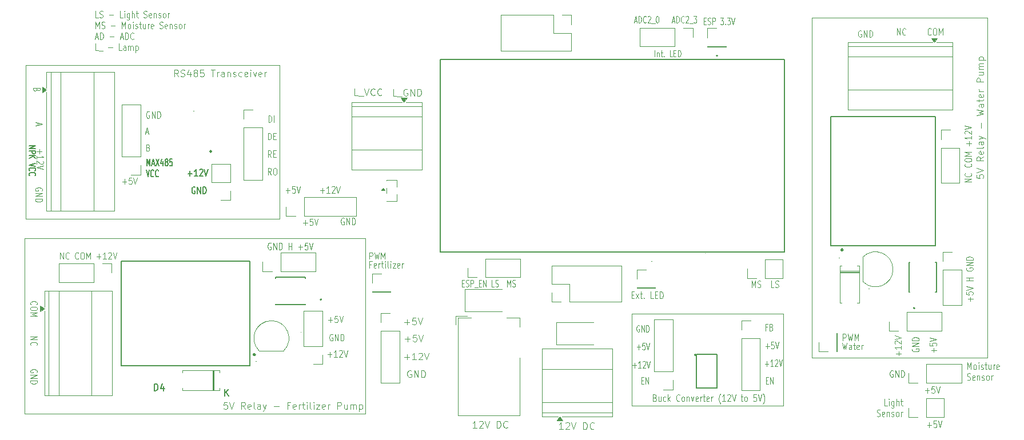
<source format=gto>
%TF.GenerationSoftware,KiCad,Pcbnew,9.0.7-9.0.7~ubuntu24.04.1*%
%TF.CreationDate,2026-02-17T11:42:20-05:00*%
%TF.ProjectId,plantPartner_PCB1.0,706c616e-7450-4617-9274-6e65725f5043,rev?*%
%TF.SameCoordinates,Original*%
%TF.FileFunction,Legend,Top*%
%TF.FilePolarity,Positive*%
%FSLAX46Y46*%
G04 Gerber Fmt 4.6, Leading zero omitted, Abs format (unit mm)*
G04 Created by KiCad (PCBNEW 9.0.7-9.0.7~ubuntu24.04.1) date 2026-02-17 11:42:20*
%MOMM*%
%LPD*%
G01*
G04 APERTURE LIST*
%ADD10C,0.100000*%
%ADD11C,0.087500*%
%ADD12C,0.150000*%
%ADD13C,0.140000*%
%ADD14C,0.120000*%
%ADD15C,0.203200*%
%ADD16C,0.127000*%
%ADD17C,0.300000*%
%ADD18C,0.200000*%
%ADD19C,0.152400*%
G04 APERTURE END LIST*
D10*
X155500000Y-99000000D02*
X177900000Y-99000000D01*
X177900000Y-112600000D01*
X155500000Y-112600000D01*
X155500000Y-99000000D01*
X182150000Y-55110000D02*
X208150000Y-55110000D01*
X208150000Y-105510000D01*
X182150000Y-105510000D01*
X182150000Y-55110000D01*
X65605000Y-87800000D02*
X116005000Y-87800000D01*
X116005000Y-113800000D01*
X65605000Y-113800000D01*
X65605000Y-87800000D01*
X65755000Y-62150000D02*
X103355000Y-62150000D01*
X103355000Y-84950000D01*
X65755000Y-84950000D01*
X65755000Y-62150000D01*
X104256265Y-80691466D02*
X104865789Y-80691466D01*
X104561027Y-81072419D02*
X104561027Y-80310514D01*
X105627693Y-80072419D02*
X105246741Y-80072419D01*
X105246741Y-80072419D02*
X105208645Y-80548609D01*
X105208645Y-80548609D02*
X105246741Y-80500990D01*
X105246741Y-80500990D02*
X105322931Y-80453371D01*
X105322931Y-80453371D02*
X105513407Y-80453371D01*
X105513407Y-80453371D02*
X105589598Y-80500990D01*
X105589598Y-80500990D02*
X105627693Y-80548609D01*
X105627693Y-80548609D02*
X105665788Y-80643847D01*
X105665788Y-80643847D02*
X105665788Y-80881942D01*
X105665788Y-80881942D02*
X105627693Y-80977180D01*
X105627693Y-80977180D02*
X105589598Y-81024800D01*
X105589598Y-81024800D02*
X105513407Y-81072419D01*
X105513407Y-81072419D02*
X105322931Y-81072419D01*
X105322931Y-81072419D02*
X105246741Y-81024800D01*
X105246741Y-81024800D02*
X105208645Y-80977180D01*
X105894360Y-80072419D02*
X106161027Y-81072419D01*
X106161027Y-81072419D02*
X106427693Y-80072419D01*
X176537217Y-95072419D02*
X176156265Y-95072419D01*
X176156265Y-95072419D02*
X176156265Y-94072419D01*
X176765788Y-95024800D02*
X176880074Y-95072419D01*
X176880074Y-95072419D02*
X177070550Y-95072419D01*
X177070550Y-95072419D02*
X177146741Y-95024800D01*
X177146741Y-95024800D02*
X177184836Y-94977180D01*
X177184836Y-94977180D02*
X177222931Y-94881942D01*
X177222931Y-94881942D02*
X177222931Y-94786704D01*
X177222931Y-94786704D02*
X177184836Y-94691466D01*
X177184836Y-94691466D02*
X177146741Y-94643847D01*
X177146741Y-94643847D02*
X177070550Y-94596228D01*
X177070550Y-94596228D02*
X176918169Y-94548609D01*
X176918169Y-94548609D02*
X176841979Y-94500990D01*
X176841979Y-94500990D02*
X176803884Y-94453371D01*
X176803884Y-94453371D02*
X176765788Y-94358133D01*
X176765788Y-94358133D02*
X176765788Y-94262895D01*
X176765788Y-94262895D02*
X176803884Y-94167657D01*
X176803884Y-94167657D02*
X176841979Y-94120038D01*
X176841979Y-94120038D02*
X176918169Y-94072419D01*
X176918169Y-94072419D02*
X177108646Y-94072419D01*
X177108646Y-94072419D02*
X177222931Y-94120038D01*
D11*
X155624231Y-106592116D02*
X156157565Y-106592116D01*
X155890898Y-106973069D02*
X155890898Y-106211164D01*
X156857565Y-106973069D02*
X156457565Y-106973069D01*
X156657565Y-106973069D02*
X156657565Y-105973069D01*
X156657565Y-105973069D02*
X156590898Y-106115926D01*
X156590898Y-106115926D02*
X156524232Y-106211164D01*
X156524232Y-106211164D02*
X156457565Y-106258783D01*
X157124232Y-106068307D02*
X157157565Y-106020688D01*
X157157565Y-106020688D02*
X157224232Y-105973069D01*
X157224232Y-105973069D02*
X157390899Y-105973069D01*
X157390899Y-105973069D02*
X157457565Y-106020688D01*
X157457565Y-106020688D02*
X157490899Y-106068307D01*
X157490899Y-106068307D02*
X157524232Y-106163545D01*
X157524232Y-106163545D02*
X157524232Y-106258783D01*
X157524232Y-106258783D02*
X157490899Y-106401640D01*
X157490899Y-106401640D02*
X157090899Y-106973069D01*
X157090899Y-106973069D02*
X157524232Y-106973069D01*
X157724232Y-105973069D02*
X157957566Y-106973069D01*
X157957566Y-106973069D02*
X158190899Y-105973069D01*
D10*
X116656265Y-90872419D02*
X116656265Y-89872419D01*
X116656265Y-89872419D02*
X116961027Y-89872419D01*
X116961027Y-89872419D02*
X117037217Y-89920038D01*
X117037217Y-89920038D02*
X117075312Y-89967657D01*
X117075312Y-89967657D02*
X117113408Y-90062895D01*
X117113408Y-90062895D02*
X117113408Y-90205752D01*
X117113408Y-90205752D02*
X117075312Y-90300990D01*
X117075312Y-90300990D02*
X117037217Y-90348609D01*
X117037217Y-90348609D02*
X116961027Y-90396228D01*
X116961027Y-90396228D02*
X116656265Y-90396228D01*
X117380074Y-89872419D02*
X117570550Y-90872419D01*
X117570550Y-90872419D02*
X117722931Y-90158133D01*
X117722931Y-90158133D02*
X117875312Y-90872419D01*
X117875312Y-90872419D02*
X118065789Y-89872419D01*
X118370551Y-90872419D02*
X118370551Y-89872419D01*
X118370551Y-89872419D02*
X118637217Y-90586704D01*
X118637217Y-90586704D02*
X118903884Y-89872419D01*
X118903884Y-89872419D02*
X118903884Y-90872419D01*
D11*
X166169231Y-55599259D02*
X166402565Y-55599259D01*
X166502565Y-56123069D02*
X166169231Y-56123069D01*
X166169231Y-56123069D02*
X166169231Y-55123069D01*
X166169231Y-55123069D02*
X166502565Y-55123069D01*
X166769231Y-56075450D02*
X166869231Y-56123069D01*
X166869231Y-56123069D02*
X167035898Y-56123069D01*
X167035898Y-56123069D02*
X167102564Y-56075450D01*
X167102564Y-56075450D02*
X167135898Y-56027830D01*
X167135898Y-56027830D02*
X167169231Y-55932592D01*
X167169231Y-55932592D02*
X167169231Y-55837354D01*
X167169231Y-55837354D02*
X167135898Y-55742116D01*
X167135898Y-55742116D02*
X167102564Y-55694497D01*
X167102564Y-55694497D02*
X167035898Y-55646878D01*
X167035898Y-55646878D02*
X166902564Y-55599259D01*
X166902564Y-55599259D02*
X166835898Y-55551640D01*
X166835898Y-55551640D02*
X166802564Y-55504021D01*
X166802564Y-55504021D02*
X166769231Y-55408783D01*
X166769231Y-55408783D02*
X166769231Y-55313545D01*
X166769231Y-55313545D02*
X166802564Y-55218307D01*
X166802564Y-55218307D02*
X166835898Y-55170688D01*
X166835898Y-55170688D02*
X166902564Y-55123069D01*
X166902564Y-55123069D02*
X167069231Y-55123069D01*
X167069231Y-55123069D02*
X167169231Y-55170688D01*
X167469231Y-56123069D02*
X167469231Y-55123069D01*
X167469231Y-55123069D02*
X167735898Y-55123069D01*
X167735898Y-55123069D02*
X167802565Y-55170688D01*
X167802565Y-55170688D02*
X167835898Y-55218307D01*
X167835898Y-55218307D02*
X167869231Y-55313545D01*
X167869231Y-55313545D02*
X167869231Y-55456402D01*
X167869231Y-55456402D02*
X167835898Y-55551640D01*
X167835898Y-55551640D02*
X167802565Y-55599259D01*
X167802565Y-55599259D02*
X167735898Y-55646878D01*
X167735898Y-55646878D02*
X167469231Y-55646878D01*
X168635898Y-55123069D02*
X169069231Y-55123069D01*
X169069231Y-55123069D02*
X168835898Y-55504021D01*
X168835898Y-55504021D02*
X168935898Y-55504021D01*
X168935898Y-55504021D02*
X169002564Y-55551640D01*
X169002564Y-55551640D02*
X169035898Y-55599259D01*
X169035898Y-55599259D02*
X169069231Y-55694497D01*
X169069231Y-55694497D02*
X169069231Y-55932592D01*
X169069231Y-55932592D02*
X169035898Y-56027830D01*
X169035898Y-56027830D02*
X169002564Y-56075450D01*
X169002564Y-56075450D02*
X168935898Y-56123069D01*
X168935898Y-56123069D02*
X168735898Y-56123069D01*
X168735898Y-56123069D02*
X168669231Y-56075450D01*
X168669231Y-56075450D02*
X168635898Y-56027830D01*
X169369231Y-56027830D02*
X169402565Y-56075450D01*
X169402565Y-56075450D02*
X169369231Y-56123069D01*
X169369231Y-56123069D02*
X169335898Y-56075450D01*
X169335898Y-56075450D02*
X169369231Y-56027830D01*
X169369231Y-56027830D02*
X169369231Y-56123069D01*
X169635898Y-55123069D02*
X170069231Y-55123069D01*
X170069231Y-55123069D02*
X169835898Y-55504021D01*
X169835898Y-55504021D02*
X169935898Y-55504021D01*
X169935898Y-55504021D02*
X170002564Y-55551640D01*
X170002564Y-55551640D02*
X170035898Y-55599259D01*
X170035898Y-55599259D02*
X170069231Y-55694497D01*
X170069231Y-55694497D02*
X170069231Y-55932592D01*
X170069231Y-55932592D02*
X170035898Y-56027830D01*
X170035898Y-56027830D02*
X170002564Y-56075450D01*
X170002564Y-56075450D02*
X169935898Y-56123069D01*
X169935898Y-56123069D02*
X169735898Y-56123069D01*
X169735898Y-56123069D02*
X169669231Y-56075450D01*
X169669231Y-56075450D02*
X169635898Y-56027830D01*
X170269231Y-55123069D02*
X170502565Y-56123069D01*
X170502565Y-56123069D02*
X170735898Y-55123069D01*
D10*
X102083408Y-75782419D02*
X101816741Y-75306228D01*
X101626265Y-75782419D02*
X101626265Y-74782419D01*
X101626265Y-74782419D02*
X101931027Y-74782419D01*
X101931027Y-74782419D02*
X102007217Y-74830038D01*
X102007217Y-74830038D02*
X102045312Y-74877657D01*
X102045312Y-74877657D02*
X102083408Y-74972895D01*
X102083408Y-74972895D02*
X102083408Y-75115752D01*
X102083408Y-75115752D02*
X102045312Y-75210990D01*
X102045312Y-75210990D02*
X102007217Y-75258609D01*
X102007217Y-75258609D02*
X101931027Y-75306228D01*
X101931027Y-75306228D02*
X101626265Y-75306228D01*
X102426265Y-75258609D02*
X102692931Y-75258609D01*
X102807217Y-75782419D02*
X102426265Y-75782419D01*
X102426265Y-75782419D02*
X102426265Y-74782419D01*
X102426265Y-74782419D02*
X102807217Y-74782419D01*
D11*
X156924231Y-108849259D02*
X157157565Y-108849259D01*
X157257565Y-109373069D02*
X156924231Y-109373069D01*
X156924231Y-109373069D02*
X156924231Y-108373069D01*
X156924231Y-108373069D02*
X157257565Y-108373069D01*
X157557564Y-109373069D02*
X157557564Y-108373069D01*
X157557564Y-108373069D02*
X157957564Y-109373069D01*
X157957564Y-109373069D02*
X157957564Y-108373069D01*
D10*
X80056265Y-79391466D02*
X80665789Y-79391466D01*
X80361027Y-79772419D02*
X80361027Y-79010514D01*
X81427693Y-78772419D02*
X81046741Y-78772419D01*
X81046741Y-78772419D02*
X81008645Y-79248609D01*
X81008645Y-79248609D02*
X81046741Y-79200990D01*
X81046741Y-79200990D02*
X81122931Y-79153371D01*
X81122931Y-79153371D02*
X81313407Y-79153371D01*
X81313407Y-79153371D02*
X81389598Y-79200990D01*
X81389598Y-79200990D02*
X81427693Y-79248609D01*
X81427693Y-79248609D02*
X81465788Y-79343847D01*
X81465788Y-79343847D02*
X81465788Y-79581942D01*
X81465788Y-79581942D02*
X81427693Y-79677180D01*
X81427693Y-79677180D02*
X81389598Y-79724800D01*
X81389598Y-79724800D02*
X81313407Y-79772419D01*
X81313407Y-79772419D02*
X81122931Y-79772419D01*
X81122931Y-79772419D02*
X81046741Y-79724800D01*
X81046741Y-79724800D02*
X81008645Y-79677180D01*
X81694360Y-78772419D02*
X81961027Y-79772419D01*
X81961027Y-79772419D02*
X82227693Y-78772419D01*
X67384961Y-107675312D02*
X67432580Y-107599122D01*
X67432580Y-107599122D02*
X67432580Y-107484836D01*
X67432580Y-107484836D02*
X67384961Y-107370550D01*
X67384961Y-107370550D02*
X67289723Y-107294360D01*
X67289723Y-107294360D02*
X67194485Y-107256265D01*
X67194485Y-107256265D02*
X67004009Y-107218169D01*
X67004009Y-107218169D02*
X66861152Y-107218169D01*
X66861152Y-107218169D02*
X66670676Y-107256265D01*
X66670676Y-107256265D02*
X66575438Y-107294360D01*
X66575438Y-107294360D02*
X66480200Y-107370550D01*
X66480200Y-107370550D02*
X66432580Y-107484836D01*
X66432580Y-107484836D02*
X66432580Y-107561027D01*
X66432580Y-107561027D02*
X66480200Y-107675312D01*
X66480200Y-107675312D02*
X66527819Y-107713408D01*
X66527819Y-107713408D02*
X66861152Y-107713408D01*
X66861152Y-107713408D02*
X66861152Y-107561027D01*
X66432580Y-108056265D02*
X67432580Y-108056265D01*
X67432580Y-108056265D02*
X66432580Y-108513408D01*
X66432580Y-108513408D02*
X67432580Y-108513408D01*
X66432580Y-108894360D02*
X67432580Y-108894360D01*
X67432580Y-108894360D02*
X67432580Y-109084836D01*
X67432580Y-109084836D02*
X67384961Y-109199122D01*
X67384961Y-109199122D02*
X67289723Y-109275312D01*
X67289723Y-109275312D02*
X67194485Y-109313407D01*
X67194485Y-109313407D02*
X67004009Y-109351503D01*
X67004009Y-109351503D02*
X66861152Y-109351503D01*
X66861152Y-109351503D02*
X66670676Y-109313407D01*
X66670676Y-109313407D02*
X66575438Y-109275312D01*
X66575438Y-109275312D02*
X66480200Y-109199122D01*
X66480200Y-109199122D02*
X66432580Y-109084836D01*
X66432580Y-109084836D02*
X66432580Y-108894360D01*
X205626466Y-97096189D02*
X205626466Y-96486666D01*
X206007419Y-96791427D02*
X205245514Y-96791427D01*
X205007419Y-95724761D02*
X205007419Y-96105713D01*
X205007419Y-96105713D02*
X205483609Y-96143809D01*
X205483609Y-96143809D02*
X205435990Y-96105713D01*
X205435990Y-96105713D02*
X205388371Y-96029523D01*
X205388371Y-96029523D02*
X205388371Y-95839047D01*
X205388371Y-95839047D02*
X205435990Y-95762856D01*
X205435990Y-95762856D02*
X205483609Y-95724761D01*
X205483609Y-95724761D02*
X205578847Y-95686666D01*
X205578847Y-95686666D02*
X205816942Y-95686666D01*
X205816942Y-95686666D02*
X205912180Y-95724761D01*
X205912180Y-95724761D02*
X205959800Y-95762856D01*
X205959800Y-95762856D02*
X206007419Y-95839047D01*
X206007419Y-95839047D02*
X206007419Y-96029523D01*
X206007419Y-96029523D02*
X205959800Y-96105713D01*
X205959800Y-96105713D02*
X205912180Y-96143809D01*
X205007419Y-95458094D02*
X206007419Y-95191427D01*
X206007419Y-95191427D02*
X205007419Y-94924761D01*
X206007419Y-94048570D02*
X205007419Y-94048570D01*
X205483609Y-94048570D02*
X205483609Y-93591427D01*
X206007419Y-93591427D02*
X205007419Y-93591427D01*
X205055038Y-92181904D02*
X205007419Y-92258094D01*
X205007419Y-92258094D02*
X205007419Y-92372380D01*
X205007419Y-92372380D02*
X205055038Y-92486666D01*
X205055038Y-92486666D02*
X205150276Y-92562856D01*
X205150276Y-92562856D02*
X205245514Y-92600951D01*
X205245514Y-92600951D02*
X205435990Y-92639047D01*
X205435990Y-92639047D02*
X205578847Y-92639047D01*
X205578847Y-92639047D02*
X205769323Y-92600951D01*
X205769323Y-92600951D02*
X205864561Y-92562856D01*
X205864561Y-92562856D02*
X205959800Y-92486666D01*
X205959800Y-92486666D02*
X206007419Y-92372380D01*
X206007419Y-92372380D02*
X206007419Y-92296189D01*
X206007419Y-92296189D02*
X205959800Y-92181904D01*
X205959800Y-92181904D02*
X205912180Y-92143808D01*
X205912180Y-92143808D02*
X205578847Y-92143808D01*
X205578847Y-92143808D02*
X205578847Y-92296189D01*
X206007419Y-91800951D02*
X205007419Y-91800951D01*
X205007419Y-91800951D02*
X206007419Y-91343808D01*
X206007419Y-91343808D02*
X205007419Y-91343808D01*
X206007419Y-90962856D02*
X205007419Y-90962856D01*
X205007419Y-90962856D02*
X205007419Y-90772380D01*
X205007419Y-90772380D02*
X205055038Y-90658094D01*
X205055038Y-90658094D02*
X205150276Y-90581904D01*
X205150276Y-90581904D02*
X205245514Y-90543809D01*
X205245514Y-90543809D02*
X205435990Y-90505713D01*
X205435990Y-90505713D02*
X205578847Y-90505713D01*
X205578847Y-90505713D02*
X205769323Y-90543809D01*
X205769323Y-90543809D02*
X205864561Y-90581904D01*
X205864561Y-90581904D02*
X205959800Y-90658094D01*
X205959800Y-90658094D02*
X206007419Y-90772380D01*
X206007419Y-90772380D02*
X206007419Y-90962856D01*
X158922931Y-111408609D02*
X159037217Y-111456228D01*
X159037217Y-111456228D02*
X159075312Y-111503847D01*
X159075312Y-111503847D02*
X159113408Y-111599085D01*
X159113408Y-111599085D02*
X159113408Y-111741942D01*
X159113408Y-111741942D02*
X159075312Y-111837180D01*
X159075312Y-111837180D02*
X159037217Y-111884800D01*
X159037217Y-111884800D02*
X158961027Y-111932419D01*
X158961027Y-111932419D02*
X158656265Y-111932419D01*
X158656265Y-111932419D02*
X158656265Y-110932419D01*
X158656265Y-110932419D02*
X158922931Y-110932419D01*
X158922931Y-110932419D02*
X158999122Y-110980038D01*
X158999122Y-110980038D02*
X159037217Y-111027657D01*
X159037217Y-111027657D02*
X159075312Y-111122895D01*
X159075312Y-111122895D02*
X159075312Y-111218133D01*
X159075312Y-111218133D02*
X159037217Y-111313371D01*
X159037217Y-111313371D02*
X158999122Y-111360990D01*
X158999122Y-111360990D02*
X158922931Y-111408609D01*
X158922931Y-111408609D02*
X158656265Y-111408609D01*
X159799122Y-111265752D02*
X159799122Y-111932419D01*
X159456265Y-111265752D02*
X159456265Y-111789561D01*
X159456265Y-111789561D02*
X159494360Y-111884800D01*
X159494360Y-111884800D02*
X159570550Y-111932419D01*
X159570550Y-111932419D02*
X159684836Y-111932419D01*
X159684836Y-111932419D02*
X159761027Y-111884800D01*
X159761027Y-111884800D02*
X159799122Y-111837180D01*
X160522932Y-111884800D02*
X160446741Y-111932419D01*
X160446741Y-111932419D02*
X160294360Y-111932419D01*
X160294360Y-111932419D02*
X160218170Y-111884800D01*
X160218170Y-111884800D02*
X160180075Y-111837180D01*
X160180075Y-111837180D02*
X160141979Y-111741942D01*
X160141979Y-111741942D02*
X160141979Y-111456228D01*
X160141979Y-111456228D02*
X160180075Y-111360990D01*
X160180075Y-111360990D02*
X160218170Y-111313371D01*
X160218170Y-111313371D02*
X160294360Y-111265752D01*
X160294360Y-111265752D02*
X160446741Y-111265752D01*
X160446741Y-111265752D02*
X160522932Y-111313371D01*
X160865789Y-111932419D02*
X160865789Y-110932419D01*
X160941979Y-111551466D02*
X161170551Y-111932419D01*
X161170551Y-111265752D02*
X160865789Y-111646704D01*
X162580075Y-111837180D02*
X162541979Y-111884800D01*
X162541979Y-111884800D02*
X162427694Y-111932419D01*
X162427694Y-111932419D02*
X162351503Y-111932419D01*
X162351503Y-111932419D02*
X162237217Y-111884800D01*
X162237217Y-111884800D02*
X162161027Y-111789561D01*
X162161027Y-111789561D02*
X162122932Y-111694323D01*
X162122932Y-111694323D02*
X162084836Y-111503847D01*
X162084836Y-111503847D02*
X162084836Y-111360990D01*
X162084836Y-111360990D02*
X162122932Y-111170514D01*
X162122932Y-111170514D02*
X162161027Y-111075276D01*
X162161027Y-111075276D02*
X162237217Y-110980038D01*
X162237217Y-110980038D02*
X162351503Y-110932419D01*
X162351503Y-110932419D02*
X162427694Y-110932419D01*
X162427694Y-110932419D02*
X162541979Y-110980038D01*
X162541979Y-110980038D02*
X162580075Y-111027657D01*
X163037217Y-111932419D02*
X162961027Y-111884800D01*
X162961027Y-111884800D02*
X162922932Y-111837180D01*
X162922932Y-111837180D02*
X162884836Y-111741942D01*
X162884836Y-111741942D02*
X162884836Y-111456228D01*
X162884836Y-111456228D02*
X162922932Y-111360990D01*
X162922932Y-111360990D02*
X162961027Y-111313371D01*
X162961027Y-111313371D02*
X163037217Y-111265752D01*
X163037217Y-111265752D02*
X163151503Y-111265752D01*
X163151503Y-111265752D02*
X163227694Y-111313371D01*
X163227694Y-111313371D02*
X163265789Y-111360990D01*
X163265789Y-111360990D02*
X163303884Y-111456228D01*
X163303884Y-111456228D02*
X163303884Y-111741942D01*
X163303884Y-111741942D02*
X163265789Y-111837180D01*
X163265789Y-111837180D02*
X163227694Y-111884800D01*
X163227694Y-111884800D02*
X163151503Y-111932419D01*
X163151503Y-111932419D02*
X163037217Y-111932419D01*
X163646742Y-111265752D02*
X163646742Y-111932419D01*
X163646742Y-111360990D02*
X163684837Y-111313371D01*
X163684837Y-111313371D02*
X163761027Y-111265752D01*
X163761027Y-111265752D02*
X163875313Y-111265752D01*
X163875313Y-111265752D02*
X163951504Y-111313371D01*
X163951504Y-111313371D02*
X163989599Y-111408609D01*
X163989599Y-111408609D02*
X163989599Y-111932419D01*
X164294361Y-111265752D02*
X164484837Y-111932419D01*
X164484837Y-111932419D02*
X164675314Y-111265752D01*
X165284838Y-111884800D02*
X165208647Y-111932419D01*
X165208647Y-111932419D02*
X165056266Y-111932419D01*
X165056266Y-111932419D02*
X164980076Y-111884800D01*
X164980076Y-111884800D02*
X164941980Y-111789561D01*
X164941980Y-111789561D02*
X164941980Y-111408609D01*
X164941980Y-111408609D02*
X164980076Y-111313371D01*
X164980076Y-111313371D02*
X165056266Y-111265752D01*
X165056266Y-111265752D02*
X165208647Y-111265752D01*
X165208647Y-111265752D02*
X165284838Y-111313371D01*
X165284838Y-111313371D02*
X165322933Y-111408609D01*
X165322933Y-111408609D02*
X165322933Y-111503847D01*
X165322933Y-111503847D02*
X164941980Y-111599085D01*
X165665790Y-111932419D02*
X165665790Y-111265752D01*
X165665790Y-111456228D02*
X165703885Y-111360990D01*
X165703885Y-111360990D02*
X165741980Y-111313371D01*
X165741980Y-111313371D02*
X165818171Y-111265752D01*
X165818171Y-111265752D02*
X165894361Y-111265752D01*
X166046742Y-111265752D02*
X166351504Y-111265752D01*
X166161028Y-110932419D02*
X166161028Y-111789561D01*
X166161028Y-111789561D02*
X166199123Y-111884800D01*
X166199123Y-111884800D02*
X166275313Y-111932419D01*
X166275313Y-111932419D02*
X166351504Y-111932419D01*
X166922933Y-111884800D02*
X166846742Y-111932419D01*
X166846742Y-111932419D02*
X166694361Y-111932419D01*
X166694361Y-111932419D02*
X166618171Y-111884800D01*
X166618171Y-111884800D02*
X166580075Y-111789561D01*
X166580075Y-111789561D02*
X166580075Y-111408609D01*
X166580075Y-111408609D02*
X166618171Y-111313371D01*
X166618171Y-111313371D02*
X166694361Y-111265752D01*
X166694361Y-111265752D02*
X166846742Y-111265752D01*
X166846742Y-111265752D02*
X166922933Y-111313371D01*
X166922933Y-111313371D02*
X166961028Y-111408609D01*
X166961028Y-111408609D02*
X166961028Y-111503847D01*
X166961028Y-111503847D02*
X166580075Y-111599085D01*
X167303885Y-111932419D02*
X167303885Y-111265752D01*
X167303885Y-111456228D02*
X167341980Y-111360990D01*
X167341980Y-111360990D02*
X167380075Y-111313371D01*
X167380075Y-111313371D02*
X167456266Y-111265752D01*
X167456266Y-111265752D02*
X167532456Y-111265752D01*
X168637218Y-112313371D02*
X168599123Y-112265752D01*
X168599123Y-112265752D02*
X168522932Y-112122895D01*
X168522932Y-112122895D02*
X168484837Y-112027657D01*
X168484837Y-112027657D02*
X168446742Y-111884800D01*
X168446742Y-111884800D02*
X168408647Y-111646704D01*
X168408647Y-111646704D02*
X168408647Y-111456228D01*
X168408647Y-111456228D02*
X168446742Y-111218133D01*
X168446742Y-111218133D02*
X168484837Y-111075276D01*
X168484837Y-111075276D02*
X168522932Y-110980038D01*
X168522932Y-110980038D02*
X168599123Y-110837180D01*
X168599123Y-110837180D02*
X168637218Y-110789561D01*
X169361027Y-111932419D02*
X168903884Y-111932419D01*
X169132456Y-111932419D02*
X169132456Y-110932419D01*
X169132456Y-110932419D02*
X169056265Y-111075276D01*
X169056265Y-111075276D02*
X168980075Y-111170514D01*
X168980075Y-111170514D02*
X168903884Y-111218133D01*
X169665789Y-111027657D02*
X169703885Y-110980038D01*
X169703885Y-110980038D02*
X169780075Y-110932419D01*
X169780075Y-110932419D02*
X169970551Y-110932419D01*
X169970551Y-110932419D02*
X170046742Y-110980038D01*
X170046742Y-110980038D02*
X170084837Y-111027657D01*
X170084837Y-111027657D02*
X170122932Y-111122895D01*
X170122932Y-111122895D02*
X170122932Y-111218133D01*
X170122932Y-111218133D02*
X170084837Y-111360990D01*
X170084837Y-111360990D02*
X169627694Y-111932419D01*
X169627694Y-111932419D02*
X170122932Y-111932419D01*
X170351504Y-110932419D02*
X170618171Y-111932419D01*
X170618171Y-111932419D02*
X170884837Y-110932419D01*
X171646742Y-111265752D02*
X171951504Y-111265752D01*
X171761028Y-110932419D02*
X171761028Y-111789561D01*
X171761028Y-111789561D02*
X171799123Y-111884800D01*
X171799123Y-111884800D02*
X171875313Y-111932419D01*
X171875313Y-111932419D02*
X171951504Y-111932419D01*
X172332456Y-111932419D02*
X172256266Y-111884800D01*
X172256266Y-111884800D02*
X172218171Y-111837180D01*
X172218171Y-111837180D02*
X172180075Y-111741942D01*
X172180075Y-111741942D02*
X172180075Y-111456228D01*
X172180075Y-111456228D02*
X172218171Y-111360990D01*
X172218171Y-111360990D02*
X172256266Y-111313371D01*
X172256266Y-111313371D02*
X172332456Y-111265752D01*
X172332456Y-111265752D02*
X172446742Y-111265752D01*
X172446742Y-111265752D02*
X172522933Y-111313371D01*
X172522933Y-111313371D02*
X172561028Y-111360990D01*
X172561028Y-111360990D02*
X172599123Y-111456228D01*
X172599123Y-111456228D02*
X172599123Y-111741942D01*
X172599123Y-111741942D02*
X172561028Y-111837180D01*
X172561028Y-111837180D02*
X172522933Y-111884800D01*
X172522933Y-111884800D02*
X172446742Y-111932419D01*
X172446742Y-111932419D02*
X172332456Y-111932419D01*
X173932457Y-110932419D02*
X173551505Y-110932419D01*
X173551505Y-110932419D02*
X173513409Y-111408609D01*
X173513409Y-111408609D02*
X173551505Y-111360990D01*
X173551505Y-111360990D02*
X173627695Y-111313371D01*
X173627695Y-111313371D02*
X173818171Y-111313371D01*
X173818171Y-111313371D02*
X173894362Y-111360990D01*
X173894362Y-111360990D02*
X173932457Y-111408609D01*
X173932457Y-111408609D02*
X173970552Y-111503847D01*
X173970552Y-111503847D02*
X173970552Y-111741942D01*
X173970552Y-111741942D02*
X173932457Y-111837180D01*
X173932457Y-111837180D02*
X173894362Y-111884800D01*
X173894362Y-111884800D02*
X173818171Y-111932419D01*
X173818171Y-111932419D02*
X173627695Y-111932419D01*
X173627695Y-111932419D02*
X173551505Y-111884800D01*
X173551505Y-111884800D02*
X173513409Y-111837180D01*
X174199124Y-110932419D02*
X174465791Y-111932419D01*
X174465791Y-111932419D02*
X174732457Y-110932419D01*
X174922933Y-112313371D02*
X174961028Y-112265752D01*
X174961028Y-112265752D02*
X175037219Y-112122895D01*
X175037219Y-112122895D02*
X175075314Y-112027657D01*
X175075314Y-112027657D02*
X175113409Y-111884800D01*
X175113409Y-111884800D02*
X175151505Y-111646704D01*
X175151505Y-111646704D02*
X175151505Y-111456228D01*
X175151505Y-111456228D02*
X175113409Y-111218133D01*
X175113409Y-111218133D02*
X175075314Y-111075276D01*
X175075314Y-111075276D02*
X175037219Y-110980038D01*
X175037219Y-110980038D02*
X174961028Y-110837180D01*
X174961028Y-110837180D02*
X174922933Y-110789561D01*
X67513295Y-70668169D02*
X67513295Y-71049122D01*
X67227580Y-70591979D02*
X68227580Y-70858646D01*
X68227580Y-70858646D02*
X67227580Y-71125312D01*
D11*
X158914231Y-60903069D02*
X158914231Y-59903069D01*
X159247564Y-60236402D02*
X159247564Y-60903069D01*
X159247564Y-60331640D02*
X159280898Y-60284021D01*
X159280898Y-60284021D02*
X159347564Y-60236402D01*
X159347564Y-60236402D02*
X159447564Y-60236402D01*
X159447564Y-60236402D02*
X159514231Y-60284021D01*
X159514231Y-60284021D02*
X159547564Y-60379259D01*
X159547564Y-60379259D02*
X159547564Y-60903069D01*
X159780897Y-60236402D02*
X160047564Y-60236402D01*
X159880897Y-59903069D02*
X159880897Y-60760211D01*
X159880897Y-60760211D02*
X159914231Y-60855450D01*
X159914231Y-60855450D02*
X159980897Y-60903069D01*
X159980897Y-60903069D02*
X160047564Y-60903069D01*
X160280897Y-60807830D02*
X160314231Y-60855450D01*
X160314231Y-60855450D02*
X160280897Y-60903069D01*
X160280897Y-60903069D02*
X160247564Y-60855450D01*
X160247564Y-60855450D02*
X160280897Y-60807830D01*
X160280897Y-60807830D02*
X160280897Y-60903069D01*
X161480897Y-60903069D02*
X161147563Y-60903069D01*
X161147563Y-60903069D02*
X161147563Y-59903069D01*
X161714230Y-60379259D02*
X161947564Y-60379259D01*
X162047564Y-60903069D02*
X161714230Y-60903069D01*
X161714230Y-60903069D02*
X161714230Y-59903069D01*
X161714230Y-59903069D02*
X162047564Y-59903069D01*
X162347563Y-60903069D02*
X162347563Y-59903069D01*
X162347563Y-59903069D02*
X162514230Y-59903069D01*
X162514230Y-59903069D02*
X162614230Y-59950688D01*
X162614230Y-59950688D02*
X162680897Y-60045926D01*
X162680897Y-60045926D02*
X162714230Y-60141164D01*
X162714230Y-60141164D02*
X162747563Y-60331640D01*
X162747563Y-60331640D02*
X162747563Y-60474497D01*
X162747563Y-60474497D02*
X162714230Y-60664973D01*
X162714230Y-60664973D02*
X162680897Y-60760211D01*
X162680897Y-60760211D02*
X162614230Y-60855450D01*
X162614230Y-60855450D02*
X162514230Y-60903069D01*
X162514230Y-60903069D02*
X162347563Y-60903069D01*
D10*
X200231466Y-104653734D02*
X200231466Y-104044211D01*
X200612419Y-104348972D02*
X199850514Y-104348972D01*
X199612419Y-103282306D02*
X199612419Y-103663258D01*
X199612419Y-103663258D02*
X200088609Y-103701354D01*
X200088609Y-103701354D02*
X200040990Y-103663258D01*
X200040990Y-103663258D02*
X199993371Y-103587068D01*
X199993371Y-103587068D02*
X199993371Y-103396592D01*
X199993371Y-103396592D02*
X200040990Y-103320401D01*
X200040990Y-103320401D02*
X200088609Y-103282306D01*
X200088609Y-103282306D02*
X200183847Y-103244211D01*
X200183847Y-103244211D02*
X200421942Y-103244211D01*
X200421942Y-103244211D02*
X200517180Y-103282306D01*
X200517180Y-103282306D02*
X200564800Y-103320401D01*
X200564800Y-103320401D02*
X200612419Y-103396592D01*
X200612419Y-103396592D02*
X200612419Y-103587068D01*
X200612419Y-103587068D02*
X200564800Y-103663258D01*
X200564800Y-103663258D02*
X200517180Y-103701354D01*
X199612419Y-103015639D02*
X200612419Y-102748972D01*
X200612419Y-102748972D02*
X199612419Y-102482306D01*
X116922931Y-91648609D02*
X116656265Y-91648609D01*
X116656265Y-92172419D02*
X116656265Y-91172419D01*
X116656265Y-91172419D02*
X117037217Y-91172419D01*
X117646741Y-92124800D02*
X117570550Y-92172419D01*
X117570550Y-92172419D02*
X117418169Y-92172419D01*
X117418169Y-92172419D02*
X117341979Y-92124800D01*
X117341979Y-92124800D02*
X117303883Y-92029561D01*
X117303883Y-92029561D02*
X117303883Y-91648609D01*
X117303883Y-91648609D02*
X117341979Y-91553371D01*
X117341979Y-91553371D02*
X117418169Y-91505752D01*
X117418169Y-91505752D02*
X117570550Y-91505752D01*
X117570550Y-91505752D02*
X117646741Y-91553371D01*
X117646741Y-91553371D02*
X117684836Y-91648609D01*
X117684836Y-91648609D02*
X117684836Y-91743847D01*
X117684836Y-91743847D02*
X117303883Y-91839085D01*
X118027693Y-92172419D02*
X118027693Y-91505752D01*
X118027693Y-91696228D02*
X118065788Y-91600990D01*
X118065788Y-91600990D02*
X118103883Y-91553371D01*
X118103883Y-91553371D02*
X118180074Y-91505752D01*
X118180074Y-91505752D02*
X118256264Y-91505752D01*
X118408645Y-91505752D02*
X118713407Y-91505752D01*
X118522931Y-91172419D02*
X118522931Y-92029561D01*
X118522931Y-92029561D02*
X118561026Y-92124800D01*
X118561026Y-92124800D02*
X118637216Y-92172419D01*
X118637216Y-92172419D02*
X118713407Y-92172419D01*
X118980074Y-92172419D02*
X118980074Y-91505752D01*
X118980074Y-91172419D02*
X118941978Y-91220038D01*
X118941978Y-91220038D02*
X118980074Y-91267657D01*
X118980074Y-91267657D02*
X119018169Y-91220038D01*
X119018169Y-91220038D02*
X118980074Y-91172419D01*
X118980074Y-91172419D02*
X118980074Y-91267657D01*
X119475311Y-92172419D02*
X119399121Y-92124800D01*
X119399121Y-92124800D02*
X119361026Y-92029561D01*
X119361026Y-92029561D02*
X119361026Y-91172419D01*
X119780074Y-92172419D02*
X119780074Y-91505752D01*
X119780074Y-91172419D02*
X119741978Y-91220038D01*
X119741978Y-91220038D02*
X119780074Y-91267657D01*
X119780074Y-91267657D02*
X119818169Y-91220038D01*
X119818169Y-91220038D02*
X119780074Y-91172419D01*
X119780074Y-91172419D02*
X119780074Y-91267657D01*
X120084835Y-91505752D02*
X120503883Y-91505752D01*
X120503883Y-91505752D02*
X120084835Y-92172419D01*
X120084835Y-92172419D02*
X120503883Y-92172419D01*
X121113407Y-92124800D02*
X121037216Y-92172419D01*
X121037216Y-92172419D02*
X120884835Y-92172419D01*
X120884835Y-92172419D02*
X120808645Y-92124800D01*
X120808645Y-92124800D02*
X120770549Y-92029561D01*
X120770549Y-92029561D02*
X120770549Y-91648609D01*
X120770549Y-91648609D02*
X120808645Y-91553371D01*
X120808645Y-91553371D02*
X120884835Y-91505752D01*
X120884835Y-91505752D02*
X121037216Y-91505752D01*
X121037216Y-91505752D02*
X121113407Y-91553371D01*
X121113407Y-91553371D02*
X121151502Y-91648609D01*
X121151502Y-91648609D02*
X121151502Y-91743847D01*
X121151502Y-91743847D02*
X120770549Y-91839085D01*
X121494359Y-92172419D02*
X121494359Y-91505752D01*
X121494359Y-91696228D02*
X121532454Y-91600990D01*
X121532454Y-91600990D02*
X121570549Y-91553371D01*
X121570549Y-91553371D02*
X121646740Y-91505752D01*
X121646740Y-91505752D02*
X121722930Y-91505752D01*
D11*
X156590898Y-100720688D02*
X156524231Y-100673069D01*
X156524231Y-100673069D02*
X156424231Y-100673069D01*
X156424231Y-100673069D02*
X156324231Y-100720688D01*
X156324231Y-100720688D02*
X156257565Y-100815926D01*
X156257565Y-100815926D02*
X156224231Y-100911164D01*
X156224231Y-100911164D02*
X156190898Y-101101640D01*
X156190898Y-101101640D02*
X156190898Y-101244497D01*
X156190898Y-101244497D02*
X156224231Y-101434973D01*
X156224231Y-101434973D02*
X156257565Y-101530211D01*
X156257565Y-101530211D02*
X156324231Y-101625450D01*
X156324231Y-101625450D02*
X156424231Y-101673069D01*
X156424231Y-101673069D02*
X156490898Y-101673069D01*
X156490898Y-101673069D02*
X156590898Y-101625450D01*
X156590898Y-101625450D02*
X156624231Y-101577830D01*
X156624231Y-101577830D02*
X156624231Y-101244497D01*
X156624231Y-101244497D02*
X156490898Y-101244497D01*
X156924231Y-101673069D02*
X156924231Y-100673069D01*
X156924231Y-100673069D02*
X157324231Y-101673069D01*
X157324231Y-101673069D02*
X157324231Y-100673069D01*
X157657564Y-101673069D02*
X157657564Y-100673069D01*
X157657564Y-100673069D02*
X157824231Y-100673069D01*
X157824231Y-100673069D02*
X157924231Y-100720688D01*
X157924231Y-100720688D02*
X157990898Y-100815926D01*
X157990898Y-100815926D02*
X158024231Y-100911164D01*
X158024231Y-100911164D02*
X158057564Y-101101640D01*
X158057564Y-101101640D02*
X158057564Y-101244497D01*
X158057564Y-101244497D02*
X158024231Y-101434973D01*
X158024231Y-101434973D02*
X157990898Y-101530211D01*
X157990898Y-101530211D02*
X157924231Y-101625450D01*
X157924231Y-101625450D02*
X157824231Y-101673069D01*
X157824231Y-101673069D02*
X157657564Y-101673069D01*
D10*
X194756265Y-57672419D02*
X194756265Y-56672419D01*
X194756265Y-56672419D02*
X195213408Y-57672419D01*
X195213408Y-57672419D02*
X195213408Y-56672419D01*
X196051503Y-57577180D02*
X196013407Y-57624800D01*
X196013407Y-57624800D02*
X195899122Y-57672419D01*
X195899122Y-57672419D02*
X195822931Y-57672419D01*
X195822931Y-57672419D02*
X195708645Y-57624800D01*
X195708645Y-57624800D02*
X195632455Y-57529561D01*
X195632455Y-57529561D02*
X195594360Y-57434323D01*
X195594360Y-57434323D02*
X195556264Y-57243847D01*
X195556264Y-57243847D02*
X195556264Y-57100990D01*
X195556264Y-57100990D02*
X195594360Y-56910514D01*
X195594360Y-56910514D02*
X195632455Y-56815276D01*
X195632455Y-56815276D02*
X195708645Y-56720038D01*
X195708645Y-56720038D02*
X195822931Y-56672419D01*
X195822931Y-56672419D02*
X195899122Y-56672419D01*
X195899122Y-56672419D02*
X196013407Y-56720038D01*
X196013407Y-56720038D02*
X196051503Y-56767657D01*
X120630074Y-66672419D02*
X120153884Y-66672419D01*
X120153884Y-66672419D02*
X120153884Y-65672419D01*
X120725313Y-66767657D02*
X121487217Y-66767657D01*
X122249122Y-65720038D02*
X122153884Y-65672419D01*
X122153884Y-65672419D02*
X122011027Y-65672419D01*
X122011027Y-65672419D02*
X121868170Y-65720038D01*
X121868170Y-65720038D02*
X121772932Y-65815276D01*
X121772932Y-65815276D02*
X121725313Y-65910514D01*
X121725313Y-65910514D02*
X121677694Y-66100990D01*
X121677694Y-66100990D02*
X121677694Y-66243847D01*
X121677694Y-66243847D02*
X121725313Y-66434323D01*
X121725313Y-66434323D02*
X121772932Y-66529561D01*
X121772932Y-66529561D02*
X121868170Y-66624800D01*
X121868170Y-66624800D02*
X122011027Y-66672419D01*
X122011027Y-66672419D02*
X122106265Y-66672419D01*
X122106265Y-66672419D02*
X122249122Y-66624800D01*
X122249122Y-66624800D02*
X122296741Y-66577180D01*
X122296741Y-66577180D02*
X122296741Y-66243847D01*
X122296741Y-66243847D02*
X122106265Y-66243847D01*
X122725313Y-66672419D02*
X122725313Y-65672419D01*
X122725313Y-65672419D02*
X123296741Y-66672419D01*
X123296741Y-66672419D02*
X123296741Y-65672419D01*
X123772932Y-66672419D02*
X123772932Y-65672419D01*
X123772932Y-65672419D02*
X124011027Y-65672419D01*
X124011027Y-65672419D02*
X124153884Y-65720038D01*
X124153884Y-65720038D02*
X124249122Y-65815276D01*
X124249122Y-65815276D02*
X124296741Y-65910514D01*
X124296741Y-65910514D02*
X124344360Y-66100990D01*
X124344360Y-66100990D02*
X124344360Y-66243847D01*
X124344360Y-66243847D02*
X124296741Y-66434323D01*
X124296741Y-66434323D02*
X124249122Y-66529561D01*
X124249122Y-66529561D02*
X124153884Y-66624800D01*
X124153884Y-66624800D02*
X124011027Y-66672419D01*
X124011027Y-66672419D02*
X123772932Y-66672419D01*
X110561265Y-99891466D02*
X111170789Y-99891466D01*
X110866027Y-100272419D02*
X110866027Y-99510514D01*
X111932693Y-99272419D02*
X111551741Y-99272419D01*
X111551741Y-99272419D02*
X111513645Y-99748609D01*
X111513645Y-99748609D02*
X111551741Y-99700990D01*
X111551741Y-99700990D02*
X111627931Y-99653371D01*
X111627931Y-99653371D02*
X111818407Y-99653371D01*
X111818407Y-99653371D02*
X111894598Y-99700990D01*
X111894598Y-99700990D02*
X111932693Y-99748609D01*
X111932693Y-99748609D02*
X111970788Y-99843847D01*
X111970788Y-99843847D02*
X111970788Y-100081942D01*
X111970788Y-100081942D02*
X111932693Y-100177180D01*
X111932693Y-100177180D02*
X111894598Y-100224800D01*
X111894598Y-100224800D02*
X111818407Y-100272419D01*
X111818407Y-100272419D02*
X111627931Y-100272419D01*
X111627931Y-100272419D02*
X111551741Y-100224800D01*
X111551741Y-100224800D02*
X111513645Y-100177180D01*
X112199360Y-99272419D02*
X112466027Y-100272419D01*
X112466027Y-100272419D02*
X112732693Y-99272419D01*
D12*
X90808207Y-80217438D02*
X90732017Y-80169819D01*
X90732017Y-80169819D02*
X90617731Y-80169819D01*
X90617731Y-80169819D02*
X90503445Y-80217438D01*
X90503445Y-80217438D02*
X90427255Y-80312676D01*
X90427255Y-80312676D02*
X90389160Y-80407914D01*
X90389160Y-80407914D02*
X90351064Y-80598390D01*
X90351064Y-80598390D02*
X90351064Y-80741247D01*
X90351064Y-80741247D02*
X90389160Y-80931723D01*
X90389160Y-80931723D02*
X90427255Y-81026961D01*
X90427255Y-81026961D02*
X90503445Y-81122200D01*
X90503445Y-81122200D02*
X90617731Y-81169819D01*
X90617731Y-81169819D02*
X90693922Y-81169819D01*
X90693922Y-81169819D02*
X90808207Y-81122200D01*
X90808207Y-81122200D02*
X90846303Y-81074580D01*
X90846303Y-81074580D02*
X90846303Y-80741247D01*
X90846303Y-80741247D02*
X90693922Y-80741247D01*
X91189160Y-81169819D02*
X91189160Y-80169819D01*
X91189160Y-80169819D02*
X91646303Y-81169819D01*
X91646303Y-81169819D02*
X91646303Y-80169819D01*
X92027255Y-81169819D02*
X92027255Y-80169819D01*
X92027255Y-80169819D02*
X92217731Y-80169819D01*
X92217731Y-80169819D02*
X92332017Y-80217438D01*
X92332017Y-80217438D02*
X92408207Y-80312676D01*
X92408207Y-80312676D02*
X92446302Y-80407914D01*
X92446302Y-80407914D02*
X92484398Y-80598390D01*
X92484398Y-80598390D02*
X92484398Y-80741247D01*
X92484398Y-80741247D02*
X92446302Y-80931723D01*
X92446302Y-80931723D02*
X92408207Y-81026961D01*
X92408207Y-81026961D02*
X92332017Y-81122200D01*
X92332017Y-81122200D02*
X92217731Y-81169819D01*
X92217731Y-81169819D02*
X92027255Y-81169819D01*
D10*
X132527693Y-115872419D02*
X131956265Y-115872419D01*
X132241979Y-115872419D02*
X132241979Y-114872419D01*
X132241979Y-114872419D02*
X132146741Y-115015276D01*
X132146741Y-115015276D02*
X132051503Y-115110514D01*
X132051503Y-115110514D02*
X131956265Y-115158133D01*
X132908646Y-114967657D02*
X132956265Y-114920038D01*
X132956265Y-114920038D02*
X133051503Y-114872419D01*
X133051503Y-114872419D02*
X133289598Y-114872419D01*
X133289598Y-114872419D02*
X133384836Y-114920038D01*
X133384836Y-114920038D02*
X133432455Y-114967657D01*
X133432455Y-114967657D02*
X133480074Y-115062895D01*
X133480074Y-115062895D02*
X133480074Y-115158133D01*
X133480074Y-115158133D02*
X133432455Y-115300990D01*
X133432455Y-115300990D02*
X132861027Y-115872419D01*
X132861027Y-115872419D02*
X133480074Y-115872419D01*
X133765789Y-114872419D02*
X134099122Y-115872419D01*
X134099122Y-115872419D02*
X134432455Y-114872419D01*
X135527694Y-115872419D02*
X135527694Y-114872419D01*
X135527694Y-114872419D02*
X135765789Y-114872419D01*
X135765789Y-114872419D02*
X135908646Y-114920038D01*
X135908646Y-114920038D02*
X136003884Y-115015276D01*
X136003884Y-115015276D02*
X136051503Y-115110514D01*
X136051503Y-115110514D02*
X136099122Y-115300990D01*
X136099122Y-115300990D02*
X136099122Y-115443847D01*
X136099122Y-115443847D02*
X136051503Y-115634323D01*
X136051503Y-115634323D02*
X136003884Y-115729561D01*
X136003884Y-115729561D02*
X135908646Y-115824800D01*
X135908646Y-115824800D02*
X135765789Y-115872419D01*
X135765789Y-115872419D02*
X135527694Y-115872419D01*
X137099122Y-115777180D02*
X137051503Y-115824800D01*
X137051503Y-115824800D02*
X136908646Y-115872419D01*
X136908646Y-115872419D02*
X136813408Y-115872419D01*
X136813408Y-115872419D02*
X136670551Y-115824800D01*
X136670551Y-115824800D02*
X136575313Y-115729561D01*
X136575313Y-115729561D02*
X136527694Y-115634323D01*
X136527694Y-115634323D02*
X136480075Y-115443847D01*
X136480075Y-115443847D02*
X136480075Y-115300990D01*
X136480075Y-115300990D02*
X136527694Y-115110514D01*
X136527694Y-115110514D02*
X136575313Y-115015276D01*
X136575313Y-115015276D02*
X136670551Y-114920038D01*
X136670551Y-114920038D02*
X136813408Y-114872419D01*
X136813408Y-114872419D02*
X136908646Y-114872419D01*
X136908646Y-114872419D02*
X137051503Y-114920038D01*
X137051503Y-114920038D02*
X137099122Y-114967657D01*
X197060038Y-104134687D02*
X197012419Y-104210877D01*
X197012419Y-104210877D02*
X197012419Y-104325163D01*
X197012419Y-104325163D02*
X197060038Y-104439449D01*
X197060038Y-104439449D02*
X197155276Y-104515639D01*
X197155276Y-104515639D02*
X197250514Y-104553734D01*
X197250514Y-104553734D02*
X197440990Y-104591830D01*
X197440990Y-104591830D02*
X197583847Y-104591830D01*
X197583847Y-104591830D02*
X197774323Y-104553734D01*
X197774323Y-104553734D02*
X197869561Y-104515639D01*
X197869561Y-104515639D02*
X197964800Y-104439449D01*
X197964800Y-104439449D02*
X198012419Y-104325163D01*
X198012419Y-104325163D02*
X198012419Y-104248972D01*
X198012419Y-104248972D02*
X197964800Y-104134687D01*
X197964800Y-104134687D02*
X197917180Y-104096591D01*
X197917180Y-104096591D02*
X197583847Y-104096591D01*
X197583847Y-104096591D02*
X197583847Y-104248972D01*
X198012419Y-103753734D02*
X197012419Y-103753734D01*
X197012419Y-103753734D02*
X198012419Y-103296591D01*
X198012419Y-103296591D02*
X197012419Y-103296591D01*
X198012419Y-102915639D02*
X197012419Y-102915639D01*
X197012419Y-102915639D02*
X197012419Y-102725163D01*
X197012419Y-102725163D02*
X197060038Y-102610877D01*
X197060038Y-102610877D02*
X197155276Y-102534687D01*
X197155276Y-102534687D02*
X197250514Y-102496592D01*
X197250514Y-102496592D02*
X197440990Y-102458496D01*
X197440990Y-102458496D02*
X197583847Y-102458496D01*
X197583847Y-102458496D02*
X197774323Y-102496592D01*
X197774323Y-102496592D02*
X197869561Y-102534687D01*
X197869561Y-102534687D02*
X197964800Y-102610877D01*
X197964800Y-102610877D02*
X198012419Y-102725163D01*
X198012419Y-102725163D02*
X198012419Y-102915639D01*
X102047857Y-88505038D02*
X101971667Y-88457419D01*
X101971667Y-88457419D02*
X101857381Y-88457419D01*
X101857381Y-88457419D02*
X101743095Y-88505038D01*
X101743095Y-88505038D02*
X101666905Y-88600276D01*
X101666905Y-88600276D02*
X101628810Y-88695514D01*
X101628810Y-88695514D02*
X101590714Y-88885990D01*
X101590714Y-88885990D02*
X101590714Y-89028847D01*
X101590714Y-89028847D02*
X101628810Y-89219323D01*
X101628810Y-89219323D02*
X101666905Y-89314561D01*
X101666905Y-89314561D02*
X101743095Y-89409800D01*
X101743095Y-89409800D02*
X101857381Y-89457419D01*
X101857381Y-89457419D02*
X101933572Y-89457419D01*
X101933572Y-89457419D02*
X102047857Y-89409800D01*
X102047857Y-89409800D02*
X102085953Y-89362180D01*
X102085953Y-89362180D02*
X102085953Y-89028847D01*
X102085953Y-89028847D02*
X101933572Y-89028847D01*
X102428810Y-89457419D02*
X102428810Y-88457419D01*
X102428810Y-88457419D02*
X102885953Y-89457419D01*
X102885953Y-89457419D02*
X102885953Y-88457419D01*
X103266905Y-89457419D02*
X103266905Y-88457419D01*
X103266905Y-88457419D02*
X103457381Y-88457419D01*
X103457381Y-88457419D02*
X103571667Y-88505038D01*
X103571667Y-88505038D02*
X103647857Y-88600276D01*
X103647857Y-88600276D02*
X103685952Y-88695514D01*
X103685952Y-88695514D02*
X103724048Y-88885990D01*
X103724048Y-88885990D02*
X103724048Y-89028847D01*
X103724048Y-89028847D02*
X103685952Y-89219323D01*
X103685952Y-89219323D02*
X103647857Y-89314561D01*
X103647857Y-89314561D02*
X103571667Y-89409800D01*
X103571667Y-89409800D02*
X103457381Y-89457419D01*
X103457381Y-89457419D02*
X103266905Y-89457419D01*
X104676429Y-89457419D02*
X104676429Y-88457419D01*
X104676429Y-88933609D02*
X105133572Y-88933609D01*
X105133572Y-89457419D02*
X105133572Y-88457419D01*
X106124048Y-89076466D02*
X106733572Y-89076466D01*
X106428810Y-89457419D02*
X106428810Y-88695514D01*
X107495476Y-88457419D02*
X107114524Y-88457419D01*
X107114524Y-88457419D02*
X107076428Y-88933609D01*
X107076428Y-88933609D02*
X107114524Y-88885990D01*
X107114524Y-88885990D02*
X107190714Y-88838371D01*
X107190714Y-88838371D02*
X107381190Y-88838371D01*
X107381190Y-88838371D02*
X107457381Y-88885990D01*
X107457381Y-88885990D02*
X107495476Y-88933609D01*
X107495476Y-88933609D02*
X107533571Y-89028847D01*
X107533571Y-89028847D02*
X107533571Y-89266942D01*
X107533571Y-89266942D02*
X107495476Y-89362180D01*
X107495476Y-89362180D02*
X107457381Y-89409800D01*
X107457381Y-89409800D02*
X107381190Y-89457419D01*
X107381190Y-89457419D02*
X107190714Y-89457419D01*
X107190714Y-89457419D02*
X107114524Y-89409800D01*
X107114524Y-89409800D02*
X107076428Y-89362180D01*
X107762143Y-88457419D02*
X108028810Y-89457419D01*
X108028810Y-89457419D02*
X108295476Y-88457419D01*
X193322305Y-112562475D02*
X192941353Y-112562475D01*
X192941353Y-112562475D02*
X192941353Y-111562475D01*
X193588972Y-112562475D02*
X193588972Y-111895808D01*
X193588972Y-111562475D02*
X193550876Y-111610094D01*
X193550876Y-111610094D02*
X193588972Y-111657713D01*
X193588972Y-111657713D02*
X193627067Y-111610094D01*
X193627067Y-111610094D02*
X193588972Y-111562475D01*
X193588972Y-111562475D02*
X193588972Y-111657713D01*
X194312781Y-111895808D02*
X194312781Y-112705332D01*
X194312781Y-112705332D02*
X194274686Y-112800570D01*
X194274686Y-112800570D02*
X194236590Y-112848189D01*
X194236590Y-112848189D02*
X194160400Y-112895808D01*
X194160400Y-112895808D02*
X194046114Y-112895808D01*
X194046114Y-112895808D02*
X193969924Y-112848189D01*
X194312781Y-112514856D02*
X194236590Y-112562475D01*
X194236590Y-112562475D02*
X194084209Y-112562475D01*
X194084209Y-112562475D02*
X194008019Y-112514856D01*
X194008019Y-112514856D02*
X193969924Y-112467236D01*
X193969924Y-112467236D02*
X193931828Y-112371998D01*
X193931828Y-112371998D02*
X193931828Y-112086284D01*
X193931828Y-112086284D02*
X193969924Y-111991046D01*
X193969924Y-111991046D02*
X194008019Y-111943427D01*
X194008019Y-111943427D02*
X194084209Y-111895808D01*
X194084209Y-111895808D02*
X194236590Y-111895808D01*
X194236590Y-111895808D02*
X194312781Y-111943427D01*
X194693734Y-112562475D02*
X194693734Y-111562475D01*
X195036591Y-112562475D02*
X195036591Y-112038665D01*
X195036591Y-112038665D02*
X194998496Y-111943427D01*
X194998496Y-111943427D02*
X194922305Y-111895808D01*
X194922305Y-111895808D02*
X194808019Y-111895808D01*
X194808019Y-111895808D02*
X194731829Y-111943427D01*
X194731829Y-111943427D02*
X194693734Y-111991046D01*
X195303258Y-111895808D02*
X195608020Y-111895808D01*
X195417544Y-111562475D02*
X195417544Y-112419617D01*
X195417544Y-112419617D02*
X195455639Y-112514856D01*
X195455639Y-112514856D02*
X195531829Y-112562475D01*
X195531829Y-112562475D02*
X195608020Y-112562475D01*
X191798495Y-114124800D02*
X191912781Y-114172419D01*
X191912781Y-114172419D02*
X192103257Y-114172419D01*
X192103257Y-114172419D02*
X192179448Y-114124800D01*
X192179448Y-114124800D02*
X192217543Y-114077180D01*
X192217543Y-114077180D02*
X192255638Y-113981942D01*
X192255638Y-113981942D02*
X192255638Y-113886704D01*
X192255638Y-113886704D02*
X192217543Y-113791466D01*
X192217543Y-113791466D02*
X192179448Y-113743847D01*
X192179448Y-113743847D02*
X192103257Y-113696228D01*
X192103257Y-113696228D02*
X191950876Y-113648609D01*
X191950876Y-113648609D02*
X191874686Y-113600990D01*
X191874686Y-113600990D02*
X191836591Y-113553371D01*
X191836591Y-113553371D02*
X191798495Y-113458133D01*
X191798495Y-113458133D02*
X191798495Y-113362895D01*
X191798495Y-113362895D02*
X191836591Y-113267657D01*
X191836591Y-113267657D02*
X191874686Y-113220038D01*
X191874686Y-113220038D02*
X191950876Y-113172419D01*
X191950876Y-113172419D02*
X192141353Y-113172419D01*
X192141353Y-113172419D02*
X192255638Y-113220038D01*
X192903258Y-114124800D02*
X192827067Y-114172419D01*
X192827067Y-114172419D02*
X192674686Y-114172419D01*
X192674686Y-114172419D02*
X192598496Y-114124800D01*
X192598496Y-114124800D02*
X192560400Y-114029561D01*
X192560400Y-114029561D02*
X192560400Y-113648609D01*
X192560400Y-113648609D02*
X192598496Y-113553371D01*
X192598496Y-113553371D02*
X192674686Y-113505752D01*
X192674686Y-113505752D02*
X192827067Y-113505752D01*
X192827067Y-113505752D02*
X192903258Y-113553371D01*
X192903258Y-113553371D02*
X192941353Y-113648609D01*
X192941353Y-113648609D02*
X192941353Y-113743847D01*
X192941353Y-113743847D02*
X192560400Y-113839085D01*
X193284210Y-113505752D02*
X193284210Y-114172419D01*
X193284210Y-113600990D02*
X193322305Y-113553371D01*
X193322305Y-113553371D02*
X193398495Y-113505752D01*
X193398495Y-113505752D02*
X193512781Y-113505752D01*
X193512781Y-113505752D02*
X193588972Y-113553371D01*
X193588972Y-113553371D02*
X193627067Y-113648609D01*
X193627067Y-113648609D02*
X193627067Y-114172419D01*
X193969924Y-114124800D02*
X194046115Y-114172419D01*
X194046115Y-114172419D02*
X194198496Y-114172419D01*
X194198496Y-114172419D02*
X194274686Y-114124800D01*
X194274686Y-114124800D02*
X194312782Y-114029561D01*
X194312782Y-114029561D02*
X194312782Y-113981942D01*
X194312782Y-113981942D02*
X194274686Y-113886704D01*
X194274686Y-113886704D02*
X194198496Y-113839085D01*
X194198496Y-113839085D02*
X194084210Y-113839085D01*
X194084210Y-113839085D02*
X194008020Y-113791466D01*
X194008020Y-113791466D02*
X193969924Y-113696228D01*
X193969924Y-113696228D02*
X193969924Y-113648609D01*
X193969924Y-113648609D02*
X194008020Y-113553371D01*
X194008020Y-113553371D02*
X194084210Y-113505752D01*
X194084210Y-113505752D02*
X194198496Y-113505752D01*
X194198496Y-113505752D02*
X194274686Y-113553371D01*
X194769924Y-114172419D02*
X194693734Y-114124800D01*
X194693734Y-114124800D02*
X194655639Y-114077180D01*
X194655639Y-114077180D02*
X194617543Y-113981942D01*
X194617543Y-113981942D02*
X194617543Y-113696228D01*
X194617543Y-113696228D02*
X194655639Y-113600990D01*
X194655639Y-113600990D02*
X194693734Y-113553371D01*
X194693734Y-113553371D02*
X194769924Y-113505752D01*
X194769924Y-113505752D02*
X194884210Y-113505752D01*
X194884210Y-113505752D02*
X194960401Y-113553371D01*
X194960401Y-113553371D02*
X194998496Y-113600990D01*
X194998496Y-113600990D02*
X195036591Y-113696228D01*
X195036591Y-113696228D02*
X195036591Y-113981942D01*
X195036591Y-113981942D02*
X194998496Y-114077180D01*
X194998496Y-114077180D02*
X194960401Y-114124800D01*
X194960401Y-114124800D02*
X194884210Y-114172419D01*
X194884210Y-114172419D02*
X194769924Y-114172419D01*
X195379449Y-114172419D02*
X195379449Y-113505752D01*
X195379449Y-113696228D02*
X195417544Y-113600990D01*
X195417544Y-113600990D02*
X195455639Y-113553371D01*
X195455639Y-113553371D02*
X195531830Y-113505752D01*
X195531830Y-113505752D02*
X195608020Y-113505752D01*
X194175312Y-107410038D02*
X194099122Y-107362419D01*
X194099122Y-107362419D02*
X193984836Y-107362419D01*
X193984836Y-107362419D02*
X193870550Y-107410038D01*
X193870550Y-107410038D02*
X193794360Y-107505276D01*
X193794360Y-107505276D02*
X193756265Y-107600514D01*
X193756265Y-107600514D02*
X193718169Y-107790990D01*
X193718169Y-107790990D02*
X193718169Y-107933847D01*
X193718169Y-107933847D02*
X193756265Y-108124323D01*
X193756265Y-108124323D02*
X193794360Y-108219561D01*
X193794360Y-108219561D02*
X193870550Y-108314800D01*
X193870550Y-108314800D02*
X193984836Y-108362419D01*
X193984836Y-108362419D02*
X194061027Y-108362419D01*
X194061027Y-108362419D02*
X194175312Y-108314800D01*
X194175312Y-108314800D02*
X194213408Y-108267180D01*
X194213408Y-108267180D02*
X194213408Y-107933847D01*
X194213408Y-107933847D02*
X194061027Y-107933847D01*
X194556265Y-108362419D02*
X194556265Y-107362419D01*
X194556265Y-107362419D02*
X195013408Y-108362419D01*
X195013408Y-108362419D02*
X195013408Y-107362419D01*
X195394360Y-108362419D02*
X195394360Y-107362419D01*
X195394360Y-107362419D02*
X195584836Y-107362419D01*
X195584836Y-107362419D02*
X195699122Y-107410038D01*
X195699122Y-107410038D02*
X195775312Y-107505276D01*
X195775312Y-107505276D02*
X195813407Y-107600514D01*
X195813407Y-107600514D02*
X195851503Y-107790990D01*
X195851503Y-107790990D02*
X195851503Y-107933847D01*
X195851503Y-107933847D02*
X195813407Y-108124323D01*
X195813407Y-108124323D02*
X195775312Y-108219561D01*
X195775312Y-108219561D02*
X195699122Y-108314800D01*
X195699122Y-108314800D02*
X195584836Y-108362419D01*
X195584836Y-108362419D02*
X195394360Y-108362419D01*
X110461265Y-104991466D02*
X111070789Y-104991466D01*
X110766027Y-105372419D02*
X110766027Y-104610514D01*
X111870788Y-105372419D02*
X111413645Y-105372419D01*
X111642217Y-105372419D02*
X111642217Y-104372419D01*
X111642217Y-104372419D02*
X111566026Y-104515276D01*
X111566026Y-104515276D02*
X111489836Y-104610514D01*
X111489836Y-104610514D02*
X111413645Y-104658133D01*
X112175550Y-104467657D02*
X112213646Y-104420038D01*
X112213646Y-104420038D02*
X112289836Y-104372419D01*
X112289836Y-104372419D02*
X112480312Y-104372419D01*
X112480312Y-104372419D02*
X112556503Y-104420038D01*
X112556503Y-104420038D02*
X112594598Y-104467657D01*
X112594598Y-104467657D02*
X112632693Y-104562895D01*
X112632693Y-104562895D02*
X112632693Y-104658133D01*
X112632693Y-104658133D02*
X112594598Y-104800990D01*
X112594598Y-104800990D02*
X112137455Y-105372419D01*
X112137455Y-105372419D02*
X112632693Y-105372419D01*
X112861265Y-104372419D02*
X113127932Y-105372419D01*
X113127932Y-105372419D02*
X113394598Y-104372419D01*
D11*
X155885898Y-55587354D02*
X156219231Y-55587354D01*
X155819231Y-55873069D02*
X156052565Y-54873069D01*
X156052565Y-54873069D02*
X156285898Y-55873069D01*
X156519231Y-55873069D02*
X156519231Y-54873069D01*
X156519231Y-54873069D02*
X156685898Y-54873069D01*
X156685898Y-54873069D02*
X156785898Y-54920688D01*
X156785898Y-54920688D02*
X156852565Y-55015926D01*
X156852565Y-55015926D02*
X156885898Y-55111164D01*
X156885898Y-55111164D02*
X156919231Y-55301640D01*
X156919231Y-55301640D02*
X156919231Y-55444497D01*
X156919231Y-55444497D02*
X156885898Y-55634973D01*
X156885898Y-55634973D02*
X156852565Y-55730211D01*
X156852565Y-55730211D02*
X156785898Y-55825450D01*
X156785898Y-55825450D02*
X156685898Y-55873069D01*
X156685898Y-55873069D02*
X156519231Y-55873069D01*
X157619231Y-55777830D02*
X157585898Y-55825450D01*
X157585898Y-55825450D02*
X157485898Y-55873069D01*
X157485898Y-55873069D02*
X157419231Y-55873069D01*
X157419231Y-55873069D02*
X157319231Y-55825450D01*
X157319231Y-55825450D02*
X157252565Y-55730211D01*
X157252565Y-55730211D02*
X157219231Y-55634973D01*
X157219231Y-55634973D02*
X157185898Y-55444497D01*
X157185898Y-55444497D02*
X157185898Y-55301640D01*
X157185898Y-55301640D02*
X157219231Y-55111164D01*
X157219231Y-55111164D02*
X157252565Y-55015926D01*
X157252565Y-55015926D02*
X157319231Y-54920688D01*
X157319231Y-54920688D02*
X157419231Y-54873069D01*
X157419231Y-54873069D02*
X157485898Y-54873069D01*
X157485898Y-54873069D02*
X157585898Y-54920688D01*
X157585898Y-54920688D02*
X157619231Y-54968307D01*
X157885898Y-54968307D02*
X157919231Y-54920688D01*
X157919231Y-54920688D02*
X157985898Y-54873069D01*
X157985898Y-54873069D02*
X158152565Y-54873069D01*
X158152565Y-54873069D02*
X158219231Y-54920688D01*
X158219231Y-54920688D02*
X158252565Y-54968307D01*
X158252565Y-54968307D02*
X158285898Y-55063545D01*
X158285898Y-55063545D02*
X158285898Y-55158783D01*
X158285898Y-55158783D02*
X158252565Y-55301640D01*
X158252565Y-55301640D02*
X157852565Y-55873069D01*
X157852565Y-55873069D02*
X158285898Y-55873069D01*
X158419232Y-55968307D02*
X158952565Y-55968307D01*
X159252565Y-54873069D02*
X159319231Y-54873069D01*
X159319231Y-54873069D02*
X159385898Y-54920688D01*
X159385898Y-54920688D02*
X159419231Y-54968307D01*
X159419231Y-54968307D02*
X159452565Y-55063545D01*
X159452565Y-55063545D02*
X159485898Y-55254021D01*
X159485898Y-55254021D02*
X159485898Y-55492116D01*
X159485898Y-55492116D02*
X159452565Y-55682592D01*
X159452565Y-55682592D02*
X159419231Y-55777830D01*
X159419231Y-55777830D02*
X159385898Y-55825450D01*
X159385898Y-55825450D02*
X159319231Y-55873069D01*
X159319231Y-55873069D02*
X159252565Y-55873069D01*
X159252565Y-55873069D02*
X159185898Y-55825450D01*
X159185898Y-55825450D02*
X159152565Y-55777830D01*
X159152565Y-55777830D02*
X159119231Y-55682592D01*
X159119231Y-55682592D02*
X159085898Y-55492116D01*
X159085898Y-55492116D02*
X159085898Y-55254021D01*
X159085898Y-55254021D02*
X159119231Y-55063545D01*
X159119231Y-55063545D02*
X159152565Y-54968307D01*
X159152565Y-54968307D02*
X159185898Y-54920688D01*
X159185898Y-54920688D02*
X159252565Y-54873069D01*
D10*
X206572419Y-78369925D02*
X206572419Y-78846115D01*
X206572419Y-78846115D02*
X207048609Y-78893734D01*
X207048609Y-78893734D02*
X207000990Y-78846115D01*
X207000990Y-78846115D02*
X206953371Y-78750877D01*
X206953371Y-78750877D02*
X206953371Y-78512782D01*
X206953371Y-78512782D02*
X207000990Y-78417544D01*
X207000990Y-78417544D02*
X207048609Y-78369925D01*
X207048609Y-78369925D02*
X207143847Y-78322306D01*
X207143847Y-78322306D02*
X207381942Y-78322306D01*
X207381942Y-78322306D02*
X207477180Y-78369925D01*
X207477180Y-78369925D02*
X207524800Y-78417544D01*
X207524800Y-78417544D02*
X207572419Y-78512782D01*
X207572419Y-78512782D02*
X207572419Y-78750877D01*
X207572419Y-78750877D02*
X207524800Y-78846115D01*
X207524800Y-78846115D02*
X207477180Y-78893734D01*
X206572419Y-78036591D02*
X207572419Y-77703258D01*
X207572419Y-77703258D02*
X206572419Y-77369925D01*
X207572419Y-75703258D02*
X207096228Y-76036591D01*
X207572419Y-76274686D02*
X206572419Y-76274686D01*
X206572419Y-76274686D02*
X206572419Y-75893734D01*
X206572419Y-75893734D02*
X206620038Y-75798496D01*
X206620038Y-75798496D02*
X206667657Y-75750877D01*
X206667657Y-75750877D02*
X206762895Y-75703258D01*
X206762895Y-75703258D02*
X206905752Y-75703258D01*
X206905752Y-75703258D02*
X207000990Y-75750877D01*
X207000990Y-75750877D02*
X207048609Y-75798496D01*
X207048609Y-75798496D02*
X207096228Y-75893734D01*
X207096228Y-75893734D02*
X207096228Y-76274686D01*
X207524800Y-74893734D02*
X207572419Y-74988972D01*
X207572419Y-74988972D02*
X207572419Y-75179448D01*
X207572419Y-75179448D02*
X207524800Y-75274686D01*
X207524800Y-75274686D02*
X207429561Y-75322305D01*
X207429561Y-75322305D02*
X207048609Y-75322305D01*
X207048609Y-75322305D02*
X206953371Y-75274686D01*
X206953371Y-75274686D02*
X206905752Y-75179448D01*
X206905752Y-75179448D02*
X206905752Y-74988972D01*
X206905752Y-74988972D02*
X206953371Y-74893734D01*
X206953371Y-74893734D02*
X207048609Y-74846115D01*
X207048609Y-74846115D02*
X207143847Y-74846115D01*
X207143847Y-74846115D02*
X207239085Y-75322305D01*
X207572419Y-74274686D02*
X207524800Y-74369924D01*
X207524800Y-74369924D02*
X207429561Y-74417543D01*
X207429561Y-74417543D02*
X206572419Y-74417543D01*
X207572419Y-73465162D02*
X207048609Y-73465162D01*
X207048609Y-73465162D02*
X206953371Y-73512781D01*
X206953371Y-73512781D02*
X206905752Y-73608019D01*
X206905752Y-73608019D02*
X206905752Y-73798495D01*
X206905752Y-73798495D02*
X206953371Y-73893733D01*
X207524800Y-73465162D02*
X207572419Y-73560400D01*
X207572419Y-73560400D02*
X207572419Y-73798495D01*
X207572419Y-73798495D02*
X207524800Y-73893733D01*
X207524800Y-73893733D02*
X207429561Y-73941352D01*
X207429561Y-73941352D02*
X207334323Y-73941352D01*
X207334323Y-73941352D02*
X207239085Y-73893733D01*
X207239085Y-73893733D02*
X207191466Y-73798495D01*
X207191466Y-73798495D02*
X207191466Y-73560400D01*
X207191466Y-73560400D02*
X207143847Y-73465162D01*
X206905752Y-73084209D02*
X207572419Y-72846114D01*
X206905752Y-72608019D02*
X207572419Y-72846114D01*
X207572419Y-72846114D02*
X207810514Y-72941352D01*
X207810514Y-72941352D02*
X207858133Y-72988971D01*
X207858133Y-72988971D02*
X207905752Y-73084209D01*
X207191466Y-71465161D02*
X207191466Y-70703257D01*
X206572419Y-69560399D02*
X207572419Y-69322304D01*
X207572419Y-69322304D02*
X206858133Y-69131828D01*
X206858133Y-69131828D02*
X207572419Y-68941352D01*
X207572419Y-68941352D02*
X206572419Y-68703257D01*
X207572419Y-67893733D02*
X207048609Y-67893733D01*
X207048609Y-67893733D02*
X206953371Y-67941352D01*
X206953371Y-67941352D02*
X206905752Y-68036590D01*
X206905752Y-68036590D02*
X206905752Y-68227066D01*
X206905752Y-68227066D02*
X206953371Y-68322304D01*
X207524800Y-67893733D02*
X207572419Y-67988971D01*
X207572419Y-67988971D02*
X207572419Y-68227066D01*
X207572419Y-68227066D02*
X207524800Y-68322304D01*
X207524800Y-68322304D02*
X207429561Y-68369923D01*
X207429561Y-68369923D02*
X207334323Y-68369923D01*
X207334323Y-68369923D02*
X207239085Y-68322304D01*
X207239085Y-68322304D02*
X207191466Y-68227066D01*
X207191466Y-68227066D02*
X207191466Y-67988971D01*
X207191466Y-67988971D02*
X207143847Y-67893733D01*
X206905752Y-67560399D02*
X206905752Y-67179447D01*
X206572419Y-67417542D02*
X207429561Y-67417542D01*
X207429561Y-67417542D02*
X207524800Y-67369923D01*
X207524800Y-67369923D02*
X207572419Y-67274685D01*
X207572419Y-67274685D02*
X207572419Y-67179447D01*
X207524800Y-66465161D02*
X207572419Y-66560399D01*
X207572419Y-66560399D02*
X207572419Y-66750875D01*
X207572419Y-66750875D02*
X207524800Y-66846113D01*
X207524800Y-66846113D02*
X207429561Y-66893732D01*
X207429561Y-66893732D02*
X207048609Y-66893732D01*
X207048609Y-66893732D02*
X206953371Y-66846113D01*
X206953371Y-66846113D02*
X206905752Y-66750875D01*
X206905752Y-66750875D02*
X206905752Y-66560399D01*
X206905752Y-66560399D02*
X206953371Y-66465161D01*
X206953371Y-66465161D02*
X207048609Y-66417542D01*
X207048609Y-66417542D02*
X207143847Y-66417542D01*
X207143847Y-66417542D02*
X207239085Y-66893732D01*
X207572419Y-65988970D02*
X206905752Y-65988970D01*
X207096228Y-65988970D02*
X207000990Y-65941351D01*
X207000990Y-65941351D02*
X206953371Y-65893732D01*
X206953371Y-65893732D02*
X206905752Y-65798494D01*
X206905752Y-65798494D02*
X206905752Y-65703256D01*
X207572419Y-64608017D02*
X206572419Y-64608017D01*
X206572419Y-64608017D02*
X206572419Y-64227065D01*
X206572419Y-64227065D02*
X206620038Y-64131827D01*
X206620038Y-64131827D02*
X206667657Y-64084208D01*
X206667657Y-64084208D02*
X206762895Y-64036589D01*
X206762895Y-64036589D02*
X206905752Y-64036589D01*
X206905752Y-64036589D02*
X207000990Y-64084208D01*
X207000990Y-64084208D02*
X207048609Y-64131827D01*
X207048609Y-64131827D02*
X207096228Y-64227065D01*
X207096228Y-64227065D02*
X207096228Y-64608017D01*
X206905752Y-63179446D02*
X207572419Y-63179446D01*
X206905752Y-63608017D02*
X207429561Y-63608017D01*
X207429561Y-63608017D02*
X207524800Y-63560398D01*
X207524800Y-63560398D02*
X207572419Y-63465160D01*
X207572419Y-63465160D02*
X207572419Y-63322303D01*
X207572419Y-63322303D02*
X207524800Y-63227065D01*
X207524800Y-63227065D02*
X207477180Y-63179446D01*
X207572419Y-62703255D02*
X206905752Y-62703255D01*
X207000990Y-62703255D02*
X206953371Y-62655636D01*
X206953371Y-62655636D02*
X206905752Y-62560398D01*
X206905752Y-62560398D02*
X206905752Y-62417541D01*
X206905752Y-62417541D02*
X206953371Y-62322303D01*
X206953371Y-62322303D02*
X207048609Y-62274684D01*
X207048609Y-62274684D02*
X207572419Y-62274684D01*
X207048609Y-62274684D02*
X206953371Y-62227065D01*
X206953371Y-62227065D02*
X206905752Y-62131827D01*
X206905752Y-62131827D02*
X206905752Y-61988970D01*
X206905752Y-61988970D02*
X206953371Y-61893731D01*
X206953371Y-61893731D02*
X207048609Y-61846112D01*
X207048609Y-61846112D02*
X207572419Y-61846112D01*
X206905752Y-61369922D02*
X207905752Y-61369922D01*
X206953371Y-61369922D02*
X206905752Y-61274684D01*
X206905752Y-61274684D02*
X206905752Y-61084208D01*
X206905752Y-61084208D02*
X206953371Y-60988970D01*
X206953371Y-60988970D02*
X207000990Y-60941351D01*
X207000990Y-60941351D02*
X207096228Y-60893732D01*
X207096228Y-60893732D02*
X207381942Y-60893732D01*
X207381942Y-60893732D02*
X207477180Y-60941351D01*
X207477180Y-60941351D02*
X207524800Y-60988970D01*
X207524800Y-60988970D02*
X207572419Y-61084208D01*
X207572419Y-61084208D02*
X207572419Y-61274684D01*
X207572419Y-61274684D02*
X207524800Y-61369922D01*
X199246265Y-115431466D02*
X199855789Y-115431466D01*
X199551027Y-115812419D02*
X199551027Y-115050514D01*
X200617693Y-114812419D02*
X200236741Y-114812419D01*
X200236741Y-114812419D02*
X200198645Y-115288609D01*
X200198645Y-115288609D02*
X200236741Y-115240990D01*
X200236741Y-115240990D02*
X200312931Y-115193371D01*
X200312931Y-115193371D02*
X200503407Y-115193371D01*
X200503407Y-115193371D02*
X200579598Y-115240990D01*
X200579598Y-115240990D02*
X200617693Y-115288609D01*
X200617693Y-115288609D02*
X200655788Y-115383847D01*
X200655788Y-115383847D02*
X200655788Y-115621942D01*
X200655788Y-115621942D02*
X200617693Y-115717180D01*
X200617693Y-115717180D02*
X200579598Y-115764800D01*
X200579598Y-115764800D02*
X200503407Y-115812419D01*
X200503407Y-115812419D02*
X200312931Y-115812419D01*
X200312931Y-115812419D02*
X200236741Y-115764800D01*
X200236741Y-115764800D02*
X200198645Y-115717180D01*
X200884360Y-114812419D02*
X201151027Y-115812419D01*
X201151027Y-115812419D02*
X201417693Y-114812419D01*
D11*
X175334231Y-103772116D02*
X175867565Y-103772116D01*
X175600898Y-104153069D02*
X175600898Y-103391164D01*
X176534232Y-103153069D02*
X176200898Y-103153069D01*
X176200898Y-103153069D02*
X176167565Y-103629259D01*
X176167565Y-103629259D02*
X176200898Y-103581640D01*
X176200898Y-103581640D02*
X176267565Y-103534021D01*
X176267565Y-103534021D02*
X176434232Y-103534021D01*
X176434232Y-103534021D02*
X176500898Y-103581640D01*
X176500898Y-103581640D02*
X176534232Y-103629259D01*
X176534232Y-103629259D02*
X176567565Y-103724497D01*
X176567565Y-103724497D02*
X176567565Y-103962592D01*
X176567565Y-103962592D02*
X176534232Y-104057830D01*
X176534232Y-104057830D02*
X176500898Y-104105450D01*
X176500898Y-104105450D02*
X176434232Y-104153069D01*
X176434232Y-104153069D02*
X176267565Y-104153069D01*
X176267565Y-104153069D02*
X176200898Y-104105450D01*
X176200898Y-104105450D02*
X176167565Y-104057830D01*
X176767565Y-103153069D02*
X177000899Y-104153069D01*
X177000899Y-104153069D02*
X177234232Y-103153069D01*
X175557565Y-100949259D02*
X175324231Y-100949259D01*
X175324231Y-101473069D02*
X175324231Y-100473069D01*
X175324231Y-100473069D02*
X175657565Y-100473069D01*
X176157565Y-100949259D02*
X176257565Y-100996878D01*
X176257565Y-100996878D02*
X176290898Y-101044497D01*
X176290898Y-101044497D02*
X176324231Y-101139735D01*
X176324231Y-101139735D02*
X176324231Y-101282592D01*
X176324231Y-101282592D02*
X176290898Y-101377830D01*
X176290898Y-101377830D02*
X176257565Y-101425450D01*
X176257565Y-101425450D02*
X176190898Y-101473069D01*
X176190898Y-101473069D02*
X175924231Y-101473069D01*
X175924231Y-101473069D02*
X175924231Y-100473069D01*
X175924231Y-100473069D02*
X176157565Y-100473069D01*
X176157565Y-100473069D02*
X176224231Y-100520688D01*
X176224231Y-100520688D02*
X176257565Y-100568307D01*
X176257565Y-100568307D02*
X176290898Y-100663545D01*
X176290898Y-100663545D02*
X176290898Y-100758783D01*
X176290898Y-100758783D02*
X176257565Y-100854021D01*
X176257565Y-100854021D02*
X176224231Y-100901640D01*
X176224231Y-100901640D02*
X176157565Y-100949259D01*
X176157565Y-100949259D02*
X175924231Y-100949259D01*
D10*
X121803884Y-105391466D02*
X122565789Y-105391466D01*
X122184836Y-105772419D02*
X122184836Y-105010514D01*
X123565788Y-105772419D02*
X122994360Y-105772419D01*
X123280074Y-105772419D02*
X123280074Y-104772419D01*
X123280074Y-104772419D02*
X123184836Y-104915276D01*
X123184836Y-104915276D02*
X123089598Y-105010514D01*
X123089598Y-105010514D02*
X122994360Y-105058133D01*
X123946741Y-104867657D02*
X123994360Y-104820038D01*
X123994360Y-104820038D02*
X124089598Y-104772419D01*
X124089598Y-104772419D02*
X124327693Y-104772419D01*
X124327693Y-104772419D02*
X124422931Y-104820038D01*
X124422931Y-104820038D02*
X124470550Y-104867657D01*
X124470550Y-104867657D02*
X124518169Y-104962895D01*
X124518169Y-104962895D02*
X124518169Y-105058133D01*
X124518169Y-105058133D02*
X124470550Y-105200990D01*
X124470550Y-105200990D02*
X123899122Y-105772419D01*
X123899122Y-105772419D02*
X124518169Y-105772419D01*
X124803884Y-104772419D02*
X125137217Y-105772419D01*
X125137217Y-105772419D02*
X125470550Y-104772419D01*
X109356265Y-80691466D02*
X109965789Y-80691466D01*
X109661027Y-81072419D02*
X109661027Y-80310514D01*
X110765788Y-81072419D02*
X110308645Y-81072419D01*
X110537217Y-81072419D02*
X110537217Y-80072419D01*
X110537217Y-80072419D02*
X110461026Y-80215276D01*
X110461026Y-80215276D02*
X110384836Y-80310514D01*
X110384836Y-80310514D02*
X110308645Y-80358133D01*
X111070550Y-80167657D02*
X111108646Y-80120038D01*
X111108646Y-80120038D02*
X111184836Y-80072419D01*
X111184836Y-80072419D02*
X111375312Y-80072419D01*
X111375312Y-80072419D02*
X111451503Y-80120038D01*
X111451503Y-80120038D02*
X111489598Y-80167657D01*
X111489598Y-80167657D02*
X111527693Y-80262895D01*
X111527693Y-80262895D02*
X111527693Y-80358133D01*
X111527693Y-80358133D02*
X111489598Y-80500990D01*
X111489598Y-80500990D02*
X111032455Y-81072419D01*
X111032455Y-81072419D02*
X111527693Y-81072419D01*
X111756265Y-80072419D02*
X112022932Y-81072419D01*
X112022932Y-81072419D02*
X112289598Y-80072419D01*
X186680074Y-103252419D02*
X186870550Y-104252419D01*
X186870550Y-104252419D02*
X187022931Y-103538133D01*
X187022931Y-103538133D02*
X187175312Y-104252419D01*
X187175312Y-104252419D02*
X187365789Y-103252419D01*
X188013408Y-104252419D02*
X188013408Y-103728609D01*
X188013408Y-103728609D02*
X187975313Y-103633371D01*
X187975313Y-103633371D02*
X187899122Y-103585752D01*
X187899122Y-103585752D02*
X187746741Y-103585752D01*
X187746741Y-103585752D02*
X187670551Y-103633371D01*
X188013408Y-104204800D02*
X187937217Y-104252419D01*
X187937217Y-104252419D02*
X187746741Y-104252419D01*
X187746741Y-104252419D02*
X187670551Y-104204800D01*
X187670551Y-104204800D02*
X187632455Y-104109561D01*
X187632455Y-104109561D02*
X187632455Y-104014323D01*
X187632455Y-104014323D02*
X187670551Y-103919085D01*
X187670551Y-103919085D02*
X187746741Y-103871466D01*
X187746741Y-103871466D02*
X187937217Y-103871466D01*
X187937217Y-103871466D02*
X188013408Y-103823847D01*
X188280075Y-103585752D02*
X188584837Y-103585752D01*
X188394361Y-103252419D02*
X188394361Y-104109561D01*
X188394361Y-104109561D02*
X188432456Y-104204800D01*
X188432456Y-104204800D02*
X188508646Y-104252419D01*
X188508646Y-104252419D02*
X188584837Y-104252419D01*
X189156266Y-104204800D02*
X189080075Y-104252419D01*
X189080075Y-104252419D02*
X188927694Y-104252419D01*
X188927694Y-104252419D02*
X188851504Y-104204800D01*
X188851504Y-104204800D02*
X188813408Y-104109561D01*
X188813408Y-104109561D02*
X188813408Y-103728609D01*
X188813408Y-103728609D02*
X188851504Y-103633371D01*
X188851504Y-103633371D02*
X188927694Y-103585752D01*
X188927694Y-103585752D02*
X189080075Y-103585752D01*
X189080075Y-103585752D02*
X189156266Y-103633371D01*
X189156266Y-103633371D02*
X189194361Y-103728609D01*
X189194361Y-103728609D02*
X189194361Y-103823847D01*
X189194361Y-103823847D02*
X188813408Y-103919085D01*
X189537218Y-104252419D02*
X189537218Y-103585752D01*
X189537218Y-103776228D02*
X189575313Y-103680990D01*
X189575313Y-103680990D02*
X189613408Y-103633371D01*
X189613408Y-103633371D02*
X189689599Y-103585752D01*
X189689599Y-103585752D02*
X189765789Y-103585752D01*
X205216265Y-107182475D02*
X205216265Y-106182475D01*
X205216265Y-106182475D02*
X205482931Y-106896760D01*
X205482931Y-106896760D02*
X205749598Y-106182475D01*
X205749598Y-106182475D02*
X205749598Y-107182475D01*
X206244836Y-107182475D02*
X206168646Y-107134856D01*
X206168646Y-107134856D02*
X206130551Y-107087236D01*
X206130551Y-107087236D02*
X206092455Y-106991998D01*
X206092455Y-106991998D02*
X206092455Y-106706284D01*
X206092455Y-106706284D02*
X206130551Y-106611046D01*
X206130551Y-106611046D02*
X206168646Y-106563427D01*
X206168646Y-106563427D02*
X206244836Y-106515808D01*
X206244836Y-106515808D02*
X206359122Y-106515808D01*
X206359122Y-106515808D02*
X206435313Y-106563427D01*
X206435313Y-106563427D02*
X206473408Y-106611046D01*
X206473408Y-106611046D02*
X206511503Y-106706284D01*
X206511503Y-106706284D02*
X206511503Y-106991998D01*
X206511503Y-106991998D02*
X206473408Y-107087236D01*
X206473408Y-107087236D02*
X206435313Y-107134856D01*
X206435313Y-107134856D02*
X206359122Y-107182475D01*
X206359122Y-107182475D02*
X206244836Y-107182475D01*
X206854361Y-107182475D02*
X206854361Y-106515808D01*
X206854361Y-106182475D02*
X206816265Y-106230094D01*
X206816265Y-106230094D02*
X206854361Y-106277713D01*
X206854361Y-106277713D02*
X206892456Y-106230094D01*
X206892456Y-106230094D02*
X206854361Y-106182475D01*
X206854361Y-106182475D02*
X206854361Y-106277713D01*
X207197217Y-107134856D02*
X207273408Y-107182475D01*
X207273408Y-107182475D02*
X207425789Y-107182475D01*
X207425789Y-107182475D02*
X207501979Y-107134856D01*
X207501979Y-107134856D02*
X207540075Y-107039617D01*
X207540075Y-107039617D02*
X207540075Y-106991998D01*
X207540075Y-106991998D02*
X207501979Y-106896760D01*
X207501979Y-106896760D02*
X207425789Y-106849141D01*
X207425789Y-106849141D02*
X207311503Y-106849141D01*
X207311503Y-106849141D02*
X207235313Y-106801522D01*
X207235313Y-106801522D02*
X207197217Y-106706284D01*
X207197217Y-106706284D02*
X207197217Y-106658665D01*
X207197217Y-106658665D02*
X207235313Y-106563427D01*
X207235313Y-106563427D02*
X207311503Y-106515808D01*
X207311503Y-106515808D02*
X207425789Y-106515808D01*
X207425789Y-106515808D02*
X207501979Y-106563427D01*
X207768646Y-106515808D02*
X208073408Y-106515808D01*
X207882932Y-106182475D02*
X207882932Y-107039617D01*
X207882932Y-107039617D02*
X207921027Y-107134856D01*
X207921027Y-107134856D02*
X207997217Y-107182475D01*
X207997217Y-107182475D02*
X208073408Y-107182475D01*
X208682932Y-106515808D02*
X208682932Y-107182475D01*
X208340075Y-106515808D02*
X208340075Y-107039617D01*
X208340075Y-107039617D02*
X208378170Y-107134856D01*
X208378170Y-107134856D02*
X208454360Y-107182475D01*
X208454360Y-107182475D02*
X208568646Y-107182475D01*
X208568646Y-107182475D02*
X208644837Y-107134856D01*
X208644837Y-107134856D02*
X208682932Y-107087236D01*
X209063885Y-107182475D02*
X209063885Y-106515808D01*
X209063885Y-106706284D02*
X209101980Y-106611046D01*
X209101980Y-106611046D02*
X209140075Y-106563427D01*
X209140075Y-106563427D02*
X209216266Y-106515808D01*
X209216266Y-106515808D02*
X209292456Y-106515808D01*
X209863885Y-107134856D02*
X209787694Y-107182475D01*
X209787694Y-107182475D02*
X209635313Y-107182475D01*
X209635313Y-107182475D02*
X209559123Y-107134856D01*
X209559123Y-107134856D02*
X209521027Y-107039617D01*
X209521027Y-107039617D02*
X209521027Y-106658665D01*
X209521027Y-106658665D02*
X209559123Y-106563427D01*
X209559123Y-106563427D02*
X209635313Y-106515808D01*
X209635313Y-106515808D02*
X209787694Y-106515808D01*
X209787694Y-106515808D02*
X209863885Y-106563427D01*
X209863885Y-106563427D02*
X209901980Y-106658665D01*
X209901980Y-106658665D02*
X209901980Y-106753903D01*
X209901980Y-106753903D02*
X209521027Y-106849141D01*
X205178169Y-108744800D02*
X205292455Y-108792419D01*
X205292455Y-108792419D02*
X205482931Y-108792419D01*
X205482931Y-108792419D02*
X205559122Y-108744800D01*
X205559122Y-108744800D02*
X205597217Y-108697180D01*
X205597217Y-108697180D02*
X205635312Y-108601942D01*
X205635312Y-108601942D02*
X205635312Y-108506704D01*
X205635312Y-108506704D02*
X205597217Y-108411466D01*
X205597217Y-108411466D02*
X205559122Y-108363847D01*
X205559122Y-108363847D02*
X205482931Y-108316228D01*
X205482931Y-108316228D02*
X205330550Y-108268609D01*
X205330550Y-108268609D02*
X205254360Y-108220990D01*
X205254360Y-108220990D02*
X205216265Y-108173371D01*
X205216265Y-108173371D02*
X205178169Y-108078133D01*
X205178169Y-108078133D02*
X205178169Y-107982895D01*
X205178169Y-107982895D02*
X205216265Y-107887657D01*
X205216265Y-107887657D02*
X205254360Y-107840038D01*
X205254360Y-107840038D02*
X205330550Y-107792419D01*
X205330550Y-107792419D02*
X205521027Y-107792419D01*
X205521027Y-107792419D02*
X205635312Y-107840038D01*
X206282932Y-108744800D02*
X206206741Y-108792419D01*
X206206741Y-108792419D02*
X206054360Y-108792419D01*
X206054360Y-108792419D02*
X205978170Y-108744800D01*
X205978170Y-108744800D02*
X205940074Y-108649561D01*
X205940074Y-108649561D02*
X205940074Y-108268609D01*
X205940074Y-108268609D02*
X205978170Y-108173371D01*
X205978170Y-108173371D02*
X206054360Y-108125752D01*
X206054360Y-108125752D02*
X206206741Y-108125752D01*
X206206741Y-108125752D02*
X206282932Y-108173371D01*
X206282932Y-108173371D02*
X206321027Y-108268609D01*
X206321027Y-108268609D02*
X206321027Y-108363847D01*
X206321027Y-108363847D02*
X205940074Y-108459085D01*
X206663884Y-108125752D02*
X206663884Y-108792419D01*
X206663884Y-108220990D02*
X206701979Y-108173371D01*
X206701979Y-108173371D02*
X206778169Y-108125752D01*
X206778169Y-108125752D02*
X206892455Y-108125752D01*
X206892455Y-108125752D02*
X206968646Y-108173371D01*
X206968646Y-108173371D02*
X207006741Y-108268609D01*
X207006741Y-108268609D02*
X207006741Y-108792419D01*
X207349598Y-108744800D02*
X207425789Y-108792419D01*
X207425789Y-108792419D02*
X207578170Y-108792419D01*
X207578170Y-108792419D02*
X207654360Y-108744800D01*
X207654360Y-108744800D02*
X207692456Y-108649561D01*
X207692456Y-108649561D02*
X207692456Y-108601942D01*
X207692456Y-108601942D02*
X207654360Y-108506704D01*
X207654360Y-108506704D02*
X207578170Y-108459085D01*
X207578170Y-108459085D02*
X207463884Y-108459085D01*
X207463884Y-108459085D02*
X207387694Y-108411466D01*
X207387694Y-108411466D02*
X207349598Y-108316228D01*
X207349598Y-108316228D02*
X207349598Y-108268609D01*
X207349598Y-108268609D02*
X207387694Y-108173371D01*
X207387694Y-108173371D02*
X207463884Y-108125752D01*
X207463884Y-108125752D02*
X207578170Y-108125752D01*
X207578170Y-108125752D02*
X207654360Y-108173371D01*
X208149598Y-108792419D02*
X208073408Y-108744800D01*
X208073408Y-108744800D02*
X208035313Y-108697180D01*
X208035313Y-108697180D02*
X207997217Y-108601942D01*
X207997217Y-108601942D02*
X207997217Y-108316228D01*
X207997217Y-108316228D02*
X208035313Y-108220990D01*
X208035313Y-108220990D02*
X208073408Y-108173371D01*
X208073408Y-108173371D02*
X208149598Y-108125752D01*
X208149598Y-108125752D02*
X208263884Y-108125752D01*
X208263884Y-108125752D02*
X208340075Y-108173371D01*
X208340075Y-108173371D02*
X208378170Y-108220990D01*
X208378170Y-108220990D02*
X208416265Y-108316228D01*
X208416265Y-108316228D02*
X208416265Y-108601942D01*
X208416265Y-108601942D02*
X208378170Y-108697180D01*
X208378170Y-108697180D02*
X208340075Y-108744800D01*
X208340075Y-108744800D02*
X208263884Y-108792419D01*
X208263884Y-108792419D02*
X208149598Y-108792419D01*
X208759123Y-108792419D02*
X208759123Y-108125752D01*
X208759123Y-108316228D02*
X208797218Y-108220990D01*
X208797218Y-108220990D02*
X208835313Y-108173371D01*
X208835313Y-108173371D02*
X208911504Y-108125752D01*
X208911504Y-108125752D02*
X208987694Y-108125752D01*
X67758533Y-74606265D02*
X67758533Y-75215789D01*
X67377580Y-74911027D02*
X68139485Y-74911027D01*
X67377580Y-76015788D02*
X67377580Y-75558645D01*
X67377580Y-75787217D02*
X68377580Y-75787217D01*
X68377580Y-75787217D02*
X68234723Y-75711026D01*
X68234723Y-75711026D02*
X68139485Y-75634836D01*
X68139485Y-75634836D02*
X68091866Y-75558645D01*
X68282342Y-76320550D02*
X68329961Y-76358646D01*
X68329961Y-76358646D02*
X68377580Y-76434836D01*
X68377580Y-76434836D02*
X68377580Y-76625312D01*
X68377580Y-76625312D02*
X68329961Y-76701503D01*
X68329961Y-76701503D02*
X68282342Y-76739598D01*
X68282342Y-76739598D02*
X68187104Y-76777693D01*
X68187104Y-76777693D02*
X68091866Y-76777693D01*
X68091866Y-76777693D02*
X67949009Y-76739598D01*
X67949009Y-76739598D02*
X67377580Y-76282455D01*
X67377580Y-76282455D02*
X67377580Y-76777693D01*
X68377580Y-77006265D02*
X67377580Y-77272932D01*
X67377580Y-77272932D02*
X68377580Y-77539598D01*
X121903884Y-102691466D02*
X122665789Y-102691466D01*
X122284836Y-103072419D02*
X122284836Y-102310514D01*
X123618169Y-102072419D02*
X123141979Y-102072419D01*
X123141979Y-102072419D02*
X123094360Y-102548609D01*
X123094360Y-102548609D02*
X123141979Y-102500990D01*
X123141979Y-102500990D02*
X123237217Y-102453371D01*
X123237217Y-102453371D02*
X123475312Y-102453371D01*
X123475312Y-102453371D02*
X123570550Y-102500990D01*
X123570550Y-102500990D02*
X123618169Y-102548609D01*
X123618169Y-102548609D02*
X123665788Y-102643847D01*
X123665788Y-102643847D02*
X123665788Y-102881942D01*
X123665788Y-102881942D02*
X123618169Y-102977180D01*
X123618169Y-102977180D02*
X123570550Y-103024800D01*
X123570550Y-103024800D02*
X123475312Y-103072419D01*
X123475312Y-103072419D02*
X123237217Y-103072419D01*
X123237217Y-103072419D02*
X123141979Y-103024800D01*
X123141979Y-103024800D02*
X123094360Y-102977180D01*
X123951503Y-102072419D02*
X124284836Y-103072419D01*
X124284836Y-103072419D02*
X124618169Y-102072419D01*
X173256265Y-95072419D02*
X173256265Y-94072419D01*
X173256265Y-94072419D02*
X173522931Y-94786704D01*
X173522931Y-94786704D02*
X173789598Y-94072419D01*
X173789598Y-94072419D02*
X173789598Y-95072419D01*
X174132455Y-95024800D02*
X174246741Y-95072419D01*
X174246741Y-95072419D02*
X174437217Y-95072419D01*
X174437217Y-95072419D02*
X174513408Y-95024800D01*
X174513408Y-95024800D02*
X174551503Y-94977180D01*
X174551503Y-94977180D02*
X174589598Y-94881942D01*
X174589598Y-94881942D02*
X174589598Y-94786704D01*
X174589598Y-94786704D02*
X174551503Y-94691466D01*
X174551503Y-94691466D02*
X174513408Y-94643847D01*
X174513408Y-94643847D02*
X174437217Y-94596228D01*
X174437217Y-94596228D02*
X174284836Y-94548609D01*
X174284836Y-94548609D02*
X174208646Y-94500990D01*
X174208646Y-94500990D02*
X174170551Y-94453371D01*
X174170551Y-94453371D02*
X174132455Y-94358133D01*
X174132455Y-94358133D02*
X174132455Y-94262895D01*
X174132455Y-94262895D02*
X174170551Y-94167657D01*
X174170551Y-94167657D02*
X174208646Y-94120038D01*
X174208646Y-94120038D02*
X174284836Y-94072419D01*
X174284836Y-94072419D02*
X174475313Y-94072419D01*
X174475313Y-94072419D02*
X174589598Y-94120038D01*
X101726265Y-70582419D02*
X101726265Y-69582419D01*
X101726265Y-69582419D02*
X101916741Y-69582419D01*
X101916741Y-69582419D02*
X102031027Y-69630038D01*
X102031027Y-69630038D02*
X102107217Y-69725276D01*
X102107217Y-69725276D02*
X102145312Y-69820514D01*
X102145312Y-69820514D02*
X102183408Y-70010990D01*
X102183408Y-70010990D02*
X102183408Y-70153847D01*
X102183408Y-70153847D02*
X102145312Y-70344323D01*
X102145312Y-70344323D02*
X102107217Y-70439561D01*
X102107217Y-70439561D02*
X102031027Y-70534800D01*
X102031027Y-70534800D02*
X101916741Y-70582419D01*
X101916741Y-70582419D02*
X101726265Y-70582419D01*
X102526265Y-70582419D02*
X102526265Y-69582419D01*
X145327693Y-116072419D02*
X144756265Y-116072419D01*
X145041979Y-116072419D02*
X145041979Y-115072419D01*
X145041979Y-115072419D02*
X144946741Y-115215276D01*
X144946741Y-115215276D02*
X144851503Y-115310514D01*
X144851503Y-115310514D02*
X144756265Y-115358133D01*
X145708646Y-115167657D02*
X145756265Y-115120038D01*
X145756265Y-115120038D02*
X145851503Y-115072419D01*
X145851503Y-115072419D02*
X146089598Y-115072419D01*
X146089598Y-115072419D02*
X146184836Y-115120038D01*
X146184836Y-115120038D02*
X146232455Y-115167657D01*
X146232455Y-115167657D02*
X146280074Y-115262895D01*
X146280074Y-115262895D02*
X146280074Y-115358133D01*
X146280074Y-115358133D02*
X146232455Y-115500990D01*
X146232455Y-115500990D02*
X145661027Y-116072419D01*
X145661027Y-116072419D02*
X146280074Y-116072419D01*
X146565789Y-115072419D02*
X146899122Y-116072419D01*
X146899122Y-116072419D02*
X147232455Y-115072419D01*
X148327694Y-116072419D02*
X148327694Y-115072419D01*
X148327694Y-115072419D02*
X148565789Y-115072419D01*
X148565789Y-115072419D02*
X148708646Y-115120038D01*
X148708646Y-115120038D02*
X148803884Y-115215276D01*
X148803884Y-115215276D02*
X148851503Y-115310514D01*
X148851503Y-115310514D02*
X148899122Y-115500990D01*
X148899122Y-115500990D02*
X148899122Y-115643847D01*
X148899122Y-115643847D02*
X148851503Y-115834323D01*
X148851503Y-115834323D02*
X148803884Y-115929561D01*
X148803884Y-115929561D02*
X148708646Y-116024800D01*
X148708646Y-116024800D02*
X148565789Y-116072419D01*
X148565789Y-116072419D02*
X148327694Y-116072419D01*
X149899122Y-115977180D02*
X149851503Y-116024800D01*
X149851503Y-116024800D02*
X149708646Y-116072419D01*
X149708646Y-116072419D02*
X149613408Y-116072419D01*
X149613408Y-116072419D02*
X149470551Y-116024800D01*
X149470551Y-116024800D02*
X149375313Y-115929561D01*
X149375313Y-115929561D02*
X149327694Y-115834323D01*
X149327694Y-115834323D02*
X149280075Y-115643847D01*
X149280075Y-115643847D02*
X149280075Y-115500990D01*
X149280075Y-115500990D02*
X149327694Y-115310514D01*
X149327694Y-115310514D02*
X149375313Y-115215276D01*
X149375313Y-115215276D02*
X149470551Y-115120038D01*
X149470551Y-115120038D02*
X149613408Y-115072419D01*
X149613408Y-115072419D02*
X149708646Y-115072419D01*
X149708646Y-115072419D02*
X149851503Y-115120038D01*
X149851503Y-115120038D02*
X149899122Y-115167657D01*
X106856265Y-85491466D02*
X107465789Y-85491466D01*
X107161027Y-85872419D02*
X107161027Y-85110514D01*
X108227693Y-84872419D02*
X107846741Y-84872419D01*
X107846741Y-84872419D02*
X107808645Y-85348609D01*
X107808645Y-85348609D02*
X107846741Y-85300990D01*
X107846741Y-85300990D02*
X107922931Y-85253371D01*
X107922931Y-85253371D02*
X108113407Y-85253371D01*
X108113407Y-85253371D02*
X108189598Y-85300990D01*
X108189598Y-85300990D02*
X108227693Y-85348609D01*
X108227693Y-85348609D02*
X108265788Y-85443847D01*
X108265788Y-85443847D02*
X108265788Y-85681942D01*
X108265788Y-85681942D02*
X108227693Y-85777180D01*
X108227693Y-85777180D02*
X108189598Y-85824800D01*
X108189598Y-85824800D02*
X108113407Y-85872419D01*
X108113407Y-85872419D02*
X107922931Y-85872419D01*
X107922931Y-85872419D02*
X107846741Y-85824800D01*
X107846741Y-85824800D02*
X107808645Y-85777180D01*
X108494360Y-84872419D02*
X108761027Y-85872419D01*
X108761027Y-85872419D02*
X109027693Y-84872419D01*
D11*
X175204231Y-106392116D02*
X175737565Y-106392116D01*
X175470898Y-106773069D02*
X175470898Y-106011164D01*
X176437565Y-106773069D02*
X176037565Y-106773069D01*
X176237565Y-106773069D02*
X176237565Y-105773069D01*
X176237565Y-105773069D02*
X176170898Y-105915926D01*
X176170898Y-105915926D02*
X176104232Y-106011164D01*
X176104232Y-106011164D02*
X176037565Y-106058783D01*
X176704232Y-105868307D02*
X176737565Y-105820688D01*
X176737565Y-105820688D02*
X176804232Y-105773069D01*
X176804232Y-105773069D02*
X176970899Y-105773069D01*
X176970899Y-105773069D02*
X177037565Y-105820688D01*
X177037565Y-105820688D02*
X177070899Y-105868307D01*
X177070899Y-105868307D02*
X177104232Y-105963545D01*
X177104232Y-105963545D02*
X177104232Y-106058783D01*
X177104232Y-106058783D02*
X177070899Y-106201640D01*
X177070899Y-106201640D02*
X176670899Y-106773069D01*
X176670899Y-106773069D02*
X177104232Y-106773069D01*
X177304232Y-105773069D02*
X177537566Y-106773069D01*
X177537566Y-106773069D02*
X177770899Y-105773069D01*
D10*
X155476265Y-96178609D02*
X155742931Y-96178609D01*
X155857217Y-96702419D02*
X155476265Y-96702419D01*
X155476265Y-96702419D02*
X155476265Y-95702419D01*
X155476265Y-95702419D02*
X155857217Y-95702419D01*
X156123884Y-96702419D02*
X156542932Y-96035752D01*
X156123884Y-96035752D02*
X156542932Y-96702419D01*
X156733408Y-96035752D02*
X157038170Y-96035752D01*
X156847694Y-95702419D02*
X156847694Y-96559561D01*
X156847694Y-96559561D02*
X156885789Y-96654800D01*
X156885789Y-96654800D02*
X156961979Y-96702419D01*
X156961979Y-96702419D02*
X157038170Y-96702419D01*
X157304837Y-96607180D02*
X157342932Y-96654800D01*
X157342932Y-96654800D02*
X157304837Y-96702419D01*
X157304837Y-96702419D02*
X157266741Y-96654800D01*
X157266741Y-96654800D02*
X157304837Y-96607180D01*
X157304837Y-96607180D02*
X157304837Y-96702419D01*
X158676265Y-96702419D02*
X158295313Y-96702419D01*
X158295313Y-96702419D02*
X158295313Y-95702419D01*
X158942932Y-96178609D02*
X159209598Y-96178609D01*
X159323884Y-96702419D02*
X158942932Y-96702419D01*
X158942932Y-96702419D02*
X158942932Y-95702419D01*
X158942932Y-95702419D02*
X159323884Y-95702419D01*
X159666742Y-96702419D02*
X159666742Y-95702419D01*
X159666742Y-95702419D02*
X159857218Y-95702419D01*
X159857218Y-95702419D02*
X159971504Y-95750038D01*
X159971504Y-95750038D02*
X160047694Y-95845276D01*
X160047694Y-95845276D02*
X160085789Y-95940514D01*
X160085789Y-95940514D02*
X160123885Y-96130990D01*
X160123885Y-96130990D02*
X160123885Y-96273847D01*
X160123885Y-96273847D02*
X160085789Y-96464323D01*
X160085789Y-96464323D02*
X160047694Y-96559561D01*
X160047694Y-96559561D02*
X159971504Y-96654800D01*
X159971504Y-96654800D02*
X159857218Y-96702419D01*
X159857218Y-96702419D02*
X159666742Y-96702419D01*
X122827693Y-107420038D02*
X122732455Y-107372419D01*
X122732455Y-107372419D02*
X122589598Y-107372419D01*
X122589598Y-107372419D02*
X122446741Y-107420038D01*
X122446741Y-107420038D02*
X122351503Y-107515276D01*
X122351503Y-107515276D02*
X122303884Y-107610514D01*
X122303884Y-107610514D02*
X122256265Y-107800990D01*
X122256265Y-107800990D02*
X122256265Y-107943847D01*
X122256265Y-107943847D02*
X122303884Y-108134323D01*
X122303884Y-108134323D02*
X122351503Y-108229561D01*
X122351503Y-108229561D02*
X122446741Y-108324800D01*
X122446741Y-108324800D02*
X122589598Y-108372419D01*
X122589598Y-108372419D02*
X122684836Y-108372419D01*
X122684836Y-108372419D02*
X122827693Y-108324800D01*
X122827693Y-108324800D02*
X122875312Y-108277180D01*
X122875312Y-108277180D02*
X122875312Y-107943847D01*
X122875312Y-107943847D02*
X122684836Y-107943847D01*
X123303884Y-108372419D02*
X123303884Y-107372419D01*
X123303884Y-107372419D02*
X123875312Y-108372419D01*
X123875312Y-108372419D02*
X123875312Y-107372419D01*
X124351503Y-108372419D02*
X124351503Y-107372419D01*
X124351503Y-107372419D02*
X124589598Y-107372419D01*
X124589598Y-107372419D02*
X124732455Y-107420038D01*
X124732455Y-107420038D02*
X124827693Y-107515276D01*
X124827693Y-107515276D02*
X124875312Y-107610514D01*
X124875312Y-107610514D02*
X124922931Y-107800990D01*
X124922931Y-107800990D02*
X124922931Y-107943847D01*
X124922931Y-107943847D02*
X124875312Y-108134323D01*
X124875312Y-108134323D02*
X124827693Y-108229561D01*
X124827693Y-108229561D02*
X124732455Y-108324800D01*
X124732455Y-108324800D02*
X124589598Y-108372419D01*
X124589598Y-108372419D02*
X124351503Y-108372419D01*
X130342455Y-94438609D02*
X130575789Y-94438609D01*
X130675789Y-94962419D02*
X130342455Y-94962419D01*
X130342455Y-94962419D02*
X130342455Y-93962419D01*
X130342455Y-93962419D02*
X130675789Y-93962419D01*
X130942455Y-94914800D02*
X131042455Y-94962419D01*
X131042455Y-94962419D02*
X131209122Y-94962419D01*
X131209122Y-94962419D02*
X131275788Y-94914800D01*
X131275788Y-94914800D02*
X131309122Y-94867180D01*
X131309122Y-94867180D02*
X131342455Y-94771942D01*
X131342455Y-94771942D02*
X131342455Y-94676704D01*
X131342455Y-94676704D02*
X131309122Y-94581466D01*
X131309122Y-94581466D02*
X131275788Y-94533847D01*
X131275788Y-94533847D02*
X131209122Y-94486228D01*
X131209122Y-94486228D02*
X131075788Y-94438609D01*
X131075788Y-94438609D02*
X131009122Y-94390990D01*
X131009122Y-94390990D02*
X130975788Y-94343371D01*
X130975788Y-94343371D02*
X130942455Y-94248133D01*
X130942455Y-94248133D02*
X130942455Y-94152895D01*
X130942455Y-94152895D02*
X130975788Y-94057657D01*
X130975788Y-94057657D02*
X131009122Y-94010038D01*
X131009122Y-94010038D02*
X131075788Y-93962419D01*
X131075788Y-93962419D02*
X131242455Y-93962419D01*
X131242455Y-93962419D02*
X131342455Y-94010038D01*
X131642455Y-94962419D02*
X131642455Y-93962419D01*
X131642455Y-93962419D02*
X131909122Y-93962419D01*
X131909122Y-93962419D02*
X131975789Y-94010038D01*
X131975789Y-94010038D02*
X132009122Y-94057657D01*
X132009122Y-94057657D02*
X132042455Y-94152895D01*
X132042455Y-94152895D02*
X132042455Y-94295752D01*
X132042455Y-94295752D02*
X132009122Y-94390990D01*
X132009122Y-94390990D02*
X131975789Y-94438609D01*
X131975789Y-94438609D02*
X131909122Y-94486228D01*
X131909122Y-94486228D02*
X131642455Y-94486228D01*
X132175789Y-95057657D02*
X132709122Y-95057657D01*
X132875788Y-94438609D02*
X133109122Y-94438609D01*
X133209122Y-94962419D02*
X132875788Y-94962419D01*
X132875788Y-94962419D02*
X132875788Y-93962419D01*
X132875788Y-93962419D02*
X133209122Y-93962419D01*
X133509121Y-94962419D02*
X133509121Y-93962419D01*
X133509121Y-93962419D02*
X133909121Y-94962419D01*
X133909121Y-94962419D02*
X133909121Y-93962419D01*
X135109121Y-94962419D02*
X134775787Y-94962419D01*
X134775787Y-94962419D02*
X134775787Y-93962419D01*
X135309121Y-94914800D02*
X135409121Y-94962419D01*
X135409121Y-94962419D02*
X135575788Y-94962419D01*
X135575788Y-94962419D02*
X135642454Y-94914800D01*
X135642454Y-94914800D02*
X135675788Y-94867180D01*
X135675788Y-94867180D02*
X135709121Y-94771942D01*
X135709121Y-94771942D02*
X135709121Y-94676704D01*
X135709121Y-94676704D02*
X135675788Y-94581466D01*
X135675788Y-94581466D02*
X135642454Y-94533847D01*
X135642454Y-94533847D02*
X135575788Y-94486228D01*
X135575788Y-94486228D02*
X135442454Y-94438609D01*
X135442454Y-94438609D02*
X135375788Y-94390990D01*
X135375788Y-94390990D02*
X135342454Y-94343371D01*
X135342454Y-94343371D02*
X135309121Y-94248133D01*
X135309121Y-94248133D02*
X135309121Y-94152895D01*
X135309121Y-94152895D02*
X135342454Y-94057657D01*
X135342454Y-94057657D02*
X135375788Y-94010038D01*
X135375788Y-94010038D02*
X135442454Y-93962419D01*
X135442454Y-93962419D02*
X135609121Y-93962419D01*
X135609121Y-93962419D02*
X135709121Y-94010038D01*
X137075787Y-94962419D02*
X137075787Y-93962419D01*
X137075787Y-93962419D02*
X137309121Y-94676704D01*
X137309121Y-94676704D02*
X137542454Y-93962419D01*
X137542454Y-93962419D02*
X137542454Y-94962419D01*
X137842454Y-94914800D02*
X137942454Y-94962419D01*
X137942454Y-94962419D02*
X138109121Y-94962419D01*
X138109121Y-94962419D02*
X138175787Y-94914800D01*
X138175787Y-94914800D02*
X138209121Y-94867180D01*
X138209121Y-94867180D02*
X138242454Y-94771942D01*
X138242454Y-94771942D02*
X138242454Y-94676704D01*
X138242454Y-94676704D02*
X138209121Y-94581466D01*
X138209121Y-94581466D02*
X138175787Y-94533847D01*
X138175787Y-94533847D02*
X138109121Y-94486228D01*
X138109121Y-94486228D02*
X137975787Y-94438609D01*
X137975787Y-94438609D02*
X137909121Y-94390990D01*
X137909121Y-94390990D02*
X137875787Y-94343371D01*
X137875787Y-94343371D02*
X137842454Y-94248133D01*
X137842454Y-94248133D02*
X137842454Y-94152895D01*
X137842454Y-94152895D02*
X137875787Y-94057657D01*
X137875787Y-94057657D02*
X137909121Y-94010038D01*
X137909121Y-94010038D02*
X137975787Y-93962419D01*
X137975787Y-93962419D02*
X138142454Y-93962419D01*
X138142454Y-93962419D02*
X138242454Y-94010038D01*
X83488169Y-72056704D02*
X83869122Y-72056704D01*
X83411979Y-72342419D02*
X83678646Y-71342419D01*
X83678646Y-71342419D02*
X83945312Y-72342419D01*
D11*
X175364231Y-108839259D02*
X175597565Y-108839259D01*
X175697565Y-109363069D02*
X175364231Y-109363069D01*
X175364231Y-109363069D02*
X175364231Y-108363069D01*
X175364231Y-108363069D02*
X175697565Y-108363069D01*
X175997564Y-109363069D02*
X175997564Y-108363069D01*
X175997564Y-108363069D02*
X176397564Y-109363069D01*
X176397564Y-109363069D02*
X176397564Y-108363069D01*
D10*
X102083408Y-78382419D02*
X101816741Y-77906228D01*
X101626265Y-78382419D02*
X101626265Y-77382419D01*
X101626265Y-77382419D02*
X101931027Y-77382419D01*
X101931027Y-77382419D02*
X102007217Y-77430038D01*
X102007217Y-77430038D02*
X102045312Y-77477657D01*
X102045312Y-77477657D02*
X102083408Y-77572895D01*
X102083408Y-77572895D02*
X102083408Y-77715752D01*
X102083408Y-77715752D02*
X102045312Y-77810990D01*
X102045312Y-77810990D02*
X102007217Y-77858609D01*
X102007217Y-77858609D02*
X101931027Y-77906228D01*
X101931027Y-77906228D02*
X101626265Y-77906228D01*
X102578646Y-77382419D02*
X102731027Y-77382419D01*
X102731027Y-77382419D02*
X102807217Y-77430038D01*
X102807217Y-77430038D02*
X102883408Y-77525276D01*
X102883408Y-77525276D02*
X102921503Y-77715752D01*
X102921503Y-77715752D02*
X102921503Y-78049085D01*
X102921503Y-78049085D02*
X102883408Y-78239561D01*
X102883408Y-78239561D02*
X102807217Y-78334800D01*
X102807217Y-78334800D02*
X102731027Y-78382419D01*
X102731027Y-78382419D02*
X102578646Y-78382419D01*
X102578646Y-78382419D02*
X102502455Y-78334800D01*
X102502455Y-78334800D02*
X102426265Y-78239561D01*
X102426265Y-78239561D02*
X102388169Y-78049085D01*
X102388169Y-78049085D02*
X102388169Y-77715752D01*
X102388169Y-77715752D02*
X102426265Y-77525276D01*
X102426265Y-77525276D02*
X102502455Y-77430038D01*
X102502455Y-77430038D02*
X102578646Y-77382419D01*
X101626265Y-73182419D02*
X101626265Y-72182419D01*
X101626265Y-72182419D02*
X101816741Y-72182419D01*
X101816741Y-72182419D02*
X101931027Y-72230038D01*
X101931027Y-72230038D02*
X102007217Y-72325276D01*
X102007217Y-72325276D02*
X102045312Y-72420514D01*
X102045312Y-72420514D02*
X102083408Y-72610990D01*
X102083408Y-72610990D02*
X102083408Y-72753847D01*
X102083408Y-72753847D02*
X102045312Y-72944323D01*
X102045312Y-72944323D02*
X102007217Y-73039561D01*
X102007217Y-73039561D02*
X101931027Y-73134800D01*
X101931027Y-73134800D02*
X101816741Y-73182419D01*
X101816741Y-73182419D02*
X101626265Y-73182419D01*
X102426265Y-72658609D02*
X102692931Y-72658609D01*
X102807217Y-73182419D02*
X102426265Y-73182419D01*
X102426265Y-73182419D02*
X102426265Y-72182419D01*
X102426265Y-72182419D02*
X102807217Y-72182419D01*
X88330312Y-63822419D02*
X87996979Y-63346228D01*
X87758884Y-63822419D02*
X87758884Y-62822419D01*
X87758884Y-62822419D02*
X88139836Y-62822419D01*
X88139836Y-62822419D02*
X88235074Y-62870038D01*
X88235074Y-62870038D02*
X88282693Y-62917657D01*
X88282693Y-62917657D02*
X88330312Y-63012895D01*
X88330312Y-63012895D02*
X88330312Y-63155752D01*
X88330312Y-63155752D02*
X88282693Y-63250990D01*
X88282693Y-63250990D02*
X88235074Y-63298609D01*
X88235074Y-63298609D02*
X88139836Y-63346228D01*
X88139836Y-63346228D02*
X87758884Y-63346228D01*
X88711265Y-63774800D02*
X88854122Y-63822419D01*
X88854122Y-63822419D02*
X89092217Y-63822419D01*
X89092217Y-63822419D02*
X89187455Y-63774800D01*
X89187455Y-63774800D02*
X89235074Y-63727180D01*
X89235074Y-63727180D02*
X89282693Y-63631942D01*
X89282693Y-63631942D02*
X89282693Y-63536704D01*
X89282693Y-63536704D02*
X89235074Y-63441466D01*
X89235074Y-63441466D02*
X89187455Y-63393847D01*
X89187455Y-63393847D02*
X89092217Y-63346228D01*
X89092217Y-63346228D02*
X88901741Y-63298609D01*
X88901741Y-63298609D02*
X88806503Y-63250990D01*
X88806503Y-63250990D02*
X88758884Y-63203371D01*
X88758884Y-63203371D02*
X88711265Y-63108133D01*
X88711265Y-63108133D02*
X88711265Y-63012895D01*
X88711265Y-63012895D02*
X88758884Y-62917657D01*
X88758884Y-62917657D02*
X88806503Y-62870038D01*
X88806503Y-62870038D02*
X88901741Y-62822419D01*
X88901741Y-62822419D02*
X89139836Y-62822419D01*
X89139836Y-62822419D02*
X89282693Y-62870038D01*
X90139836Y-63155752D02*
X90139836Y-63822419D01*
X89901741Y-62774800D02*
X89663646Y-63489085D01*
X89663646Y-63489085D02*
X90282693Y-63489085D01*
X90806503Y-63250990D02*
X90711265Y-63203371D01*
X90711265Y-63203371D02*
X90663646Y-63155752D01*
X90663646Y-63155752D02*
X90616027Y-63060514D01*
X90616027Y-63060514D02*
X90616027Y-63012895D01*
X90616027Y-63012895D02*
X90663646Y-62917657D01*
X90663646Y-62917657D02*
X90711265Y-62870038D01*
X90711265Y-62870038D02*
X90806503Y-62822419D01*
X90806503Y-62822419D02*
X90996979Y-62822419D01*
X90996979Y-62822419D02*
X91092217Y-62870038D01*
X91092217Y-62870038D02*
X91139836Y-62917657D01*
X91139836Y-62917657D02*
X91187455Y-63012895D01*
X91187455Y-63012895D02*
X91187455Y-63060514D01*
X91187455Y-63060514D02*
X91139836Y-63155752D01*
X91139836Y-63155752D02*
X91092217Y-63203371D01*
X91092217Y-63203371D02*
X90996979Y-63250990D01*
X90996979Y-63250990D02*
X90806503Y-63250990D01*
X90806503Y-63250990D02*
X90711265Y-63298609D01*
X90711265Y-63298609D02*
X90663646Y-63346228D01*
X90663646Y-63346228D02*
X90616027Y-63441466D01*
X90616027Y-63441466D02*
X90616027Y-63631942D01*
X90616027Y-63631942D02*
X90663646Y-63727180D01*
X90663646Y-63727180D02*
X90711265Y-63774800D01*
X90711265Y-63774800D02*
X90806503Y-63822419D01*
X90806503Y-63822419D02*
X90996979Y-63822419D01*
X90996979Y-63822419D02*
X91092217Y-63774800D01*
X91092217Y-63774800D02*
X91139836Y-63727180D01*
X91139836Y-63727180D02*
X91187455Y-63631942D01*
X91187455Y-63631942D02*
X91187455Y-63441466D01*
X91187455Y-63441466D02*
X91139836Y-63346228D01*
X91139836Y-63346228D02*
X91092217Y-63298609D01*
X91092217Y-63298609D02*
X90996979Y-63250990D01*
X92092217Y-62822419D02*
X91616027Y-62822419D01*
X91616027Y-62822419D02*
X91568408Y-63298609D01*
X91568408Y-63298609D02*
X91616027Y-63250990D01*
X91616027Y-63250990D02*
X91711265Y-63203371D01*
X91711265Y-63203371D02*
X91949360Y-63203371D01*
X91949360Y-63203371D02*
X92044598Y-63250990D01*
X92044598Y-63250990D02*
X92092217Y-63298609D01*
X92092217Y-63298609D02*
X92139836Y-63393847D01*
X92139836Y-63393847D02*
X92139836Y-63631942D01*
X92139836Y-63631942D02*
X92092217Y-63727180D01*
X92092217Y-63727180D02*
X92044598Y-63774800D01*
X92044598Y-63774800D02*
X91949360Y-63822419D01*
X91949360Y-63822419D02*
X91711265Y-63822419D01*
X91711265Y-63822419D02*
X91616027Y-63774800D01*
X91616027Y-63774800D02*
X91568408Y-63727180D01*
X93187456Y-62822419D02*
X93758884Y-62822419D01*
X93473170Y-63822419D02*
X93473170Y-62822419D01*
X94092218Y-63822419D02*
X94092218Y-63155752D01*
X94092218Y-63346228D02*
X94139837Y-63250990D01*
X94139837Y-63250990D02*
X94187456Y-63203371D01*
X94187456Y-63203371D02*
X94282694Y-63155752D01*
X94282694Y-63155752D02*
X94377932Y-63155752D01*
X95139837Y-63822419D02*
X95139837Y-63298609D01*
X95139837Y-63298609D02*
X95092218Y-63203371D01*
X95092218Y-63203371D02*
X94996980Y-63155752D01*
X94996980Y-63155752D02*
X94806504Y-63155752D01*
X94806504Y-63155752D02*
X94711266Y-63203371D01*
X95139837Y-63774800D02*
X95044599Y-63822419D01*
X95044599Y-63822419D02*
X94806504Y-63822419D01*
X94806504Y-63822419D02*
X94711266Y-63774800D01*
X94711266Y-63774800D02*
X94663647Y-63679561D01*
X94663647Y-63679561D02*
X94663647Y-63584323D01*
X94663647Y-63584323D02*
X94711266Y-63489085D01*
X94711266Y-63489085D02*
X94806504Y-63441466D01*
X94806504Y-63441466D02*
X95044599Y-63441466D01*
X95044599Y-63441466D02*
X95139837Y-63393847D01*
X95616028Y-63155752D02*
X95616028Y-63822419D01*
X95616028Y-63250990D02*
X95663647Y-63203371D01*
X95663647Y-63203371D02*
X95758885Y-63155752D01*
X95758885Y-63155752D02*
X95901742Y-63155752D01*
X95901742Y-63155752D02*
X95996980Y-63203371D01*
X95996980Y-63203371D02*
X96044599Y-63298609D01*
X96044599Y-63298609D02*
X96044599Y-63822419D01*
X96473171Y-63774800D02*
X96568409Y-63822419D01*
X96568409Y-63822419D02*
X96758885Y-63822419D01*
X96758885Y-63822419D02*
X96854123Y-63774800D01*
X96854123Y-63774800D02*
X96901742Y-63679561D01*
X96901742Y-63679561D02*
X96901742Y-63631942D01*
X96901742Y-63631942D02*
X96854123Y-63536704D01*
X96854123Y-63536704D02*
X96758885Y-63489085D01*
X96758885Y-63489085D02*
X96616028Y-63489085D01*
X96616028Y-63489085D02*
X96520790Y-63441466D01*
X96520790Y-63441466D02*
X96473171Y-63346228D01*
X96473171Y-63346228D02*
X96473171Y-63298609D01*
X96473171Y-63298609D02*
X96520790Y-63203371D01*
X96520790Y-63203371D02*
X96616028Y-63155752D01*
X96616028Y-63155752D02*
X96758885Y-63155752D01*
X96758885Y-63155752D02*
X96854123Y-63203371D01*
X97758885Y-63774800D02*
X97663647Y-63822419D01*
X97663647Y-63822419D02*
X97473171Y-63822419D01*
X97473171Y-63822419D02*
X97377933Y-63774800D01*
X97377933Y-63774800D02*
X97330314Y-63727180D01*
X97330314Y-63727180D02*
X97282695Y-63631942D01*
X97282695Y-63631942D02*
X97282695Y-63346228D01*
X97282695Y-63346228D02*
X97330314Y-63250990D01*
X97330314Y-63250990D02*
X97377933Y-63203371D01*
X97377933Y-63203371D02*
X97473171Y-63155752D01*
X97473171Y-63155752D02*
X97663647Y-63155752D01*
X97663647Y-63155752D02*
X97758885Y-63203371D01*
X98568409Y-63774800D02*
X98473171Y-63822419D01*
X98473171Y-63822419D02*
X98282695Y-63822419D01*
X98282695Y-63822419D02*
X98187457Y-63774800D01*
X98187457Y-63774800D02*
X98139838Y-63679561D01*
X98139838Y-63679561D02*
X98139838Y-63298609D01*
X98139838Y-63298609D02*
X98187457Y-63203371D01*
X98187457Y-63203371D02*
X98282695Y-63155752D01*
X98282695Y-63155752D02*
X98473171Y-63155752D01*
X98473171Y-63155752D02*
X98568409Y-63203371D01*
X98568409Y-63203371D02*
X98616028Y-63298609D01*
X98616028Y-63298609D02*
X98616028Y-63393847D01*
X98616028Y-63393847D02*
X98139838Y-63489085D01*
X99044600Y-63822419D02*
X99044600Y-63155752D01*
X99044600Y-62822419D02*
X98996981Y-62870038D01*
X98996981Y-62870038D02*
X99044600Y-62917657D01*
X99044600Y-62917657D02*
X99092219Y-62870038D01*
X99092219Y-62870038D02*
X99044600Y-62822419D01*
X99044600Y-62822419D02*
X99044600Y-62917657D01*
X99425552Y-63155752D02*
X99663647Y-63822419D01*
X99663647Y-63822419D02*
X99901742Y-63155752D01*
X100663647Y-63774800D02*
X100568409Y-63822419D01*
X100568409Y-63822419D02*
X100377933Y-63822419D01*
X100377933Y-63822419D02*
X100282695Y-63774800D01*
X100282695Y-63774800D02*
X100235076Y-63679561D01*
X100235076Y-63679561D02*
X100235076Y-63298609D01*
X100235076Y-63298609D02*
X100282695Y-63203371D01*
X100282695Y-63203371D02*
X100377933Y-63155752D01*
X100377933Y-63155752D02*
X100568409Y-63155752D01*
X100568409Y-63155752D02*
X100663647Y-63203371D01*
X100663647Y-63203371D02*
X100711266Y-63298609D01*
X100711266Y-63298609D02*
X100711266Y-63393847D01*
X100711266Y-63393847D02*
X100235076Y-63489085D01*
X101139838Y-63822419D02*
X101139838Y-63155752D01*
X101139838Y-63346228D02*
X101187457Y-63250990D01*
X101187457Y-63250990D02*
X101235076Y-63203371D01*
X101235076Y-63203371D02*
X101330314Y-63155752D01*
X101330314Y-63155752D02*
X101425552Y-63155752D01*
X189475312Y-57020038D02*
X189399122Y-56972419D01*
X189399122Y-56972419D02*
X189284836Y-56972419D01*
X189284836Y-56972419D02*
X189170550Y-57020038D01*
X189170550Y-57020038D02*
X189094360Y-57115276D01*
X189094360Y-57115276D02*
X189056265Y-57210514D01*
X189056265Y-57210514D02*
X189018169Y-57400990D01*
X189018169Y-57400990D02*
X189018169Y-57543847D01*
X189018169Y-57543847D02*
X189056265Y-57734323D01*
X189056265Y-57734323D02*
X189094360Y-57829561D01*
X189094360Y-57829561D02*
X189170550Y-57924800D01*
X189170550Y-57924800D02*
X189284836Y-57972419D01*
X189284836Y-57972419D02*
X189361027Y-57972419D01*
X189361027Y-57972419D02*
X189475312Y-57924800D01*
X189475312Y-57924800D02*
X189513408Y-57877180D01*
X189513408Y-57877180D02*
X189513408Y-57543847D01*
X189513408Y-57543847D02*
X189361027Y-57543847D01*
X189856265Y-57972419D02*
X189856265Y-56972419D01*
X189856265Y-56972419D02*
X190313408Y-57972419D01*
X190313408Y-57972419D02*
X190313408Y-56972419D01*
X190694360Y-57972419D02*
X190694360Y-56972419D01*
X190694360Y-56972419D02*
X190884836Y-56972419D01*
X190884836Y-56972419D02*
X190999122Y-57020038D01*
X190999122Y-57020038D02*
X191075312Y-57115276D01*
X191075312Y-57115276D02*
X191113407Y-57210514D01*
X191113407Y-57210514D02*
X191151503Y-57400990D01*
X191151503Y-57400990D02*
X191151503Y-57543847D01*
X191151503Y-57543847D02*
X191113407Y-57734323D01*
X191113407Y-57734323D02*
X191075312Y-57829561D01*
X191075312Y-57829561D02*
X190999122Y-57924800D01*
X190999122Y-57924800D02*
X190884836Y-57972419D01*
X190884836Y-57972419D02*
X190694360Y-57972419D01*
X70861265Y-90872419D02*
X70861265Y-89872419D01*
X70861265Y-89872419D02*
X71318408Y-90872419D01*
X71318408Y-90872419D02*
X71318408Y-89872419D01*
X72156503Y-90777180D02*
X72118407Y-90824800D01*
X72118407Y-90824800D02*
X72004122Y-90872419D01*
X72004122Y-90872419D02*
X71927931Y-90872419D01*
X71927931Y-90872419D02*
X71813645Y-90824800D01*
X71813645Y-90824800D02*
X71737455Y-90729561D01*
X71737455Y-90729561D02*
X71699360Y-90634323D01*
X71699360Y-90634323D02*
X71661264Y-90443847D01*
X71661264Y-90443847D02*
X71661264Y-90300990D01*
X71661264Y-90300990D02*
X71699360Y-90110514D01*
X71699360Y-90110514D02*
X71737455Y-90015276D01*
X71737455Y-90015276D02*
X71813645Y-89920038D01*
X71813645Y-89920038D02*
X71927931Y-89872419D01*
X71927931Y-89872419D02*
X72004122Y-89872419D01*
X72004122Y-89872419D02*
X72118407Y-89920038D01*
X72118407Y-89920038D02*
X72156503Y-89967657D01*
X73566027Y-90777180D02*
X73527931Y-90824800D01*
X73527931Y-90824800D02*
X73413646Y-90872419D01*
X73413646Y-90872419D02*
X73337455Y-90872419D01*
X73337455Y-90872419D02*
X73223169Y-90824800D01*
X73223169Y-90824800D02*
X73146979Y-90729561D01*
X73146979Y-90729561D02*
X73108884Y-90634323D01*
X73108884Y-90634323D02*
X73070788Y-90443847D01*
X73070788Y-90443847D02*
X73070788Y-90300990D01*
X73070788Y-90300990D02*
X73108884Y-90110514D01*
X73108884Y-90110514D02*
X73146979Y-90015276D01*
X73146979Y-90015276D02*
X73223169Y-89920038D01*
X73223169Y-89920038D02*
X73337455Y-89872419D01*
X73337455Y-89872419D02*
X73413646Y-89872419D01*
X73413646Y-89872419D02*
X73527931Y-89920038D01*
X73527931Y-89920038D02*
X73566027Y-89967657D01*
X74061265Y-89872419D02*
X74213646Y-89872419D01*
X74213646Y-89872419D02*
X74289836Y-89920038D01*
X74289836Y-89920038D02*
X74366027Y-90015276D01*
X74366027Y-90015276D02*
X74404122Y-90205752D01*
X74404122Y-90205752D02*
X74404122Y-90539085D01*
X74404122Y-90539085D02*
X74366027Y-90729561D01*
X74366027Y-90729561D02*
X74289836Y-90824800D01*
X74289836Y-90824800D02*
X74213646Y-90872419D01*
X74213646Y-90872419D02*
X74061265Y-90872419D01*
X74061265Y-90872419D02*
X73985074Y-90824800D01*
X73985074Y-90824800D02*
X73908884Y-90729561D01*
X73908884Y-90729561D02*
X73870788Y-90539085D01*
X73870788Y-90539085D02*
X73870788Y-90205752D01*
X73870788Y-90205752D02*
X73908884Y-90015276D01*
X73908884Y-90015276D02*
X73985074Y-89920038D01*
X73985074Y-89920038D02*
X74061265Y-89872419D01*
X74746979Y-90872419D02*
X74746979Y-89872419D01*
X74746979Y-89872419D02*
X75013645Y-90586704D01*
X75013645Y-90586704D02*
X75280312Y-89872419D01*
X75280312Y-89872419D02*
X75280312Y-90872419D01*
X76270789Y-90491466D02*
X76880313Y-90491466D01*
X76575551Y-90872419D02*
X76575551Y-90110514D01*
X77680312Y-90872419D02*
X77223169Y-90872419D01*
X77451741Y-90872419D02*
X77451741Y-89872419D01*
X77451741Y-89872419D02*
X77375550Y-90015276D01*
X77375550Y-90015276D02*
X77299360Y-90110514D01*
X77299360Y-90110514D02*
X77223169Y-90158133D01*
X77985074Y-89967657D02*
X78023170Y-89920038D01*
X78023170Y-89920038D02*
X78099360Y-89872419D01*
X78099360Y-89872419D02*
X78289836Y-89872419D01*
X78289836Y-89872419D02*
X78366027Y-89920038D01*
X78366027Y-89920038D02*
X78404122Y-89967657D01*
X78404122Y-89967657D02*
X78442217Y-90062895D01*
X78442217Y-90062895D02*
X78442217Y-90158133D01*
X78442217Y-90158133D02*
X78404122Y-90300990D01*
X78404122Y-90300990D02*
X77946979Y-90872419D01*
X77946979Y-90872419D02*
X78442217Y-90872419D01*
X78670789Y-89872419D02*
X78937456Y-90872419D01*
X78937456Y-90872419D02*
X79204122Y-89872419D01*
X66527819Y-97613408D02*
X66480200Y-97575312D01*
X66480200Y-97575312D02*
X66432580Y-97461027D01*
X66432580Y-97461027D02*
X66432580Y-97384836D01*
X66432580Y-97384836D02*
X66480200Y-97270550D01*
X66480200Y-97270550D02*
X66575438Y-97194360D01*
X66575438Y-97194360D02*
X66670676Y-97156265D01*
X66670676Y-97156265D02*
X66861152Y-97118169D01*
X66861152Y-97118169D02*
X67004009Y-97118169D01*
X67004009Y-97118169D02*
X67194485Y-97156265D01*
X67194485Y-97156265D02*
X67289723Y-97194360D01*
X67289723Y-97194360D02*
X67384961Y-97270550D01*
X67384961Y-97270550D02*
X67432580Y-97384836D01*
X67432580Y-97384836D02*
X67432580Y-97461027D01*
X67432580Y-97461027D02*
X67384961Y-97575312D01*
X67384961Y-97575312D02*
X67337342Y-97613408D01*
X67432580Y-98108646D02*
X67432580Y-98261027D01*
X67432580Y-98261027D02*
X67384961Y-98337217D01*
X67384961Y-98337217D02*
X67289723Y-98413408D01*
X67289723Y-98413408D02*
X67099247Y-98451503D01*
X67099247Y-98451503D02*
X66765914Y-98451503D01*
X66765914Y-98451503D02*
X66575438Y-98413408D01*
X66575438Y-98413408D02*
X66480200Y-98337217D01*
X66480200Y-98337217D02*
X66432580Y-98261027D01*
X66432580Y-98261027D02*
X66432580Y-98108646D01*
X66432580Y-98108646D02*
X66480200Y-98032455D01*
X66480200Y-98032455D02*
X66575438Y-97956265D01*
X66575438Y-97956265D02*
X66765914Y-97918169D01*
X66765914Y-97918169D02*
X67099247Y-97918169D01*
X67099247Y-97918169D02*
X67289723Y-97956265D01*
X67289723Y-97956265D02*
X67384961Y-98032455D01*
X67384961Y-98032455D02*
X67432580Y-98108646D01*
X66432580Y-98794360D02*
X67432580Y-98794360D01*
X67432580Y-98794360D02*
X66718295Y-99061026D01*
X66718295Y-99061026D02*
X67432580Y-99327693D01*
X67432580Y-99327693D02*
X66432580Y-99327693D01*
X84045312Y-69030038D02*
X83969122Y-68982419D01*
X83969122Y-68982419D02*
X83854836Y-68982419D01*
X83854836Y-68982419D02*
X83740550Y-69030038D01*
X83740550Y-69030038D02*
X83664360Y-69125276D01*
X83664360Y-69125276D02*
X83626265Y-69220514D01*
X83626265Y-69220514D02*
X83588169Y-69410990D01*
X83588169Y-69410990D02*
X83588169Y-69553847D01*
X83588169Y-69553847D02*
X83626265Y-69744323D01*
X83626265Y-69744323D02*
X83664360Y-69839561D01*
X83664360Y-69839561D02*
X83740550Y-69934800D01*
X83740550Y-69934800D02*
X83854836Y-69982419D01*
X83854836Y-69982419D02*
X83931027Y-69982419D01*
X83931027Y-69982419D02*
X84045312Y-69934800D01*
X84045312Y-69934800D02*
X84083408Y-69887180D01*
X84083408Y-69887180D02*
X84083408Y-69553847D01*
X84083408Y-69553847D02*
X83931027Y-69553847D01*
X84426265Y-69982419D02*
X84426265Y-68982419D01*
X84426265Y-68982419D02*
X84883408Y-69982419D01*
X84883408Y-69982419D02*
X84883408Y-68982419D01*
X85264360Y-69982419D02*
X85264360Y-68982419D01*
X85264360Y-68982419D02*
X85454836Y-68982419D01*
X85454836Y-68982419D02*
X85569122Y-69030038D01*
X85569122Y-69030038D02*
X85645312Y-69125276D01*
X85645312Y-69125276D02*
X85683407Y-69220514D01*
X85683407Y-69220514D02*
X85721503Y-69410990D01*
X85721503Y-69410990D02*
X85721503Y-69553847D01*
X85721503Y-69553847D02*
X85683407Y-69744323D01*
X85683407Y-69744323D02*
X85645312Y-69839561D01*
X85645312Y-69839561D02*
X85569122Y-69934800D01*
X85569122Y-69934800D02*
X85454836Y-69982419D01*
X85454836Y-69982419D02*
X85264360Y-69982419D01*
D12*
X89789160Y-78188866D02*
X90398684Y-78188866D01*
X90093922Y-78569819D02*
X90093922Y-77807914D01*
X91198683Y-78569819D02*
X90741540Y-78569819D01*
X90970112Y-78569819D02*
X90970112Y-77569819D01*
X90970112Y-77569819D02*
X90893921Y-77712676D01*
X90893921Y-77712676D02*
X90817731Y-77807914D01*
X90817731Y-77807914D02*
X90741540Y-77855533D01*
X91503445Y-77665057D02*
X91541541Y-77617438D01*
X91541541Y-77617438D02*
X91617731Y-77569819D01*
X91617731Y-77569819D02*
X91808207Y-77569819D01*
X91808207Y-77569819D02*
X91884398Y-77617438D01*
X91884398Y-77617438D02*
X91922493Y-77665057D01*
X91922493Y-77665057D02*
X91960588Y-77760295D01*
X91960588Y-77760295D02*
X91960588Y-77855533D01*
X91960588Y-77855533D02*
X91922493Y-77998390D01*
X91922493Y-77998390D02*
X91465350Y-78569819D01*
X91465350Y-78569819D02*
X91960588Y-78569819D01*
X92189160Y-77569819D02*
X92455827Y-78569819D01*
X92455827Y-78569819D02*
X92722493Y-77569819D01*
D10*
X67401390Y-65758646D02*
X67353771Y-65844360D01*
X67353771Y-65844360D02*
X67306152Y-65872931D01*
X67306152Y-65872931D02*
X67210914Y-65901503D01*
X67210914Y-65901503D02*
X67068057Y-65901503D01*
X67068057Y-65901503D02*
X66972819Y-65872931D01*
X66972819Y-65872931D02*
X66925200Y-65844360D01*
X66925200Y-65844360D02*
X66877580Y-65787217D01*
X66877580Y-65787217D02*
X66877580Y-65558646D01*
X66877580Y-65558646D02*
X67877580Y-65558646D01*
X67877580Y-65558646D02*
X67877580Y-65758646D01*
X67877580Y-65758646D02*
X67829961Y-65815789D01*
X67829961Y-65815789D02*
X67782342Y-65844360D01*
X67782342Y-65844360D02*
X67687104Y-65872931D01*
X67687104Y-65872931D02*
X67591866Y-65872931D01*
X67591866Y-65872931D02*
X67496628Y-65844360D01*
X67496628Y-65844360D02*
X67449009Y-65815789D01*
X67449009Y-65815789D02*
X67401390Y-65758646D01*
X67401390Y-65758646D02*
X67401390Y-65558646D01*
X114930074Y-66622419D02*
X114453884Y-66622419D01*
X114453884Y-66622419D02*
X114453884Y-65622419D01*
X115025313Y-66717657D02*
X115787217Y-66717657D01*
X115882456Y-65622419D02*
X116215789Y-66622419D01*
X116215789Y-66622419D02*
X116549122Y-65622419D01*
X117453884Y-66527180D02*
X117406265Y-66574800D01*
X117406265Y-66574800D02*
X117263408Y-66622419D01*
X117263408Y-66622419D02*
X117168170Y-66622419D01*
X117168170Y-66622419D02*
X117025313Y-66574800D01*
X117025313Y-66574800D02*
X116930075Y-66479561D01*
X116930075Y-66479561D02*
X116882456Y-66384323D01*
X116882456Y-66384323D02*
X116834837Y-66193847D01*
X116834837Y-66193847D02*
X116834837Y-66050990D01*
X116834837Y-66050990D02*
X116882456Y-65860514D01*
X116882456Y-65860514D02*
X116930075Y-65765276D01*
X116930075Y-65765276D02*
X117025313Y-65670038D01*
X117025313Y-65670038D02*
X117168170Y-65622419D01*
X117168170Y-65622419D02*
X117263408Y-65622419D01*
X117263408Y-65622419D02*
X117406265Y-65670038D01*
X117406265Y-65670038D02*
X117453884Y-65717657D01*
X118453884Y-66527180D02*
X118406265Y-66574800D01*
X118406265Y-66574800D02*
X118263408Y-66622419D01*
X118263408Y-66622419D02*
X118168170Y-66622419D01*
X118168170Y-66622419D02*
X118025313Y-66574800D01*
X118025313Y-66574800D02*
X117930075Y-66479561D01*
X117930075Y-66479561D02*
X117882456Y-66384323D01*
X117882456Y-66384323D02*
X117834837Y-66193847D01*
X117834837Y-66193847D02*
X117834837Y-66050990D01*
X117834837Y-66050990D02*
X117882456Y-65860514D01*
X117882456Y-65860514D02*
X117930075Y-65765276D01*
X117930075Y-65765276D02*
X118025313Y-65670038D01*
X118025313Y-65670038D02*
X118168170Y-65622419D01*
X118168170Y-65622419D02*
X118263408Y-65622419D01*
X118263408Y-65622419D02*
X118406265Y-65670038D01*
X118406265Y-65670038D02*
X118453884Y-65717657D01*
X83872931Y-74338609D02*
X83987217Y-74386228D01*
X83987217Y-74386228D02*
X84025312Y-74433847D01*
X84025312Y-74433847D02*
X84063408Y-74529085D01*
X84063408Y-74529085D02*
X84063408Y-74671942D01*
X84063408Y-74671942D02*
X84025312Y-74767180D01*
X84025312Y-74767180D02*
X83987217Y-74814800D01*
X83987217Y-74814800D02*
X83911027Y-74862419D01*
X83911027Y-74862419D02*
X83606265Y-74862419D01*
X83606265Y-74862419D02*
X83606265Y-73862419D01*
X83606265Y-73862419D02*
X83872931Y-73862419D01*
X83872931Y-73862419D02*
X83949122Y-73910038D01*
X83949122Y-73910038D02*
X83987217Y-73957657D01*
X83987217Y-73957657D02*
X84025312Y-74052895D01*
X84025312Y-74052895D02*
X84025312Y-74148133D01*
X84025312Y-74148133D02*
X83987217Y-74243371D01*
X83987217Y-74243371D02*
X83949122Y-74290990D01*
X83949122Y-74290990D02*
X83872931Y-74338609D01*
X83872931Y-74338609D02*
X83606265Y-74338609D01*
X112875312Y-84820038D02*
X112799122Y-84772419D01*
X112799122Y-84772419D02*
X112684836Y-84772419D01*
X112684836Y-84772419D02*
X112570550Y-84820038D01*
X112570550Y-84820038D02*
X112494360Y-84915276D01*
X112494360Y-84915276D02*
X112456265Y-85010514D01*
X112456265Y-85010514D02*
X112418169Y-85200990D01*
X112418169Y-85200990D02*
X112418169Y-85343847D01*
X112418169Y-85343847D02*
X112456265Y-85534323D01*
X112456265Y-85534323D02*
X112494360Y-85629561D01*
X112494360Y-85629561D02*
X112570550Y-85724800D01*
X112570550Y-85724800D02*
X112684836Y-85772419D01*
X112684836Y-85772419D02*
X112761027Y-85772419D01*
X112761027Y-85772419D02*
X112875312Y-85724800D01*
X112875312Y-85724800D02*
X112913408Y-85677180D01*
X112913408Y-85677180D02*
X112913408Y-85343847D01*
X112913408Y-85343847D02*
X112761027Y-85343847D01*
X113256265Y-85772419D02*
X113256265Y-84772419D01*
X113256265Y-84772419D02*
X113713408Y-85772419D01*
X113713408Y-85772419D02*
X113713408Y-84772419D01*
X114094360Y-85772419D02*
X114094360Y-84772419D01*
X114094360Y-84772419D02*
X114284836Y-84772419D01*
X114284836Y-84772419D02*
X114399122Y-84820038D01*
X114399122Y-84820038D02*
X114475312Y-84915276D01*
X114475312Y-84915276D02*
X114513407Y-85010514D01*
X114513407Y-85010514D02*
X114551503Y-85200990D01*
X114551503Y-85200990D02*
X114551503Y-85343847D01*
X114551503Y-85343847D02*
X114513407Y-85534323D01*
X114513407Y-85534323D02*
X114475312Y-85629561D01*
X114475312Y-85629561D02*
X114399122Y-85724800D01*
X114399122Y-85724800D02*
X114284836Y-85772419D01*
X114284836Y-85772419D02*
X114094360Y-85772419D01*
X195031466Y-105153734D02*
X195031466Y-104544211D01*
X195412419Y-104848972D02*
X194650514Y-104848972D01*
X195412419Y-103744211D02*
X195412419Y-104201354D01*
X195412419Y-103972782D02*
X194412419Y-103972782D01*
X194412419Y-103972782D02*
X194555276Y-104048973D01*
X194555276Y-104048973D02*
X194650514Y-104125163D01*
X194650514Y-104125163D02*
X194698133Y-104201354D01*
X194507657Y-103439449D02*
X194460038Y-103401353D01*
X194460038Y-103401353D02*
X194412419Y-103325163D01*
X194412419Y-103325163D02*
X194412419Y-103134687D01*
X194412419Y-103134687D02*
X194460038Y-103058496D01*
X194460038Y-103058496D02*
X194507657Y-103020401D01*
X194507657Y-103020401D02*
X194602895Y-102982306D01*
X194602895Y-102982306D02*
X194698133Y-102982306D01*
X194698133Y-102982306D02*
X194840990Y-103020401D01*
X194840990Y-103020401D02*
X195412419Y-103477544D01*
X195412419Y-103477544D02*
X195412419Y-102982306D01*
X194412419Y-102753734D02*
X195412419Y-102487067D01*
X195412419Y-102487067D02*
X194412419Y-102220401D01*
X76487217Y-55092587D02*
X76106265Y-55092587D01*
X76106265Y-55092587D02*
X76106265Y-54092587D01*
X76715788Y-55044968D02*
X76830074Y-55092587D01*
X76830074Y-55092587D02*
X77020550Y-55092587D01*
X77020550Y-55092587D02*
X77096741Y-55044968D01*
X77096741Y-55044968D02*
X77134836Y-54997348D01*
X77134836Y-54997348D02*
X77172931Y-54902110D01*
X77172931Y-54902110D02*
X77172931Y-54806872D01*
X77172931Y-54806872D02*
X77134836Y-54711634D01*
X77134836Y-54711634D02*
X77096741Y-54664015D01*
X77096741Y-54664015D02*
X77020550Y-54616396D01*
X77020550Y-54616396D02*
X76868169Y-54568777D01*
X76868169Y-54568777D02*
X76791979Y-54521158D01*
X76791979Y-54521158D02*
X76753884Y-54473539D01*
X76753884Y-54473539D02*
X76715788Y-54378301D01*
X76715788Y-54378301D02*
X76715788Y-54283063D01*
X76715788Y-54283063D02*
X76753884Y-54187825D01*
X76753884Y-54187825D02*
X76791979Y-54140206D01*
X76791979Y-54140206D02*
X76868169Y-54092587D01*
X76868169Y-54092587D02*
X77058646Y-54092587D01*
X77058646Y-54092587D02*
X77172931Y-54140206D01*
X78125313Y-54711634D02*
X78734837Y-54711634D01*
X80106265Y-55092587D02*
X79725313Y-55092587D01*
X79725313Y-55092587D02*
X79725313Y-54092587D01*
X80372932Y-55092587D02*
X80372932Y-54425920D01*
X80372932Y-54092587D02*
X80334836Y-54140206D01*
X80334836Y-54140206D02*
X80372932Y-54187825D01*
X80372932Y-54187825D02*
X80411027Y-54140206D01*
X80411027Y-54140206D02*
X80372932Y-54092587D01*
X80372932Y-54092587D02*
X80372932Y-54187825D01*
X81096741Y-54425920D02*
X81096741Y-55235444D01*
X81096741Y-55235444D02*
X81058646Y-55330682D01*
X81058646Y-55330682D02*
X81020550Y-55378301D01*
X81020550Y-55378301D02*
X80944360Y-55425920D01*
X80944360Y-55425920D02*
X80830074Y-55425920D01*
X80830074Y-55425920D02*
X80753884Y-55378301D01*
X81096741Y-55044968D02*
X81020550Y-55092587D01*
X81020550Y-55092587D02*
X80868169Y-55092587D01*
X80868169Y-55092587D02*
X80791979Y-55044968D01*
X80791979Y-55044968D02*
X80753884Y-54997348D01*
X80753884Y-54997348D02*
X80715788Y-54902110D01*
X80715788Y-54902110D02*
X80715788Y-54616396D01*
X80715788Y-54616396D02*
X80753884Y-54521158D01*
X80753884Y-54521158D02*
X80791979Y-54473539D01*
X80791979Y-54473539D02*
X80868169Y-54425920D01*
X80868169Y-54425920D02*
X81020550Y-54425920D01*
X81020550Y-54425920D02*
X81096741Y-54473539D01*
X81477694Y-55092587D02*
X81477694Y-54092587D01*
X81820551Y-55092587D02*
X81820551Y-54568777D01*
X81820551Y-54568777D02*
X81782456Y-54473539D01*
X81782456Y-54473539D02*
X81706265Y-54425920D01*
X81706265Y-54425920D02*
X81591979Y-54425920D01*
X81591979Y-54425920D02*
X81515789Y-54473539D01*
X81515789Y-54473539D02*
X81477694Y-54521158D01*
X82087218Y-54425920D02*
X82391980Y-54425920D01*
X82201504Y-54092587D02*
X82201504Y-54949729D01*
X82201504Y-54949729D02*
X82239599Y-55044968D01*
X82239599Y-55044968D02*
X82315789Y-55092587D01*
X82315789Y-55092587D02*
X82391980Y-55092587D01*
X83230075Y-55044968D02*
X83344361Y-55092587D01*
X83344361Y-55092587D02*
X83534837Y-55092587D01*
X83534837Y-55092587D02*
X83611028Y-55044968D01*
X83611028Y-55044968D02*
X83649123Y-54997348D01*
X83649123Y-54997348D02*
X83687218Y-54902110D01*
X83687218Y-54902110D02*
X83687218Y-54806872D01*
X83687218Y-54806872D02*
X83649123Y-54711634D01*
X83649123Y-54711634D02*
X83611028Y-54664015D01*
X83611028Y-54664015D02*
X83534837Y-54616396D01*
X83534837Y-54616396D02*
X83382456Y-54568777D01*
X83382456Y-54568777D02*
X83306266Y-54521158D01*
X83306266Y-54521158D02*
X83268171Y-54473539D01*
X83268171Y-54473539D02*
X83230075Y-54378301D01*
X83230075Y-54378301D02*
X83230075Y-54283063D01*
X83230075Y-54283063D02*
X83268171Y-54187825D01*
X83268171Y-54187825D02*
X83306266Y-54140206D01*
X83306266Y-54140206D02*
X83382456Y-54092587D01*
X83382456Y-54092587D02*
X83572933Y-54092587D01*
X83572933Y-54092587D02*
X83687218Y-54140206D01*
X84334838Y-55044968D02*
X84258647Y-55092587D01*
X84258647Y-55092587D02*
X84106266Y-55092587D01*
X84106266Y-55092587D02*
X84030076Y-55044968D01*
X84030076Y-55044968D02*
X83991980Y-54949729D01*
X83991980Y-54949729D02*
X83991980Y-54568777D01*
X83991980Y-54568777D02*
X84030076Y-54473539D01*
X84030076Y-54473539D02*
X84106266Y-54425920D01*
X84106266Y-54425920D02*
X84258647Y-54425920D01*
X84258647Y-54425920D02*
X84334838Y-54473539D01*
X84334838Y-54473539D02*
X84372933Y-54568777D01*
X84372933Y-54568777D02*
X84372933Y-54664015D01*
X84372933Y-54664015D02*
X83991980Y-54759253D01*
X84715790Y-54425920D02*
X84715790Y-55092587D01*
X84715790Y-54521158D02*
X84753885Y-54473539D01*
X84753885Y-54473539D02*
X84830075Y-54425920D01*
X84830075Y-54425920D02*
X84944361Y-54425920D01*
X84944361Y-54425920D02*
X85020552Y-54473539D01*
X85020552Y-54473539D02*
X85058647Y-54568777D01*
X85058647Y-54568777D02*
X85058647Y-55092587D01*
X85401504Y-55044968D02*
X85477695Y-55092587D01*
X85477695Y-55092587D02*
X85630076Y-55092587D01*
X85630076Y-55092587D02*
X85706266Y-55044968D01*
X85706266Y-55044968D02*
X85744362Y-54949729D01*
X85744362Y-54949729D02*
X85744362Y-54902110D01*
X85744362Y-54902110D02*
X85706266Y-54806872D01*
X85706266Y-54806872D02*
X85630076Y-54759253D01*
X85630076Y-54759253D02*
X85515790Y-54759253D01*
X85515790Y-54759253D02*
X85439600Y-54711634D01*
X85439600Y-54711634D02*
X85401504Y-54616396D01*
X85401504Y-54616396D02*
X85401504Y-54568777D01*
X85401504Y-54568777D02*
X85439600Y-54473539D01*
X85439600Y-54473539D02*
X85515790Y-54425920D01*
X85515790Y-54425920D02*
X85630076Y-54425920D01*
X85630076Y-54425920D02*
X85706266Y-54473539D01*
X86201504Y-55092587D02*
X86125314Y-55044968D01*
X86125314Y-55044968D02*
X86087219Y-54997348D01*
X86087219Y-54997348D02*
X86049123Y-54902110D01*
X86049123Y-54902110D02*
X86049123Y-54616396D01*
X86049123Y-54616396D02*
X86087219Y-54521158D01*
X86087219Y-54521158D02*
X86125314Y-54473539D01*
X86125314Y-54473539D02*
X86201504Y-54425920D01*
X86201504Y-54425920D02*
X86315790Y-54425920D01*
X86315790Y-54425920D02*
X86391981Y-54473539D01*
X86391981Y-54473539D02*
X86430076Y-54521158D01*
X86430076Y-54521158D02*
X86468171Y-54616396D01*
X86468171Y-54616396D02*
X86468171Y-54902110D01*
X86468171Y-54902110D02*
X86430076Y-54997348D01*
X86430076Y-54997348D02*
X86391981Y-55044968D01*
X86391981Y-55044968D02*
X86315790Y-55092587D01*
X86315790Y-55092587D02*
X86201504Y-55092587D01*
X86811029Y-55092587D02*
X86811029Y-54425920D01*
X86811029Y-54616396D02*
X86849124Y-54521158D01*
X86849124Y-54521158D02*
X86887219Y-54473539D01*
X86887219Y-54473539D02*
X86963410Y-54425920D01*
X86963410Y-54425920D02*
X87039600Y-54425920D01*
X76106265Y-56702531D02*
X76106265Y-55702531D01*
X76106265Y-55702531D02*
X76372931Y-56416816D01*
X76372931Y-56416816D02*
X76639598Y-55702531D01*
X76639598Y-55702531D02*
X76639598Y-56702531D01*
X76982455Y-56654912D02*
X77096741Y-56702531D01*
X77096741Y-56702531D02*
X77287217Y-56702531D01*
X77287217Y-56702531D02*
X77363408Y-56654912D01*
X77363408Y-56654912D02*
X77401503Y-56607292D01*
X77401503Y-56607292D02*
X77439598Y-56512054D01*
X77439598Y-56512054D02*
X77439598Y-56416816D01*
X77439598Y-56416816D02*
X77401503Y-56321578D01*
X77401503Y-56321578D02*
X77363408Y-56273959D01*
X77363408Y-56273959D02*
X77287217Y-56226340D01*
X77287217Y-56226340D02*
X77134836Y-56178721D01*
X77134836Y-56178721D02*
X77058646Y-56131102D01*
X77058646Y-56131102D02*
X77020551Y-56083483D01*
X77020551Y-56083483D02*
X76982455Y-55988245D01*
X76982455Y-55988245D02*
X76982455Y-55893007D01*
X76982455Y-55893007D02*
X77020551Y-55797769D01*
X77020551Y-55797769D02*
X77058646Y-55750150D01*
X77058646Y-55750150D02*
X77134836Y-55702531D01*
X77134836Y-55702531D02*
X77325313Y-55702531D01*
X77325313Y-55702531D02*
X77439598Y-55750150D01*
X78391980Y-56321578D02*
X79001504Y-56321578D01*
X79991980Y-56702531D02*
X79991980Y-55702531D01*
X79991980Y-55702531D02*
X80258646Y-56416816D01*
X80258646Y-56416816D02*
X80525313Y-55702531D01*
X80525313Y-55702531D02*
X80525313Y-56702531D01*
X81020551Y-56702531D02*
X80944361Y-56654912D01*
X80944361Y-56654912D02*
X80906266Y-56607292D01*
X80906266Y-56607292D02*
X80868170Y-56512054D01*
X80868170Y-56512054D02*
X80868170Y-56226340D01*
X80868170Y-56226340D02*
X80906266Y-56131102D01*
X80906266Y-56131102D02*
X80944361Y-56083483D01*
X80944361Y-56083483D02*
X81020551Y-56035864D01*
X81020551Y-56035864D02*
X81134837Y-56035864D01*
X81134837Y-56035864D02*
X81211028Y-56083483D01*
X81211028Y-56083483D02*
X81249123Y-56131102D01*
X81249123Y-56131102D02*
X81287218Y-56226340D01*
X81287218Y-56226340D02*
X81287218Y-56512054D01*
X81287218Y-56512054D02*
X81249123Y-56607292D01*
X81249123Y-56607292D02*
X81211028Y-56654912D01*
X81211028Y-56654912D02*
X81134837Y-56702531D01*
X81134837Y-56702531D02*
X81020551Y-56702531D01*
X81630076Y-56702531D02*
X81630076Y-56035864D01*
X81630076Y-55702531D02*
X81591980Y-55750150D01*
X81591980Y-55750150D02*
X81630076Y-55797769D01*
X81630076Y-55797769D02*
X81668171Y-55750150D01*
X81668171Y-55750150D02*
X81630076Y-55702531D01*
X81630076Y-55702531D02*
X81630076Y-55797769D01*
X81972932Y-56654912D02*
X82049123Y-56702531D01*
X82049123Y-56702531D02*
X82201504Y-56702531D01*
X82201504Y-56702531D02*
X82277694Y-56654912D01*
X82277694Y-56654912D02*
X82315790Y-56559673D01*
X82315790Y-56559673D02*
X82315790Y-56512054D01*
X82315790Y-56512054D02*
X82277694Y-56416816D01*
X82277694Y-56416816D02*
X82201504Y-56369197D01*
X82201504Y-56369197D02*
X82087218Y-56369197D01*
X82087218Y-56369197D02*
X82011028Y-56321578D01*
X82011028Y-56321578D02*
X81972932Y-56226340D01*
X81972932Y-56226340D02*
X81972932Y-56178721D01*
X81972932Y-56178721D02*
X82011028Y-56083483D01*
X82011028Y-56083483D02*
X82087218Y-56035864D01*
X82087218Y-56035864D02*
X82201504Y-56035864D01*
X82201504Y-56035864D02*
X82277694Y-56083483D01*
X82544361Y-56035864D02*
X82849123Y-56035864D01*
X82658647Y-55702531D02*
X82658647Y-56559673D01*
X82658647Y-56559673D02*
X82696742Y-56654912D01*
X82696742Y-56654912D02*
X82772932Y-56702531D01*
X82772932Y-56702531D02*
X82849123Y-56702531D01*
X83458647Y-56035864D02*
X83458647Y-56702531D01*
X83115790Y-56035864D02*
X83115790Y-56559673D01*
X83115790Y-56559673D02*
X83153885Y-56654912D01*
X83153885Y-56654912D02*
X83230075Y-56702531D01*
X83230075Y-56702531D02*
X83344361Y-56702531D01*
X83344361Y-56702531D02*
X83420552Y-56654912D01*
X83420552Y-56654912D02*
X83458647Y-56607292D01*
X83839600Y-56702531D02*
X83839600Y-56035864D01*
X83839600Y-56226340D02*
X83877695Y-56131102D01*
X83877695Y-56131102D02*
X83915790Y-56083483D01*
X83915790Y-56083483D02*
X83991981Y-56035864D01*
X83991981Y-56035864D02*
X84068171Y-56035864D01*
X84639600Y-56654912D02*
X84563409Y-56702531D01*
X84563409Y-56702531D02*
X84411028Y-56702531D01*
X84411028Y-56702531D02*
X84334838Y-56654912D01*
X84334838Y-56654912D02*
X84296742Y-56559673D01*
X84296742Y-56559673D02*
X84296742Y-56178721D01*
X84296742Y-56178721D02*
X84334838Y-56083483D01*
X84334838Y-56083483D02*
X84411028Y-56035864D01*
X84411028Y-56035864D02*
X84563409Y-56035864D01*
X84563409Y-56035864D02*
X84639600Y-56083483D01*
X84639600Y-56083483D02*
X84677695Y-56178721D01*
X84677695Y-56178721D02*
X84677695Y-56273959D01*
X84677695Y-56273959D02*
X84296742Y-56369197D01*
X85591980Y-56654912D02*
X85706266Y-56702531D01*
X85706266Y-56702531D02*
X85896742Y-56702531D01*
X85896742Y-56702531D02*
X85972933Y-56654912D01*
X85972933Y-56654912D02*
X86011028Y-56607292D01*
X86011028Y-56607292D02*
X86049123Y-56512054D01*
X86049123Y-56512054D02*
X86049123Y-56416816D01*
X86049123Y-56416816D02*
X86011028Y-56321578D01*
X86011028Y-56321578D02*
X85972933Y-56273959D01*
X85972933Y-56273959D02*
X85896742Y-56226340D01*
X85896742Y-56226340D02*
X85744361Y-56178721D01*
X85744361Y-56178721D02*
X85668171Y-56131102D01*
X85668171Y-56131102D02*
X85630076Y-56083483D01*
X85630076Y-56083483D02*
X85591980Y-55988245D01*
X85591980Y-55988245D02*
X85591980Y-55893007D01*
X85591980Y-55893007D02*
X85630076Y-55797769D01*
X85630076Y-55797769D02*
X85668171Y-55750150D01*
X85668171Y-55750150D02*
X85744361Y-55702531D01*
X85744361Y-55702531D02*
X85934838Y-55702531D01*
X85934838Y-55702531D02*
X86049123Y-55750150D01*
X86696743Y-56654912D02*
X86620552Y-56702531D01*
X86620552Y-56702531D02*
X86468171Y-56702531D01*
X86468171Y-56702531D02*
X86391981Y-56654912D01*
X86391981Y-56654912D02*
X86353885Y-56559673D01*
X86353885Y-56559673D02*
X86353885Y-56178721D01*
X86353885Y-56178721D02*
X86391981Y-56083483D01*
X86391981Y-56083483D02*
X86468171Y-56035864D01*
X86468171Y-56035864D02*
X86620552Y-56035864D01*
X86620552Y-56035864D02*
X86696743Y-56083483D01*
X86696743Y-56083483D02*
X86734838Y-56178721D01*
X86734838Y-56178721D02*
X86734838Y-56273959D01*
X86734838Y-56273959D02*
X86353885Y-56369197D01*
X87077695Y-56035864D02*
X87077695Y-56702531D01*
X87077695Y-56131102D02*
X87115790Y-56083483D01*
X87115790Y-56083483D02*
X87191980Y-56035864D01*
X87191980Y-56035864D02*
X87306266Y-56035864D01*
X87306266Y-56035864D02*
X87382457Y-56083483D01*
X87382457Y-56083483D02*
X87420552Y-56178721D01*
X87420552Y-56178721D02*
X87420552Y-56702531D01*
X87763409Y-56654912D02*
X87839600Y-56702531D01*
X87839600Y-56702531D02*
X87991981Y-56702531D01*
X87991981Y-56702531D02*
X88068171Y-56654912D01*
X88068171Y-56654912D02*
X88106267Y-56559673D01*
X88106267Y-56559673D02*
X88106267Y-56512054D01*
X88106267Y-56512054D02*
X88068171Y-56416816D01*
X88068171Y-56416816D02*
X87991981Y-56369197D01*
X87991981Y-56369197D02*
X87877695Y-56369197D01*
X87877695Y-56369197D02*
X87801505Y-56321578D01*
X87801505Y-56321578D02*
X87763409Y-56226340D01*
X87763409Y-56226340D02*
X87763409Y-56178721D01*
X87763409Y-56178721D02*
X87801505Y-56083483D01*
X87801505Y-56083483D02*
X87877695Y-56035864D01*
X87877695Y-56035864D02*
X87991981Y-56035864D01*
X87991981Y-56035864D02*
X88068171Y-56083483D01*
X88563409Y-56702531D02*
X88487219Y-56654912D01*
X88487219Y-56654912D02*
X88449124Y-56607292D01*
X88449124Y-56607292D02*
X88411028Y-56512054D01*
X88411028Y-56512054D02*
X88411028Y-56226340D01*
X88411028Y-56226340D02*
X88449124Y-56131102D01*
X88449124Y-56131102D02*
X88487219Y-56083483D01*
X88487219Y-56083483D02*
X88563409Y-56035864D01*
X88563409Y-56035864D02*
X88677695Y-56035864D01*
X88677695Y-56035864D02*
X88753886Y-56083483D01*
X88753886Y-56083483D02*
X88791981Y-56131102D01*
X88791981Y-56131102D02*
X88830076Y-56226340D01*
X88830076Y-56226340D02*
X88830076Y-56512054D01*
X88830076Y-56512054D02*
X88791981Y-56607292D01*
X88791981Y-56607292D02*
X88753886Y-56654912D01*
X88753886Y-56654912D02*
X88677695Y-56702531D01*
X88677695Y-56702531D02*
X88563409Y-56702531D01*
X89172934Y-56702531D02*
X89172934Y-56035864D01*
X89172934Y-56226340D02*
X89211029Y-56131102D01*
X89211029Y-56131102D02*
X89249124Y-56083483D01*
X89249124Y-56083483D02*
X89325315Y-56035864D01*
X89325315Y-56035864D02*
X89401505Y-56035864D01*
X76068169Y-58026760D02*
X76449122Y-58026760D01*
X75991979Y-58312475D02*
X76258646Y-57312475D01*
X76258646Y-57312475D02*
X76525312Y-58312475D01*
X76791979Y-58312475D02*
X76791979Y-57312475D01*
X76791979Y-57312475D02*
X76982455Y-57312475D01*
X76982455Y-57312475D02*
X77096741Y-57360094D01*
X77096741Y-57360094D02*
X77172931Y-57455332D01*
X77172931Y-57455332D02*
X77211026Y-57550570D01*
X77211026Y-57550570D02*
X77249122Y-57741046D01*
X77249122Y-57741046D02*
X77249122Y-57883903D01*
X77249122Y-57883903D02*
X77211026Y-58074379D01*
X77211026Y-58074379D02*
X77172931Y-58169617D01*
X77172931Y-58169617D02*
X77096741Y-58264856D01*
X77096741Y-58264856D02*
X76982455Y-58312475D01*
X76982455Y-58312475D02*
X76791979Y-58312475D01*
X78201503Y-57931522D02*
X78811027Y-57931522D01*
X79763407Y-58026760D02*
X80144360Y-58026760D01*
X79687217Y-58312475D02*
X79953884Y-57312475D01*
X79953884Y-57312475D02*
X80220550Y-58312475D01*
X80487217Y-58312475D02*
X80487217Y-57312475D01*
X80487217Y-57312475D02*
X80677693Y-57312475D01*
X80677693Y-57312475D02*
X80791979Y-57360094D01*
X80791979Y-57360094D02*
X80868169Y-57455332D01*
X80868169Y-57455332D02*
X80906264Y-57550570D01*
X80906264Y-57550570D02*
X80944360Y-57741046D01*
X80944360Y-57741046D02*
X80944360Y-57883903D01*
X80944360Y-57883903D02*
X80906264Y-58074379D01*
X80906264Y-58074379D02*
X80868169Y-58169617D01*
X80868169Y-58169617D02*
X80791979Y-58264856D01*
X80791979Y-58264856D02*
X80677693Y-58312475D01*
X80677693Y-58312475D02*
X80487217Y-58312475D01*
X81744360Y-58217236D02*
X81706264Y-58264856D01*
X81706264Y-58264856D02*
X81591979Y-58312475D01*
X81591979Y-58312475D02*
X81515788Y-58312475D01*
X81515788Y-58312475D02*
X81401502Y-58264856D01*
X81401502Y-58264856D02*
X81325312Y-58169617D01*
X81325312Y-58169617D02*
X81287217Y-58074379D01*
X81287217Y-58074379D02*
X81249121Y-57883903D01*
X81249121Y-57883903D02*
X81249121Y-57741046D01*
X81249121Y-57741046D02*
X81287217Y-57550570D01*
X81287217Y-57550570D02*
X81325312Y-57455332D01*
X81325312Y-57455332D02*
X81401502Y-57360094D01*
X81401502Y-57360094D02*
X81515788Y-57312475D01*
X81515788Y-57312475D02*
X81591979Y-57312475D01*
X81591979Y-57312475D02*
X81706264Y-57360094D01*
X81706264Y-57360094D02*
X81744360Y-57407713D01*
X76487217Y-59922419D02*
X76106265Y-59922419D01*
X76106265Y-59922419D02*
X76106265Y-58922419D01*
X76563408Y-60017657D02*
X77172931Y-60017657D01*
X77972932Y-59541466D02*
X78582456Y-59541466D01*
X79953884Y-59922419D02*
X79572932Y-59922419D01*
X79572932Y-59922419D02*
X79572932Y-58922419D01*
X80563408Y-59922419D02*
X80563408Y-59398609D01*
X80563408Y-59398609D02*
X80525313Y-59303371D01*
X80525313Y-59303371D02*
X80449122Y-59255752D01*
X80449122Y-59255752D02*
X80296741Y-59255752D01*
X80296741Y-59255752D02*
X80220551Y-59303371D01*
X80563408Y-59874800D02*
X80487217Y-59922419D01*
X80487217Y-59922419D02*
X80296741Y-59922419D01*
X80296741Y-59922419D02*
X80220551Y-59874800D01*
X80220551Y-59874800D02*
X80182455Y-59779561D01*
X80182455Y-59779561D02*
X80182455Y-59684323D01*
X80182455Y-59684323D02*
X80220551Y-59589085D01*
X80220551Y-59589085D02*
X80296741Y-59541466D01*
X80296741Y-59541466D02*
X80487217Y-59541466D01*
X80487217Y-59541466D02*
X80563408Y-59493847D01*
X80944361Y-59922419D02*
X80944361Y-59255752D01*
X80944361Y-59350990D02*
X80982456Y-59303371D01*
X80982456Y-59303371D02*
X81058646Y-59255752D01*
X81058646Y-59255752D02*
X81172932Y-59255752D01*
X81172932Y-59255752D02*
X81249123Y-59303371D01*
X81249123Y-59303371D02*
X81287218Y-59398609D01*
X81287218Y-59398609D02*
X81287218Y-59922419D01*
X81287218Y-59398609D02*
X81325313Y-59303371D01*
X81325313Y-59303371D02*
X81401504Y-59255752D01*
X81401504Y-59255752D02*
X81515789Y-59255752D01*
X81515789Y-59255752D02*
X81591980Y-59303371D01*
X81591980Y-59303371D02*
X81630075Y-59398609D01*
X81630075Y-59398609D02*
X81630075Y-59922419D01*
X82011028Y-59255752D02*
X82011028Y-60255752D01*
X82011028Y-59303371D02*
X82087218Y-59255752D01*
X82087218Y-59255752D02*
X82239599Y-59255752D01*
X82239599Y-59255752D02*
X82315790Y-59303371D01*
X82315790Y-59303371D02*
X82353885Y-59350990D01*
X82353885Y-59350990D02*
X82391980Y-59446228D01*
X82391980Y-59446228D02*
X82391980Y-59731942D01*
X82391980Y-59731942D02*
X82353885Y-59827180D01*
X82353885Y-59827180D02*
X82315790Y-59874800D01*
X82315790Y-59874800D02*
X82239599Y-59922419D01*
X82239599Y-59922419D02*
X82087218Y-59922419D01*
X82087218Y-59922419D02*
X82011028Y-59874800D01*
D13*
X66229660Y-74108771D02*
X67229660Y-74108771D01*
X67229660Y-74108771D02*
X66229660Y-74508771D01*
X66229660Y-74508771D02*
X67229660Y-74508771D01*
X66229660Y-74842104D02*
X67229660Y-74842104D01*
X67229660Y-74842104D02*
X67229660Y-75108771D01*
X67229660Y-75108771D02*
X67182041Y-75175438D01*
X67182041Y-75175438D02*
X67134422Y-75208771D01*
X67134422Y-75208771D02*
X67039184Y-75242104D01*
X67039184Y-75242104D02*
X66896327Y-75242104D01*
X66896327Y-75242104D02*
X66801089Y-75208771D01*
X66801089Y-75208771D02*
X66753470Y-75175438D01*
X66753470Y-75175438D02*
X66705851Y-75108771D01*
X66705851Y-75108771D02*
X66705851Y-74842104D01*
X66229660Y-75542104D02*
X67229660Y-75542104D01*
X66229660Y-75942104D02*
X66801089Y-75642104D01*
X67229660Y-75942104D02*
X66658232Y-75542104D01*
X67229660Y-76675437D02*
X66229660Y-76908771D01*
X66229660Y-76908771D02*
X67229660Y-77142104D01*
X66324899Y-77775437D02*
X66277280Y-77742104D01*
X66277280Y-77742104D02*
X66229660Y-77642104D01*
X66229660Y-77642104D02*
X66229660Y-77575437D01*
X66229660Y-77575437D02*
X66277280Y-77475437D01*
X66277280Y-77475437D02*
X66372518Y-77408771D01*
X66372518Y-77408771D02*
X66467756Y-77375437D01*
X66467756Y-77375437D02*
X66658232Y-77342104D01*
X66658232Y-77342104D02*
X66801089Y-77342104D01*
X66801089Y-77342104D02*
X66991565Y-77375437D01*
X66991565Y-77375437D02*
X67086803Y-77408771D01*
X67086803Y-77408771D02*
X67182041Y-77475437D01*
X67182041Y-77475437D02*
X67229660Y-77575437D01*
X67229660Y-77575437D02*
X67229660Y-77642104D01*
X67229660Y-77642104D02*
X67182041Y-77742104D01*
X67182041Y-77742104D02*
X67134422Y-77775437D01*
X66324899Y-78475437D02*
X66277280Y-78442104D01*
X66277280Y-78442104D02*
X66229660Y-78342104D01*
X66229660Y-78342104D02*
X66229660Y-78275437D01*
X66229660Y-78275437D02*
X66277280Y-78175437D01*
X66277280Y-78175437D02*
X66372518Y-78108771D01*
X66372518Y-78108771D02*
X66467756Y-78075437D01*
X66467756Y-78075437D02*
X66658232Y-78042104D01*
X66658232Y-78042104D02*
X66801089Y-78042104D01*
X66801089Y-78042104D02*
X66991565Y-78075437D01*
X66991565Y-78075437D02*
X67086803Y-78108771D01*
X67086803Y-78108771D02*
X67182041Y-78175437D01*
X67182041Y-78175437D02*
X67229660Y-78275437D01*
X67229660Y-78275437D02*
X67229660Y-78342104D01*
X67229660Y-78342104D02*
X67182041Y-78442104D01*
X67182041Y-78442104D02*
X67134422Y-78475437D01*
D10*
X198946265Y-110331466D02*
X199555789Y-110331466D01*
X199251027Y-110712419D02*
X199251027Y-109950514D01*
X200317693Y-109712419D02*
X199936741Y-109712419D01*
X199936741Y-109712419D02*
X199898645Y-110188609D01*
X199898645Y-110188609D02*
X199936741Y-110140990D01*
X199936741Y-110140990D02*
X200012931Y-110093371D01*
X200012931Y-110093371D02*
X200203407Y-110093371D01*
X200203407Y-110093371D02*
X200279598Y-110140990D01*
X200279598Y-110140990D02*
X200317693Y-110188609D01*
X200317693Y-110188609D02*
X200355788Y-110283847D01*
X200355788Y-110283847D02*
X200355788Y-110521942D01*
X200355788Y-110521942D02*
X200317693Y-110617180D01*
X200317693Y-110617180D02*
X200279598Y-110664800D01*
X200279598Y-110664800D02*
X200203407Y-110712419D01*
X200203407Y-110712419D02*
X200012931Y-110712419D01*
X200012931Y-110712419D02*
X199936741Y-110664800D01*
X199936741Y-110664800D02*
X199898645Y-110617180D01*
X200584360Y-109712419D02*
X200851027Y-110712419D01*
X200851027Y-110712419D02*
X201117693Y-109712419D01*
X205807419Y-79444285D02*
X204807419Y-79444285D01*
X204807419Y-79444285D02*
X205807419Y-78987142D01*
X205807419Y-78987142D02*
X204807419Y-78987142D01*
X205712180Y-78149047D02*
X205759800Y-78187143D01*
X205759800Y-78187143D02*
X205807419Y-78301428D01*
X205807419Y-78301428D02*
X205807419Y-78377619D01*
X205807419Y-78377619D02*
X205759800Y-78491905D01*
X205759800Y-78491905D02*
X205664561Y-78568095D01*
X205664561Y-78568095D02*
X205569323Y-78606190D01*
X205569323Y-78606190D02*
X205378847Y-78644286D01*
X205378847Y-78644286D02*
X205235990Y-78644286D01*
X205235990Y-78644286D02*
X205045514Y-78606190D01*
X205045514Y-78606190D02*
X204950276Y-78568095D01*
X204950276Y-78568095D02*
X204855038Y-78491905D01*
X204855038Y-78491905D02*
X204807419Y-78377619D01*
X204807419Y-78377619D02*
X204807419Y-78301428D01*
X204807419Y-78301428D02*
X204855038Y-78187143D01*
X204855038Y-78187143D02*
X204902657Y-78149047D01*
X205712180Y-76739523D02*
X205759800Y-76777619D01*
X205759800Y-76777619D02*
X205807419Y-76891904D01*
X205807419Y-76891904D02*
X205807419Y-76968095D01*
X205807419Y-76968095D02*
X205759800Y-77082381D01*
X205759800Y-77082381D02*
X205664561Y-77158571D01*
X205664561Y-77158571D02*
X205569323Y-77196666D01*
X205569323Y-77196666D02*
X205378847Y-77234762D01*
X205378847Y-77234762D02*
X205235990Y-77234762D01*
X205235990Y-77234762D02*
X205045514Y-77196666D01*
X205045514Y-77196666D02*
X204950276Y-77158571D01*
X204950276Y-77158571D02*
X204855038Y-77082381D01*
X204855038Y-77082381D02*
X204807419Y-76968095D01*
X204807419Y-76968095D02*
X204807419Y-76891904D01*
X204807419Y-76891904D02*
X204855038Y-76777619D01*
X204855038Y-76777619D02*
X204902657Y-76739523D01*
X204807419Y-76244285D02*
X204807419Y-76091904D01*
X204807419Y-76091904D02*
X204855038Y-76015714D01*
X204855038Y-76015714D02*
X204950276Y-75939523D01*
X204950276Y-75939523D02*
X205140752Y-75901428D01*
X205140752Y-75901428D02*
X205474085Y-75901428D01*
X205474085Y-75901428D02*
X205664561Y-75939523D01*
X205664561Y-75939523D02*
X205759800Y-76015714D01*
X205759800Y-76015714D02*
X205807419Y-76091904D01*
X205807419Y-76091904D02*
X205807419Y-76244285D01*
X205807419Y-76244285D02*
X205759800Y-76320476D01*
X205759800Y-76320476D02*
X205664561Y-76396666D01*
X205664561Y-76396666D02*
X205474085Y-76434762D01*
X205474085Y-76434762D02*
X205140752Y-76434762D01*
X205140752Y-76434762D02*
X204950276Y-76396666D01*
X204950276Y-76396666D02*
X204855038Y-76320476D01*
X204855038Y-76320476D02*
X204807419Y-76244285D01*
X205807419Y-75558571D02*
X204807419Y-75558571D01*
X204807419Y-75558571D02*
X205521704Y-75291905D01*
X205521704Y-75291905D02*
X204807419Y-75025238D01*
X204807419Y-75025238D02*
X205807419Y-75025238D01*
X205426466Y-74034761D02*
X205426466Y-73425238D01*
X205807419Y-73729999D02*
X205045514Y-73729999D01*
X205807419Y-72625238D02*
X205807419Y-73082381D01*
X205807419Y-72853809D02*
X204807419Y-72853809D01*
X204807419Y-72853809D02*
X204950276Y-72930000D01*
X204950276Y-72930000D02*
X205045514Y-73006190D01*
X205045514Y-73006190D02*
X205093133Y-73082381D01*
X204902657Y-72320476D02*
X204855038Y-72282380D01*
X204855038Y-72282380D02*
X204807419Y-72206190D01*
X204807419Y-72206190D02*
X204807419Y-72015714D01*
X204807419Y-72015714D02*
X204855038Y-71939523D01*
X204855038Y-71939523D02*
X204902657Y-71901428D01*
X204902657Y-71901428D02*
X204997895Y-71863333D01*
X204997895Y-71863333D02*
X205093133Y-71863333D01*
X205093133Y-71863333D02*
X205235990Y-71901428D01*
X205235990Y-71901428D02*
X205807419Y-72358571D01*
X205807419Y-72358571D02*
X205807419Y-71863333D01*
X204807419Y-71634761D02*
X205807419Y-71368094D01*
X205807419Y-71368094D02*
X204807419Y-71101428D01*
X95585074Y-112072419D02*
X95108884Y-112072419D01*
X95108884Y-112072419D02*
X95061265Y-112548609D01*
X95061265Y-112548609D02*
X95108884Y-112500990D01*
X95108884Y-112500990D02*
X95204122Y-112453371D01*
X95204122Y-112453371D02*
X95442217Y-112453371D01*
X95442217Y-112453371D02*
X95537455Y-112500990D01*
X95537455Y-112500990D02*
X95585074Y-112548609D01*
X95585074Y-112548609D02*
X95632693Y-112643847D01*
X95632693Y-112643847D02*
X95632693Y-112881942D01*
X95632693Y-112881942D02*
X95585074Y-112977180D01*
X95585074Y-112977180D02*
X95537455Y-113024800D01*
X95537455Y-113024800D02*
X95442217Y-113072419D01*
X95442217Y-113072419D02*
X95204122Y-113072419D01*
X95204122Y-113072419D02*
X95108884Y-113024800D01*
X95108884Y-113024800D02*
X95061265Y-112977180D01*
X95918408Y-112072419D02*
X96251741Y-113072419D01*
X96251741Y-113072419D02*
X96585074Y-112072419D01*
X98251741Y-113072419D02*
X97918408Y-112596228D01*
X97680313Y-113072419D02*
X97680313Y-112072419D01*
X97680313Y-112072419D02*
X98061265Y-112072419D01*
X98061265Y-112072419D02*
X98156503Y-112120038D01*
X98156503Y-112120038D02*
X98204122Y-112167657D01*
X98204122Y-112167657D02*
X98251741Y-112262895D01*
X98251741Y-112262895D02*
X98251741Y-112405752D01*
X98251741Y-112405752D02*
X98204122Y-112500990D01*
X98204122Y-112500990D02*
X98156503Y-112548609D01*
X98156503Y-112548609D02*
X98061265Y-112596228D01*
X98061265Y-112596228D02*
X97680313Y-112596228D01*
X99061265Y-113024800D02*
X98966027Y-113072419D01*
X98966027Y-113072419D02*
X98775551Y-113072419D01*
X98775551Y-113072419D02*
X98680313Y-113024800D01*
X98680313Y-113024800D02*
X98632694Y-112929561D01*
X98632694Y-112929561D02*
X98632694Y-112548609D01*
X98632694Y-112548609D02*
X98680313Y-112453371D01*
X98680313Y-112453371D02*
X98775551Y-112405752D01*
X98775551Y-112405752D02*
X98966027Y-112405752D01*
X98966027Y-112405752D02*
X99061265Y-112453371D01*
X99061265Y-112453371D02*
X99108884Y-112548609D01*
X99108884Y-112548609D02*
X99108884Y-112643847D01*
X99108884Y-112643847D02*
X98632694Y-112739085D01*
X99680313Y-113072419D02*
X99585075Y-113024800D01*
X99585075Y-113024800D02*
X99537456Y-112929561D01*
X99537456Y-112929561D02*
X99537456Y-112072419D01*
X100489837Y-113072419D02*
X100489837Y-112548609D01*
X100489837Y-112548609D02*
X100442218Y-112453371D01*
X100442218Y-112453371D02*
X100346980Y-112405752D01*
X100346980Y-112405752D02*
X100156504Y-112405752D01*
X100156504Y-112405752D02*
X100061266Y-112453371D01*
X100489837Y-113024800D02*
X100394599Y-113072419D01*
X100394599Y-113072419D02*
X100156504Y-113072419D01*
X100156504Y-113072419D02*
X100061266Y-113024800D01*
X100061266Y-113024800D02*
X100013647Y-112929561D01*
X100013647Y-112929561D02*
X100013647Y-112834323D01*
X100013647Y-112834323D02*
X100061266Y-112739085D01*
X100061266Y-112739085D02*
X100156504Y-112691466D01*
X100156504Y-112691466D02*
X100394599Y-112691466D01*
X100394599Y-112691466D02*
X100489837Y-112643847D01*
X100870790Y-112405752D02*
X101108885Y-113072419D01*
X101346980Y-112405752D02*
X101108885Y-113072419D01*
X101108885Y-113072419D02*
X101013647Y-113310514D01*
X101013647Y-113310514D02*
X100966028Y-113358133D01*
X100966028Y-113358133D02*
X100870790Y-113405752D01*
X102489838Y-112691466D02*
X103251743Y-112691466D01*
X104823171Y-112548609D02*
X104489838Y-112548609D01*
X104489838Y-113072419D02*
X104489838Y-112072419D01*
X104489838Y-112072419D02*
X104966028Y-112072419D01*
X105727933Y-113024800D02*
X105632695Y-113072419D01*
X105632695Y-113072419D02*
X105442219Y-113072419D01*
X105442219Y-113072419D02*
X105346981Y-113024800D01*
X105346981Y-113024800D02*
X105299362Y-112929561D01*
X105299362Y-112929561D02*
X105299362Y-112548609D01*
X105299362Y-112548609D02*
X105346981Y-112453371D01*
X105346981Y-112453371D02*
X105442219Y-112405752D01*
X105442219Y-112405752D02*
X105632695Y-112405752D01*
X105632695Y-112405752D02*
X105727933Y-112453371D01*
X105727933Y-112453371D02*
X105775552Y-112548609D01*
X105775552Y-112548609D02*
X105775552Y-112643847D01*
X105775552Y-112643847D02*
X105299362Y-112739085D01*
X106204124Y-113072419D02*
X106204124Y-112405752D01*
X106204124Y-112596228D02*
X106251743Y-112500990D01*
X106251743Y-112500990D02*
X106299362Y-112453371D01*
X106299362Y-112453371D02*
X106394600Y-112405752D01*
X106394600Y-112405752D02*
X106489838Y-112405752D01*
X106680315Y-112405752D02*
X107061267Y-112405752D01*
X106823172Y-112072419D02*
X106823172Y-112929561D01*
X106823172Y-112929561D02*
X106870791Y-113024800D01*
X106870791Y-113024800D02*
X106966029Y-113072419D01*
X106966029Y-113072419D02*
X107061267Y-113072419D01*
X107394601Y-113072419D02*
X107394601Y-112405752D01*
X107394601Y-112072419D02*
X107346982Y-112120038D01*
X107346982Y-112120038D02*
X107394601Y-112167657D01*
X107394601Y-112167657D02*
X107442220Y-112120038D01*
X107442220Y-112120038D02*
X107394601Y-112072419D01*
X107394601Y-112072419D02*
X107394601Y-112167657D01*
X108013648Y-113072419D02*
X107918410Y-113024800D01*
X107918410Y-113024800D02*
X107870791Y-112929561D01*
X107870791Y-112929561D02*
X107870791Y-112072419D01*
X108394601Y-113072419D02*
X108394601Y-112405752D01*
X108394601Y-112072419D02*
X108346982Y-112120038D01*
X108346982Y-112120038D02*
X108394601Y-112167657D01*
X108394601Y-112167657D02*
X108442220Y-112120038D01*
X108442220Y-112120038D02*
X108394601Y-112072419D01*
X108394601Y-112072419D02*
X108394601Y-112167657D01*
X108775553Y-112405752D02*
X109299362Y-112405752D01*
X109299362Y-112405752D02*
X108775553Y-113072419D01*
X108775553Y-113072419D02*
X109299362Y-113072419D01*
X110061267Y-113024800D02*
X109966029Y-113072419D01*
X109966029Y-113072419D02*
X109775553Y-113072419D01*
X109775553Y-113072419D02*
X109680315Y-113024800D01*
X109680315Y-113024800D02*
X109632696Y-112929561D01*
X109632696Y-112929561D02*
X109632696Y-112548609D01*
X109632696Y-112548609D02*
X109680315Y-112453371D01*
X109680315Y-112453371D02*
X109775553Y-112405752D01*
X109775553Y-112405752D02*
X109966029Y-112405752D01*
X109966029Y-112405752D02*
X110061267Y-112453371D01*
X110061267Y-112453371D02*
X110108886Y-112548609D01*
X110108886Y-112548609D02*
X110108886Y-112643847D01*
X110108886Y-112643847D02*
X109632696Y-112739085D01*
X110537458Y-113072419D02*
X110537458Y-112405752D01*
X110537458Y-112596228D02*
X110585077Y-112500990D01*
X110585077Y-112500990D02*
X110632696Y-112453371D01*
X110632696Y-112453371D02*
X110727934Y-112405752D01*
X110727934Y-112405752D02*
X110823172Y-112405752D01*
X111918411Y-113072419D02*
X111918411Y-112072419D01*
X111918411Y-112072419D02*
X112299363Y-112072419D01*
X112299363Y-112072419D02*
X112394601Y-112120038D01*
X112394601Y-112120038D02*
X112442220Y-112167657D01*
X112442220Y-112167657D02*
X112489839Y-112262895D01*
X112489839Y-112262895D02*
X112489839Y-112405752D01*
X112489839Y-112405752D02*
X112442220Y-112500990D01*
X112442220Y-112500990D02*
X112394601Y-112548609D01*
X112394601Y-112548609D02*
X112299363Y-112596228D01*
X112299363Y-112596228D02*
X111918411Y-112596228D01*
X113346982Y-112405752D02*
X113346982Y-113072419D01*
X112918411Y-112405752D02*
X112918411Y-112929561D01*
X112918411Y-112929561D02*
X112966030Y-113024800D01*
X112966030Y-113024800D02*
X113061268Y-113072419D01*
X113061268Y-113072419D02*
X113204125Y-113072419D01*
X113204125Y-113072419D02*
X113299363Y-113024800D01*
X113299363Y-113024800D02*
X113346982Y-112977180D01*
X113823173Y-113072419D02*
X113823173Y-112405752D01*
X113823173Y-112500990D02*
X113870792Y-112453371D01*
X113870792Y-112453371D02*
X113966030Y-112405752D01*
X113966030Y-112405752D02*
X114108887Y-112405752D01*
X114108887Y-112405752D02*
X114204125Y-112453371D01*
X114204125Y-112453371D02*
X114251744Y-112548609D01*
X114251744Y-112548609D02*
X114251744Y-113072419D01*
X114251744Y-112548609D02*
X114299363Y-112453371D01*
X114299363Y-112453371D02*
X114394601Y-112405752D01*
X114394601Y-112405752D02*
X114537458Y-112405752D01*
X114537458Y-112405752D02*
X114632697Y-112453371D01*
X114632697Y-112453371D02*
X114680316Y-112548609D01*
X114680316Y-112548609D02*
X114680316Y-113072419D01*
X115156506Y-112405752D02*
X115156506Y-113405752D01*
X115156506Y-112453371D02*
X115251744Y-112405752D01*
X115251744Y-112405752D02*
X115442220Y-112405752D01*
X115442220Y-112405752D02*
X115537458Y-112453371D01*
X115537458Y-112453371D02*
X115585077Y-112500990D01*
X115585077Y-112500990D02*
X115632696Y-112596228D01*
X115632696Y-112596228D02*
X115632696Y-112881942D01*
X115632696Y-112881942D02*
X115585077Y-112977180D01*
X115585077Y-112977180D02*
X115537458Y-113024800D01*
X115537458Y-113024800D02*
X115442220Y-113072419D01*
X115442220Y-113072419D02*
X115251744Y-113072419D01*
X115251744Y-113072419D02*
X115156506Y-113024800D01*
X68129961Y-80725312D02*
X68177580Y-80649122D01*
X68177580Y-80649122D02*
X68177580Y-80534836D01*
X68177580Y-80534836D02*
X68129961Y-80420550D01*
X68129961Y-80420550D02*
X68034723Y-80344360D01*
X68034723Y-80344360D02*
X67939485Y-80306265D01*
X67939485Y-80306265D02*
X67749009Y-80268169D01*
X67749009Y-80268169D02*
X67606152Y-80268169D01*
X67606152Y-80268169D02*
X67415676Y-80306265D01*
X67415676Y-80306265D02*
X67320438Y-80344360D01*
X67320438Y-80344360D02*
X67225200Y-80420550D01*
X67225200Y-80420550D02*
X67177580Y-80534836D01*
X67177580Y-80534836D02*
X67177580Y-80611027D01*
X67177580Y-80611027D02*
X67225200Y-80725312D01*
X67225200Y-80725312D02*
X67272819Y-80763408D01*
X67272819Y-80763408D02*
X67606152Y-80763408D01*
X67606152Y-80763408D02*
X67606152Y-80611027D01*
X67177580Y-81106265D02*
X68177580Y-81106265D01*
X68177580Y-81106265D02*
X67177580Y-81563408D01*
X67177580Y-81563408D02*
X68177580Y-81563408D01*
X67177580Y-81944360D02*
X68177580Y-81944360D01*
X68177580Y-81944360D02*
X68177580Y-82134836D01*
X68177580Y-82134836D02*
X68129961Y-82249122D01*
X68129961Y-82249122D02*
X68034723Y-82325312D01*
X68034723Y-82325312D02*
X67939485Y-82363407D01*
X67939485Y-82363407D02*
X67749009Y-82401503D01*
X67749009Y-82401503D02*
X67606152Y-82401503D01*
X67606152Y-82401503D02*
X67415676Y-82363407D01*
X67415676Y-82363407D02*
X67320438Y-82325312D01*
X67320438Y-82325312D02*
X67225200Y-82249122D01*
X67225200Y-82249122D02*
X67177580Y-82134836D01*
X67177580Y-82134836D02*
X67177580Y-81944360D01*
X111180312Y-102020038D02*
X111104122Y-101972419D01*
X111104122Y-101972419D02*
X110989836Y-101972419D01*
X110989836Y-101972419D02*
X110875550Y-102020038D01*
X110875550Y-102020038D02*
X110799360Y-102115276D01*
X110799360Y-102115276D02*
X110761265Y-102210514D01*
X110761265Y-102210514D02*
X110723169Y-102400990D01*
X110723169Y-102400990D02*
X110723169Y-102543847D01*
X110723169Y-102543847D02*
X110761265Y-102734323D01*
X110761265Y-102734323D02*
X110799360Y-102829561D01*
X110799360Y-102829561D02*
X110875550Y-102924800D01*
X110875550Y-102924800D02*
X110989836Y-102972419D01*
X110989836Y-102972419D02*
X111066027Y-102972419D01*
X111066027Y-102972419D02*
X111180312Y-102924800D01*
X111180312Y-102924800D02*
X111218408Y-102877180D01*
X111218408Y-102877180D02*
X111218408Y-102543847D01*
X111218408Y-102543847D02*
X111066027Y-102543847D01*
X111561265Y-102972419D02*
X111561265Y-101972419D01*
X111561265Y-101972419D02*
X112018408Y-102972419D01*
X112018408Y-102972419D02*
X112018408Y-101972419D01*
X112399360Y-102972419D02*
X112399360Y-101972419D01*
X112399360Y-101972419D02*
X112589836Y-101972419D01*
X112589836Y-101972419D02*
X112704122Y-102020038D01*
X112704122Y-102020038D02*
X112780312Y-102115276D01*
X112780312Y-102115276D02*
X112818407Y-102210514D01*
X112818407Y-102210514D02*
X112856503Y-102400990D01*
X112856503Y-102400990D02*
X112856503Y-102543847D01*
X112856503Y-102543847D02*
X112818407Y-102734323D01*
X112818407Y-102734323D02*
X112780312Y-102829561D01*
X112780312Y-102829561D02*
X112704122Y-102924800D01*
X112704122Y-102924800D02*
X112589836Y-102972419D01*
X112589836Y-102972419D02*
X112399360Y-102972419D01*
X186766265Y-102962419D02*
X186766265Y-101962419D01*
X186766265Y-101962419D02*
X187071027Y-101962419D01*
X187071027Y-101962419D02*
X187147217Y-102010038D01*
X187147217Y-102010038D02*
X187185312Y-102057657D01*
X187185312Y-102057657D02*
X187223408Y-102152895D01*
X187223408Y-102152895D02*
X187223408Y-102295752D01*
X187223408Y-102295752D02*
X187185312Y-102390990D01*
X187185312Y-102390990D02*
X187147217Y-102438609D01*
X187147217Y-102438609D02*
X187071027Y-102486228D01*
X187071027Y-102486228D02*
X186766265Y-102486228D01*
X187490074Y-101962419D02*
X187680550Y-102962419D01*
X187680550Y-102962419D02*
X187832931Y-102248133D01*
X187832931Y-102248133D02*
X187985312Y-102962419D01*
X187985312Y-102962419D02*
X188175789Y-101962419D01*
X188480551Y-102962419D02*
X188480551Y-101962419D01*
X188480551Y-101962419D02*
X188747217Y-102676704D01*
X188747217Y-102676704D02*
X189013884Y-101962419D01*
X189013884Y-101962419D02*
X189013884Y-102962419D01*
D11*
X156224231Y-103892116D02*
X156757565Y-103892116D01*
X156490898Y-104273069D02*
X156490898Y-103511164D01*
X157424232Y-103273069D02*
X157090898Y-103273069D01*
X157090898Y-103273069D02*
X157057565Y-103749259D01*
X157057565Y-103749259D02*
X157090898Y-103701640D01*
X157090898Y-103701640D02*
X157157565Y-103654021D01*
X157157565Y-103654021D02*
X157324232Y-103654021D01*
X157324232Y-103654021D02*
X157390898Y-103701640D01*
X157390898Y-103701640D02*
X157424232Y-103749259D01*
X157424232Y-103749259D02*
X157457565Y-103844497D01*
X157457565Y-103844497D02*
X157457565Y-104082592D01*
X157457565Y-104082592D02*
X157424232Y-104177830D01*
X157424232Y-104177830D02*
X157390898Y-104225450D01*
X157390898Y-104225450D02*
X157324232Y-104273069D01*
X157324232Y-104273069D02*
X157157565Y-104273069D01*
X157157565Y-104273069D02*
X157090898Y-104225450D01*
X157090898Y-104225450D02*
X157057565Y-104177830D01*
X157657565Y-103273069D02*
X157890899Y-104273069D01*
X157890899Y-104273069D02*
X158124232Y-103273069D01*
D13*
X83698771Y-77050395D02*
X83698771Y-76050395D01*
X83698771Y-76050395D02*
X83932105Y-76764680D01*
X83932105Y-76764680D02*
X84165438Y-76050395D01*
X84165438Y-76050395D02*
X84165438Y-77050395D01*
X84465438Y-76764680D02*
X84798771Y-76764680D01*
X84398771Y-77050395D02*
X84632105Y-76050395D01*
X84632105Y-76050395D02*
X84865438Y-77050395D01*
X85032105Y-76050395D02*
X85498771Y-77050395D01*
X85498771Y-76050395D02*
X85032105Y-77050395D01*
X86065438Y-76383728D02*
X86065438Y-77050395D01*
X85898772Y-76002776D02*
X85732105Y-76717061D01*
X85732105Y-76717061D02*
X86165438Y-76717061D01*
X86532105Y-76478966D02*
X86465439Y-76431347D01*
X86465439Y-76431347D02*
X86432105Y-76383728D01*
X86432105Y-76383728D02*
X86398772Y-76288490D01*
X86398772Y-76288490D02*
X86398772Y-76240871D01*
X86398772Y-76240871D02*
X86432105Y-76145633D01*
X86432105Y-76145633D02*
X86465439Y-76098014D01*
X86465439Y-76098014D02*
X86532105Y-76050395D01*
X86532105Y-76050395D02*
X86665439Y-76050395D01*
X86665439Y-76050395D02*
X86732105Y-76098014D01*
X86732105Y-76098014D02*
X86765439Y-76145633D01*
X86765439Y-76145633D02*
X86798772Y-76240871D01*
X86798772Y-76240871D02*
X86798772Y-76288490D01*
X86798772Y-76288490D02*
X86765439Y-76383728D01*
X86765439Y-76383728D02*
X86732105Y-76431347D01*
X86732105Y-76431347D02*
X86665439Y-76478966D01*
X86665439Y-76478966D02*
X86532105Y-76478966D01*
X86532105Y-76478966D02*
X86465439Y-76526585D01*
X86465439Y-76526585D02*
X86432105Y-76574204D01*
X86432105Y-76574204D02*
X86398772Y-76669442D01*
X86398772Y-76669442D02*
X86398772Y-76859918D01*
X86398772Y-76859918D02*
X86432105Y-76955156D01*
X86432105Y-76955156D02*
X86465439Y-77002776D01*
X86465439Y-77002776D02*
X86532105Y-77050395D01*
X86532105Y-77050395D02*
X86665439Y-77050395D01*
X86665439Y-77050395D02*
X86732105Y-77002776D01*
X86732105Y-77002776D02*
X86765439Y-76955156D01*
X86765439Y-76955156D02*
X86798772Y-76859918D01*
X86798772Y-76859918D02*
X86798772Y-76669442D01*
X86798772Y-76669442D02*
X86765439Y-76574204D01*
X86765439Y-76574204D02*
X86732105Y-76526585D01*
X86732105Y-76526585D02*
X86665439Y-76478966D01*
X87432106Y-76050395D02*
X87098772Y-76050395D01*
X87098772Y-76050395D02*
X87065439Y-76526585D01*
X87065439Y-76526585D02*
X87098772Y-76478966D01*
X87098772Y-76478966D02*
X87165439Y-76431347D01*
X87165439Y-76431347D02*
X87332106Y-76431347D01*
X87332106Y-76431347D02*
X87398772Y-76478966D01*
X87398772Y-76478966D02*
X87432106Y-76526585D01*
X87432106Y-76526585D02*
X87465439Y-76621823D01*
X87465439Y-76621823D02*
X87465439Y-76859918D01*
X87465439Y-76859918D02*
X87432106Y-76955156D01*
X87432106Y-76955156D02*
X87398772Y-77002776D01*
X87398772Y-77002776D02*
X87332106Y-77050395D01*
X87332106Y-77050395D02*
X87165439Y-77050395D01*
X87165439Y-77050395D02*
X87098772Y-77002776D01*
X87098772Y-77002776D02*
X87065439Y-76955156D01*
X83598771Y-77660339D02*
X83832105Y-78660339D01*
X83832105Y-78660339D02*
X84065438Y-77660339D01*
X84698771Y-78565100D02*
X84665438Y-78612720D01*
X84665438Y-78612720D02*
X84565438Y-78660339D01*
X84565438Y-78660339D02*
X84498771Y-78660339D01*
X84498771Y-78660339D02*
X84398771Y-78612720D01*
X84398771Y-78612720D02*
X84332105Y-78517481D01*
X84332105Y-78517481D02*
X84298771Y-78422243D01*
X84298771Y-78422243D02*
X84265438Y-78231767D01*
X84265438Y-78231767D02*
X84265438Y-78088910D01*
X84265438Y-78088910D02*
X84298771Y-77898434D01*
X84298771Y-77898434D02*
X84332105Y-77803196D01*
X84332105Y-77803196D02*
X84398771Y-77707958D01*
X84398771Y-77707958D02*
X84498771Y-77660339D01*
X84498771Y-77660339D02*
X84565438Y-77660339D01*
X84565438Y-77660339D02*
X84665438Y-77707958D01*
X84665438Y-77707958D02*
X84698771Y-77755577D01*
X85398771Y-78565100D02*
X85365438Y-78612720D01*
X85365438Y-78612720D02*
X85265438Y-78660339D01*
X85265438Y-78660339D02*
X85198771Y-78660339D01*
X85198771Y-78660339D02*
X85098771Y-78612720D01*
X85098771Y-78612720D02*
X85032105Y-78517481D01*
X85032105Y-78517481D02*
X84998771Y-78422243D01*
X84998771Y-78422243D02*
X84965438Y-78231767D01*
X84965438Y-78231767D02*
X84965438Y-78088910D01*
X84965438Y-78088910D02*
X84998771Y-77898434D01*
X84998771Y-77898434D02*
X85032105Y-77803196D01*
X85032105Y-77803196D02*
X85098771Y-77707958D01*
X85098771Y-77707958D02*
X85198771Y-77660339D01*
X85198771Y-77660339D02*
X85265438Y-77660339D01*
X85265438Y-77660339D02*
X85365438Y-77707958D01*
X85365438Y-77707958D02*
X85398771Y-77755577D01*
D10*
X121803884Y-100191466D02*
X122565789Y-100191466D01*
X122184836Y-100572419D02*
X122184836Y-99810514D01*
X123518169Y-99572419D02*
X123041979Y-99572419D01*
X123041979Y-99572419D02*
X122994360Y-100048609D01*
X122994360Y-100048609D02*
X123041979Y-100000990D01*
X123041979Y-100000990D02*
X123137217Y-99953371D01*
X123137217Y-99953371D02*
X123375312Y-99953371D01*
X123375312Y-99953371D02*
X123470550Y-100000990D01*
X123470550Y-100000990D02*
X123518169Y-100048609D01*
X123518169Y-100048609D02*
X123565788Y-100143847D01*
X123565788Y-100143847D02*
X123565788Y-100381942D01*
X123565788Y-100381942D02*
X123518169Y-100477180D01*
X123518169Y-100477180D02*
X123470550Y-100524800D01*
X123470550Y-100524800D02*
X123375312Y-100572419D01*
X123375312Y-100572419D02*
X123137217Y-100572419D01*
X123137217Y-100572419D02*
X123041979Y-100524800D01*
X123041979Y-100524800D02*
X122994360Y-100477180D01*
X123851503Y-99572419D02*
X124184836Y-100572419D01*
X124184836Y-100572419D02*
X124518169Y-99572419D01*
D11*
X161490898Y-55587354D02*
X161824231Y-55587354D01*
X161424231Y-55873069D02*
X161657565Y-54873069D01*
X161657565Y-54873069D02*
X161890898Y-55873069D01*
X162124231Y-55873069D02*
X162124231Y-54873069D01*
X162124231Y-54873069D02*
X162290898Y-54873069D01*
X162290898Y-54873069D02*
X162390898Y-54920688D01*
X162390898Y-54920688D02*
X162457565Y-55015926D01*
X162457565Y-55015926D02*
X162490898Y-55111164D01*
X162490898Y-55111164D02*
X162524231Y-55301640D01*
X162524231Y-55301640D02*
X162524231Y-55444497D01*
X162524231Y-55444497D02*
X162490898Y-55634973D01*
X162490898Y-55634973D02*
X162457565Y-55730211D01*
X162457565Y-55730211D02*
X162390898Y-55825450D01*
X162390898Y-55825450D02*
X162290898Y-55873069D01*
X162290898Y-55873069D02*
X162124231Y-55873069D01*
X163224231Y-55777830D02*
X163190898Y-55825450D01*
X163190898Y-55825450D02*
X163090898Y-55873069D01*
X163090898Y-55873069D02*
X163024231Y-55873069D01*
X163024231Y-55873069D02*
X162924231Y-55825450D01*
X162924231Y-55825450D02*
X162857565Y-55730211D01*
X162857565Y-55730211D02*
X162824231Y-55634973D01*
X162824231Y-55634973D02*
X162790898Y-55444497D01*
X162790898Y-55444497D02*
X162790898Y-55301640D01*
X162790898Y-55301640D02*
X162824231Y-55111164D01*
X162824231Y-55111164D02*
X162857565Y-55015926D01*
X162857565Y-55015926D02*
X162924231Y-54920688D01*
X162924231Y-54920688D02*
X163024231Y-54873069D01*
X163024231Y-54873069D02*
X163090898Y-54873069D01*
X163090898Y-54873069D02*
X163190898Y-54920688D01*
X163190898Y-54920688D02*
X163224231Y-54968307D01*
X163490898Y-54968307D02*
X163524231Y-54920688D01*
X163524231Y-54920688D02*
X163590898Y-54873069D01*
X163590898Y-54873069D02*
X163757565Y-54873069D01*
X163757565Y-54873069D02*
X163824231Y-54920688D01*
X163824231Y-54920688D02*
X163857565Y-54968307D01*
X163857565Y-54968307D02*
X163890898Y-55063545D01*
X163890898Y-55063545D02*
X163890898Y-55158783D01*
X163890898Y-55158783D02*
X163857565Y-55301640D01*
X163857565Y-55301640D02*
X163457565Y-55873069D01*
X163457565Y-55873069D02*
X163890898Y-55873069D01*
X164024232Y-55968307D02*
X164557565Y-55968307D01*
X164657565Y-54873069D02*
X165090898Y-54873069D01*
X165090898Y-54873069D02*
X164857565Y-55254021D01*
X164857565Y-55254021D02*
X164957565Y-55254021D01*
X164957565Y-55254021D02*
X165024231Y-55301640D01*
X165024231Y-55301640D02*
X165057565Y-55349259D01*
X165057565Y-55349259D02*
X165090898Y-55444497D01*
X165090898Y-55444497D02*
X165090898Y-55682592D01*
X165090898Y-55682592D02*
X165057565Y-55777830D01*
X165057565Y-55777830D02*
X165024231Y-55825450D01*
X165024231Y-55825450D02*
X164957565Y-55873069D01*
X164957565Y-55873069D02*
X164757565Y-55873069D01*
X164757565Y-55873069D02*
X164690898Y-55825450D01*
X164690898Y-55825450D02*
X164657565Y-55777830D01*
D10*
X66432580Y-102356265D02*
X67432580Y-102356265D01*
X67432580Y-102356265D02*
X66432580Y-102813408D01*
X66432580Y-102813408D02*
X67432580Y-102813408D01*
X66527819Y-103651503D02*
X66480200Y-103613407D01*
X66480200Y-103613407D02*
X66432580Y-103499122D01*
X66432580Y-103499122D02*
X66432580Y-103422931D01*
X66432580Y-103422931D02*
X66480200Y-103308645D01*
X66480200Y-103308645D02*
X66575438Y-103232455D01*
X66575438Y-103232455D02*
X66670676Y-103194360D01*
X66670676Y-103194360D02*
X66861152Y-103156264D01*
X66861152Y-103156264D02*
X67004009Y-103156264D01*
X67004009Y-103156264D02*
X67194485Y-103194360D01*
X67194485Y-103194360D02*
X67289723Y-103232455D01*
X67289723Y-103232455D02*
X67384961Y-103308645D01*
X67384961Y-103308645D02*
X67432580Y-103422931D01*
X67432580Y-103422931D02*
X67432580Y-103499122D01*
X67432580Y-103499122D02*
X67384961Y-103613407D01*
X67384961Y-103613407D02*
X67337342Y-103651503D01*
X199813408Y-57577180D02*
X199775312Y-57624800D01*
X199775312Y-57624800D02*
X199661027Y-57672419D01*
X199661027Y-57672419D02*
X199584836Y-57672419D01*
X199584836Y-57672419D02*
X199470550Y-57624800D01*
X199470550Y-57624800D02*
X199394360Y-57529561D01*
X199394360Y-57529561D02*
X199356265Y-57434323D01*
X199356265Y-57434323D02*
X199318169Y-57243847D01*
X199318169Y-57243847D02*
X199318169Y-57100990D01*
X199318169Y-57100990D02*
X199356265Y-56910514D01*
X199356265Y-56910514D02*
X199394360Y-56815276D01*
X199394360Y-56815276D02*
X199470550Y-56720038D01*
X199470550Y-56720038D02*
X199584836Y-56672419D01*
X199584836Y-56672419D02*
X199661027Y-56672419D01*
X199661027Y-56672419D02*
X199775312Y-56720038D01*
X199775312Y-56720038D02*
X199813408Y-56767657D01*
X200308646Y-56672419D02*
X200461027Y-56672419D01*
X200461027Y-56672419D02*
X200537217Y-56720038D01*
X200537217Y-56720038D02*
X200613408Y-56815276D01*
X200613408Y-56815276D02*
X200651503Y-57005752D01*
X200651503Y-57005752D02*
X200651503Y-57339085D01*
X200651503Y-57339085D02*
X200613408Y-57529561D01*
X200613408Y-57529561D02*
X200537217Y-57624800D01*
X200537217Y-57624800D02*
X200461027Y-57672419D01*
X200461027Y-57672419D02*
X200308646Y-57672419D01*
X200308646Y-57672419D02*
X200232455Y-57624800D01*
X200232455Y-57624800D02*
X200156265Y-57529561D01*
X200156265Y-57529561D02*
X200118169Y-57339085D01*
X200118169Y-57339085D02*
X200118169Y-57005752D01*
X200118169Y-57005752D02*
X200156265Y-56815276D01*
X200156265Y-56815276D02*
X200232455Y-56720038D01*
X200232455Y-56720038D02*
X200308646Y-56672419D01*
X200994360Y-57672419D02*
X200994360Y-56672419D01*
X200994360Y-56672419D02*
X201261026Y-57386704D01*
X201261026Y-57386704D02*
X201527693Y-56672419D01*
X201527693Y-56672419D02*
X201527693Y-57672419D01*
D12*
X84766905Y-110354819D02*
X84766905Y-109354819D01*
X84766905Y-109354819D02*
X85005000Y-109354819D01*
X85005000Y-109354819D02*
X85147857Y-109402438D01*
X85147857Y-109402438D02*
X85243095Y-109497676D01*
X85243095Y-109497676D02*
X85290714Y-109592914D01*
X85290714Y-109592914D02*
X85338333Y-109783390D01*
X85338333Y-109783390D02*
X85338333Y-109926247D01*
X85338333Y-109926247D02*
X85290714Y-110116723D01*
X85290714Y-110116723D02*
X85243095Y-110211961D01*
X85243095Y-110211961D02*
X85147857Y-110307200D01*
X85147857Y-110307200D02*
X85005000Y-110354819D01*
X85005000Y-110354819D02*
X84766905Y-110354819D01*
X86195476Y-109688152D02*
X86195476Y-110354819D01*
X85957381Y-109307200D02*
X85719286Y-110021485D01*
X85719286Y-110021485D02*
X86338333Y-110021485D01*
X95253095Y-111154819D02*
X95253095Y-110154819D01*
X95824523Y-111154819D02*
X95395952Y-110583390D01*
X95824523Y-110154819D02*
X95253095Y-110726247D01*
D14*
%TO.C,J20*%
X143615000Y-91880000D02*
X153995000Y-91880000D01*
X143615000Y-94530000D02*
X143615000Y-91880000D01*
X143615000Y-97180000D02*
X143615000Y-95800000D01*
X144995000Y-97180000D02*
X143615000Y-97180000D01*
X146265000Y-94530000D02*
X143615000Y-94530000D01*
X146265000Y-97180000D02*
X146265000Y-94530000D01*
X146265000Y-97180000D02*
X153995000Y-97180000D01*
X153995000Y-97180000D02*
X153995000Y-91880000D01*
D10*
%TO.C,D11*%
X166450000Y-90060000D02*
G75*
G02*
X166350000Y-90060000I-50000J0D01*
G01*
X166350000Y-90060000D02*
G75*
G02*
X166450000Y-90060000I50000J0D01*
G01*
%TO.C,D3*%
X99915000Y-106000000D02*
G75*
G02*
X99815000Y-106000000I-50000J0D01*
G01*
X99815000Y-106000000D02*
G75*
G02*
X99915000Y-106000000I50000J0D01*
G01*
D14*
%TO.C,J30*%
X114005000Y-67607500D02*
X121445000Y-67607500D01*
X114005000Y-77647500D02*
X114005000Y-67607500D01*
X122045000Y-67607500D02*
X124405000Y-67607500D01*
X124405000Y-67607500D02*
X124405000Y-77647500D01*
X124405000Y-68227500D02*
X114005000Y-68227500D01*
X124405000Y-69727500D02*
X114005000Y-69727500D01*
X124405000Y-74627500D02*
X114005000Y-74627500D01*
X124405000Y-77647500D02*
X114005000Y-77647500D01*
X121745000Y-67607500D02*
X121305000Y-66997500D01*
X122185000Y-66997500D01*
X121745000Y-67607500D01*
G36*
X121745000Y-67607500D02*
G01*
X121305000Y-66997500D01*
X122185000Y-66997500D01*
X121745000Y-67607500D01*
G37*
%TO.C,J1*%
X158820000Y-107540000D02*
X158820000Y-99810000D01*
X161580000Y-99810000D02*
X158820000Y-99810000D01*
X161580000Y-107540000D02*
X158820000Y-107540000D01*
X161580000Y-107540000D02*
X161580000Y-99810000D01*
X161580000Y-108810000D02*
X161580000Y-110190000D01*
X161580000Y-110190000D02*
X160200000Y-110190000D01*
D10*
%TO.C,D5*%
X190660000Y-95290000D02*
G75*
G02*
X190560000Y-95290000I-50000J0D01*
G01*
X190560000Y-95290000D02*
G75*
G02*
X190660000Y-95290000I50000J0D01*
G01*
D14*
%TO.C,J4*%
X68830000Y-63140000D02*
X78870000Y-63140000D01*
X68830000Y-65500000D02*
X68830000Y-63140000D01*
X68830000Y-83700000D02*
X68830000Y-66100000D01*
X69450000Y-63140000D02*
X69450000Y-83700000D01*
X70950000Y-63140000D02*
X70950000Y-83700000D01*
X75850000Y-63140000D02*
X75850000Y-83700000D01*
X78870000Y-63140000D02*
X78870000Y-83700000D01*
X78870000Y-83700000D02*
X68830000Y-83700000D01*
X68830000Y-65800000D02*
X68220000Y-66240000D01*
X68220000Y-65360000D01*
X68830000Y-65800000D01*
G36*
X68830000Y-65800000D02*
G01*
X68220000Y-66240000D01*
X68220000Y-65360000D01*
X68830000Y-65800000D01*
G37*
%TO.C,J16*%
X171720000Y-99950000D02*
X173100000Y-99950000D01*
X171720000Y-101330000D02*
X171720000Y-99950000D01*
X171720000Y-102600000D02*
X171720000Y-110330000D01*
X171720000Y-102600000D02*
X174480000Y-102600000D01*
X171720000Y-110330000D02*
X174480000Y-110330000D01*
X174480000Y-102600000D02*
X174480000Y-110330000D01*
%TO.C,D8*%
X130780000Y-95322500D02*
X130780000Y-98622500D01*
X130780000Y-95322500D02*
X136290000Y-95322500D01*
X130780000Y-98622500D02*
X136290000Y-98622500D01*
%TO.C,J11*%
X93275000Y-79455000D02*
X93275000Y-76805000D01*
X96035000Y-76805000D02*
X93275000Y-76805000D01*
X96035000Y-79455000D02*
X93275000Y-79455000D01*
X96035000Y-79455000D02*
X96035000Y-76805000D01*
X96035000Y-80725000D02*
X96035000Y-82105000D01*
X96035000Y-82105000D02*
X94655000Y-82105000D01*
%TO.C,D9*%
X144345000Y-100272500D02*
X144345000Y-103572500D01*
X144345000Y-100272500D02*
X149855000Y-100272500D01*
X144345000Y-103572500D02*
X149855000Y-103572500D01*
%TO.C,J8*%
X136145000Y-54720000D02*
X136145000Y-60020000D01*
X143875000Y-54720000D02*
X136145000Y-54720000D01*
X143875000Y-54720000D02*
X143875000Y-57370000D01*
X143875000Y-57370000D02*
X146525000Y-57370000D01*
X145145000Y-54720000D02*
X146525000Y-54720000D01*
X146525000Y-54720000D02*
X146525000Y-56100000D01*
X146525000Y-57370000D02*
X146525000Y-60020000D01*
X146525000Y-60020000D02*
X136145000Y-60020000D01*
%TO.C,J27*%
X117025000Y-93020000D02*
X118405000Y-93020000D01*
X117025000Y-94400000D02*
X117025000Y-93020000D01*
X117025000Y-95670000D02*
X117025000Y-95780000D01*
X117025000Y-95670000D02*
X119785000Y-95670000D01*
X117025000Y-95780000D02*
X119785000Y-95780000D01*
X119785000Y-95670000D02*
X119785000Y-95780000D01*
%TO.C,J22*%
X118346250Y-98850000D02*
X119726250Y-98850000D01*
X118346250Y-100230000D02*
X118346250Y-98850000D01*
X118346250Y-101500000D02*
X118346250Y-109230000D01*
X118346250Y-101500000D02*
X121106250Y-101500000D01*
X118346250Y-109230000D02*
X121106250Y-109230000D01*
X121106250Y-101500000D02*
X121106250Y-109230000D01*
%TO.C,D4*%
X88985000Y-107330000D02*
X88985000Y-107660000D01*
X88985000Y-110270000D02*
X88985000Y-109940000D01*
X93405000Y-110270000D02*
X93405000Y-107330000D01*
X93525000Y-110270000D02*
X93525000Y-107330000D01*
X93645000Y-110270000D02*
X93645000Y-107330000D01*
X94425000Y-107330000D02*
X88985000Y-107330000D01*
X94425000Y-107660000D02*
X94425000Y-107330000D01*
X94425000Y-109940000D02*
X94425000Y-110270000D01*
X94425000Y-110270000D02*
X88985000Y-110270000D01*
%TO.C,J29*%
X172580000Y-93680000D02*
X172580000Y-92300000D01*
X173960000Y-93680000D02*
X172580000Y-93680000D01*
X175230000Y-90920000D02*
X177880000Y-90920000D01*
X175230000Y-93680000D02*
X175230000Y-90920000D01*
X175230000Y-93680000D02*
X177880000Y-93680000D01*
X177880000Y-93680000D02*
X177880000Y-90920000D01*
D15*
%TO.C,U2*%
X93273000Y-74918400D02*
G75*
G02*
X92985800Y-74918400I-143600J0D01*
G01*
X92985800Y-74918400D02*
G75*
G02*
X93273000Y-74918400I143600J0D01*
G01*
D14*
%TO.C,J3*%
X79975000Y-75700000D02*
X79975000Y-67970000D01*
X82735000Y-67970000D02*
X79975000Y-67970000D01*
X82735000Y-75700000D02*
X79975000Y-75700000D01*
X82735000Y-75700000D02*
X82735000Y-67970000D01*
X82735000Y-76970000D02*
X82735000Y-78350000D01*
X82735000Y-78350000D02*
X81355000Y-78350000D01*
D10*
%TO.C,D1*%
X90700000Y-68950000D02*
G75*
G02*
X90600000Y-68950000I-50000J0D01*
G01*
X90600000Y-68950000D02*
G75*
G02*
X90700000Y-68950000I50000J0D01*
G01*
D14*
%TO.C,J26*%
X183170000Y-104590000D02*
X183170000Y-103210000D01*
X184550000Y-104590000D02*
X183170000Y-104590000D01*
X185820000Y-101830000D02*
X185930000Y-101830000D01*
X185820000Y-104590000D02*
X185820000Y-101830000D01*
X185820000Y-104590000D02*
X185930000Y-104590000D01*
X185930000Y-104590000D02*
X185930000Y-101830000D01*
D16*
%TO.C,K2*%
X185000000Y-69760000D02*
X200500000Y-69760000D01*
X185000000Y-88860000D02*
X185000000Y-69760000D01*
X200500000Y-69760000D02*
X200500000Y-88860000D01*
X200500000Y-88860000D02*
X185000000Y-88860000D01*
D17*
X186731000Y-89510000D02*
G75*
G02*
X186531000Y-89510000I-100000J0D01*
G01*
X186531000Y-89510000D02*
G75*
G02*
X186731000Y-89510000I100000J0D01*
G01*
D14*
%TO.C,J2*%
X98008800Y-68735000D02*
X99388800Y-68735000D01*
X98008800Y-70115000D02*
X98008800Y-68735000D01*
X98008800Y-71385000D02*
X98008800Y-79115000D01*
X98008800Y-71385000D02*
X100768800Y-71385000D01*
X98008800Y-79115000D02*
X100768800Y-79115000D01*
X100768800Y-71385000D02*
X100768800Y-79115000D01*
D10*
%TO.C,D2*%
X106570000Y-101700000D02*
G75*
G02*
X106470000Y-101700000I-50000J0D01*
G01*
X106470000Y-101700000D02*
G75*
G02*
X106570000Y-101700000I50000J0D01*
G01*
D14*
%TO.C,J5*%
X196445000Y-114280000D02*
X196445000Y-112900000D01*
X197825000Y-114280000D02*
X196445000Y-114280000D01*
X199095000Y-111520000D02*
X201745000Y-111520000D01*
X199095000Y-114280000D02*
X199095000Y-111520000D01*
X199095000Y-114280000D02*
X201745000Y-114280000D01*
X201745000Y-114280000D02*
X201745000Y-111520000D01*
D10*
%TO.C,D6*%
X186250000Y-90694999D02*
G75*
G02*
X186150000Y-90694999I-50000J0D01*
G01*
X186150000Y-90694999D02*
G75*
G02*
X186250000Y-90694999I50000J0D01*
G01*
D14*
%TO.C,J24*%
X156680000Y-56620000D02*
X156680000Y-59380000D01*
X161870000Y-56620000D02*
X156680000Y-56620000D01*
X161870000Y-56620000D02*
X161870000Y-59380000D01*
X161870000Y-59380000D02*
X156680000Y-59380000D01*
X163140000Y-56620000D02*
X164520000Y-56620000D01*
X164520000Y-56620000D02*
X164520000Y-58000000D01*
D16*
%TO.C,U4*%
X196530000Y-91384999D02*
X196690000Y-91384999D01*
X196530000Y-95784999D02*
X196530000Y-91384999D01*
X196690000Y-95784999D02*
X196530000Y-95784999D01*
X200630000Y-91384999D02*
X200470000Y-91384999D01*
X200630000Y-91384999D02*
X200630000Y-95784999D01*
X200630000Y-95784999D02*
X200470000Y-95784999D01*
D18*
X197410000Y-98128999D02*
G75*
G02*
X197210000Y-98128999I-100000J0D01*
G01*
X197210000Y-98128999D02*
G75*
G02*
X197410000Y-98128999I100000J0D01*
G01*
D14*
%TO.C,J9*%
X201570000Y-89830000D02*
X202950000Y-89830000D01*
X201570000Y-91210000D02*
X201570000Y-89830000D01*
X201570000Y-92480000D02*
X201570000Y-97670000D01*
X201570000Y-92480000D02*
X204330000Y-92480000D01*
X201570000Y-97670000D02*
X204330000Y-97670000D01*
X204330000Y-92480000D02*
X204330000Y-97670000D01*
%TO.C,J25*%
X131185000Y-93580000D02*
X131185000Y-92200000D01*
X132565000Y-93580000D02*
X131185000Y-93580000D01*
X133835000Y-90820000D02*
X139025000Y-90820000D01*
X133835000Y-93580000D02*
X133835000Y-90820000D01*
X133835000Y-93580000D02*
X139025000Y-93580000D01*
X139025000Y-93580000D02*
X139025000Y-90820000D01*
%TO.C,J14*%
X106925000Y-103770000D02*
X106925000Y-98580000D01*
X109685000Y-98580000D02*
X106925000Y-98580000D01*
X109685000Y-103770000D02*
X106925000Y-103770000D01*
X109685000Y-103770000D02*
X109685000Y-98580000D01*
X109685000Y-105040000D02*
X109685000Y-106420000D01*
X109685000Y-106420000D02*
X108305000Y-106420000D01*
%TO.C,J12*%
X193570000Y-101490000D02*
X193570000Y-100110000D01*
X194950000Y-101490000D02*
X193570000Y-101490000D01*
X196220000Y-98730000D02*
X201410000Y-98730000D01*
X196220000Y-101490000D02*
X196220000Y-98730000D01*
X196220000Y-101490000D02*
X201410000Y-101490000D01*
X201410000Y-101490000D02*
X201410000Y-98730000D01*
%TO.C,J17*%
X196480000Y-109180000D02*
X196480000Y-107800000D01*
X197860000Y-109180000D02*
X196480000Y-109180000D01*
X199130000Y-106420000D02*
X204320000Y-106420000D01*
X199130000Y-109180000D02*
X199130000Y-106420000D01*
X199130000Y-109180000D02*
X204320000Y-109180000D01*
X204320000Y-109180000D02*
X204320000Y-106420000D01*
%TO.C,J21*%
X104315000Y-84480000D02*
X104315000Y-83100000D01*
X105695000Y-84480000D02*
X104315000Y-84480000D01*
X106965000Y-81720000D02*
X114695000Y-81720000D01*
X106965000Y-84480000D02*
X106965000Y-81720000D01*
X106965000Y-84480000D02*
X114695000Y-84480000D01*
X114695000Y-84480000D02*
X114695000Y-81720000D01*
%TO.C,J6*%
X68512500Y-95555000D02*
X78552500Y-95555000D01*
X68512500Y-97915000D02*
X68512500Y-95555000D01*
X68512500Y-111035000D02*
X68512500Y-98515000D01*
X69132500Y-95555000D02*
X69132500Y-111035000D01*
X70632500Y-95555000D02*
X70632500Y-111035000D01*
X75532500Y-95555000D02*
X75532500Y-111035000D01*
X78552500Y-95555000D02*
X78552500Y-111035000D01*
X78552500Y-111035000D02*
X68512500Y-111035000D01*
X68512500Y-98215000D02*
X67902500Y-98655000D01*
X67902500Y-97775000D01*
X68512500Y-98215000D01*
G36*
X68512500Y-98215000D02*
G01*
X67902500Y-98655000D01*
X67902500Y-97775000D01*
X68512500Y-98215000D01*
G37*
%TO.C,Q4*%
X119190000Y-79190000D02*
X120710000Y-79190000D01*
X119190000Y-79240000D02*
X119190000Y-79190000D01*
X119190000Y-81140000D02*
X119190000Y-80360000D01*
X119190000Y-82310000D02*
X119190000Y-82260000D01*
X120710000Y-79190000D02*
X120710000Y-80190000D01*
X120710000Y-81310000D02*
X120710000Y-82310000D01*
X120710000Y-82310000D02*
X119190000Y-82310000D01*
X118890000Y-80700000D02*
X118410000Y-80700000D01*
X118650000Y-80370000D01*
X118890000Y-80700000D01*
G36*
X118890000Y-80700000D02*
G01*
X118410000Y-80700000D01*
X118650000Y-80370000D01*
X118890000Y-80700000D01*
G37*
%TO.C,J7*%
X100825000Y-92680000D02*
X100825000Y-91300000D01*
X102205000Y-92680000D02*
X100825000Y-92680000D01*
X103475000Y-89920000D02*
X108665000Y-89920000D01*
X103475000Y-92680000D02*
X103475000Y-89920000D01*
X103475000Y-92680000D02*
X108665000Y-92680000D01*
X108665000Y-92680000D02*
X108665000Y-89920000D01*
D19*
%TO.C,IC1*%
X165100000Y-104970000D02*
X168100000Y-104970000D01*
X165100000Y-109970000D02*
X165100000Y-104970000D01*
X168100000Y-104970000D02*
X168100000Y-109970000D01*
X168100000Y-109970000D02*
X165100000Y-109970000D01*
X165041418Y-105070000D02*
G75*
G02*
X164758582Y-105070000I-141418J0D01*
G01*
X164758582Y-105070000D02*
G75*
G02*
X165041418Y-105070000I141418J0D01*
G01*
D14*
%TO.C,J18*%
X142195000Y-104152500D02*
X152595000Y-104152500D01*
X142195000Y-107172500D02*
X152595000Y-107172500D01*
X142195000Y-112072500D02*
X152595000Y-112072500D01*
X142195000Y-113572500D02*
X152595000Y-113572500D01*
X142195000Y-114192500D02*
X142195000Y-104152500D01*
X144555000Y-114192500D02*
X142195000Y-114192500D01*
X152595000Y-104152500D02*
X152595000Y-114192500D01*
X152595000Y-114192500D02*
X145155000Y-114192500D01*
X145295000Y-114802500D02*
X144415000Y-114802500D01*
X144855000Y-114192500D01*
X145295000Y-114802500D01*
G36*
X145295000Y-114802500D02*
G01*
X144415000Y-114802500D01*
X144855000Y-114192500D01*
X145295000Y-114802500D01*
G37*
%TO.C,J28*%
X166670000Y-56670000D02*
X168050000Y-56670000D01*
X166670000Y-58050000D02*
X166670000Y-56670000D01*
X166670000Y-59320000D02*
X166670000Y-59430000D01*
X166670000Y-59320000D02*
X169430000Y-59320000D01*
X166670000Y-59430000D02*
X169430000Y-59430000D01*
X169430000Y-59320000D02*
X169430000Y-59430000D01*
D16*
%TO.C,U3*%
X127130000Y-61320000D02*
X127130000Y-66690000D01*
X127130000Y-61320000D02*
X178080000Y-61320000D01*
X127130000Y-61320000D02*
X178080000Y-61320000D01*
X127130000Y-66690000D02*
X127130000Y-84380000D01*
X127130000Y-84380000D02*
X127130000Y-89830000D01*
X127130000Y-89830000D02*
X127130000Y-61320000D01*
X178080000Y-61320000D02*
X178080000Y-72389000D01*
X178080000Y-61320000D02*
X178080000Y-89830000D01*
X178080000Y-72389000D02*
X178080000Y-79100000D01*
X178080000Y-79100000D02*
X178080000Y-89830000D01*
X178080000Y-89830000D02*
X127130000Y-89830000D01*
X178080000Y-89830000D02*
X127130000Y-89830000D01*
D18*
X168220000Y-60750000D02*
G75*
G02*
X168020000Y-60750000I-100000J0D01*
G01*
X168020000Y-60750000D02*
G75*
G02*
X168220000Y-60750000I100000J0D01*
G01*
D14*
%TO.C,D7*%
X186280000Y-91874999D02*
X186280000Y-97314999D01*
X186280000Y-97314999D02*
X186610000Y-97314999D01*
X186610000Y-91874999D02*
X186280000Y-91874999D01*
X188890000Y-91874999D02*
X189220000Y-91874999D01*
X189220000Y-91874999D02*
X189220000Y-97314999D01*
X189220000Y-92654999D02*
X186280000Y-92654999D01*
X189220000Y-92774999D02*
X186280000Y-92774999D01*
X189220000Y-92894999D02*
X186280000Y-92894999D01*
X189220000Y-97314999D02*
X188890000Y-97314999D01*
D16*
%TO.C,K1*%
X79855000Y-91150000D02*
X98955000Y-91150000D01*
X79855000Y-106650000D02*
X79855000Y-91150000D01*
X98955000Y-91150000D02*
X98955000Y-106650000D01*
X98955000Y-106650000D02*
X79855000Y-106650000D01*
D17*
X99705000Y-105019000D02*
G75*
G02*
X99505000Y-105019000I-100000J0D01*
G01*
X99505000Y-105019000D02*
G75*
G02*
X99705000Y-105019000I100000J0D01*
G01*
D14*
%TO.C,J15*%
X70645000Y-91520000D02*
X70645000Y-94280000D01*
X75835000Y-91520000D02*
X70645000Y-91520000D01*
X75835000Y-91520000D02*
X75835000Y-94280000D01*
X75835000Y-94280000D02*
X70645000Y-94280000D01*
X77105000Y-91520000D02*
X78485000Y-91520000D01*
X78485000Y-91520000D02*
X78485000Y-92900000D01*
D10*
%TO.C,D10*%
X158490000Y-91200000D02*
G75*
G02*
X158390000Y-91200000I-50000J0D01*
G01*
X158390000Y-91200000D02*
G75*
G02*
X158490000Y-91200000I50000J0D01*
G01*
D14*
%TO.C,J13*%
X201270000Y-71730000D02*
X202650000Y-71730000D01*
X201270000Y-73110000D02*
X201270000Y-71730000D01*
X201270000Y-74380000D02*
X201270000Y-79570000D01*
X201270000Y-74380000D02*
X204030000Y-74380000D01*
X201270000Y-79570000D02*
X204030000Y-79570000D01*
X204030000Y-74380000D02*
X204030000Y-79570000D01*
%TO.C,Q1*%
X100335000Y-104450000D02*
X103935000Y-104450000D01*
X100296522Y-104438478D02*
G75*
G02*
X102135000Y-99999999I1838478J1838478D01*
G01*
X102135000Y-100000000D02*
G75*
G02*
X103973478Y-104438478I0J-2600000D01*
G01*
%TO.C,J23*%
X156225000Y-92420000D02*
X157605000Y-92420000D01*
X156225000Y-93800000D02*
X156225000Y-92420000D01*
X156225000Y-95070000D02*
X156225000Y-95180000D01*
X156225000Y-95070000D02*
X158985000Y-95070000D01*
X156225000Y-95180000D02*
X158985000Y-95180000D01*
X158985000Y-95070000D02*
X158985000Y-95180000D01*
%TO.C,J10*%
X187480000Y-58730000D02*
X200000000Y-58730000D01*
X187480000Y-68770000D02*
X187480000Y-58730000D01*
X200600000Y-58730000D02*
X202960000Y-58730000D01*
X202960000Y-58730000D02*
X202960000Y-68770000D01*
X202960000Y-59350000D02*
X187480000Y-59350000D01*
X202960000Y-60850000D02*
X187480000Y-60850000D01*
X202960000Y-65750000D02*
X187480000Y-65750000D01*
X202960000Y-68770000D02*
X187480000Y-68770000D01*
X200300000Y-58730000D02*
X199860000Y-58120000D01*
X200740000Y-58120000D01*
X200300000Y-58730000D01*
G36*
X200300000Y-58730000D02*
G01*
X199860000Y-58120000D01*
X200740000Y-58120000D01*
X200300000Y-58730000D01*
G37*
%TO.C,J19*%
X129440000Y-99272500D02*
X129440000Y-100572500D01*
X129740000Y-99572500D02*
X131740000Y-99572500D01*
X129740000Y-114072500D02*
X129740000Y-99572500D01*
X131140000Y-99272500D02*
X129440000Y-99272500D01*
X136940000Y-99572500D02*
X138940000Y-99572500D01*
X138940000Y-99572500D02*
X138940000Y-100872500D01*
X138940000Y-105472500D02*
X138940000Y-114072500D01*
X138940000Y-114072500D02*
X129740000Y-114072500D01*
D16*
%TO.C,U1*%
X102733000Y-93550000D02*
X102733000Y-93710000D01*
X102733000Y-93550000D02*
X107133000Y-93550000D01*
X102733000Y-97650000D02*
X102733000Y-97490000D01*
X107133000Y-93550000D02*
X107133000Y-93710000D01*
X107133000Y-97490000D02*
X107133000Y-97650000D01*
X107133000Y-97650000D02*
X102733000Y-97650000D01*
D18*
X109577000Y-96870000D02*
G75*
G02*
X109377000Y-96870000I-100000J0D01*
G01*
X109377000Y-96870000D02*
G75*
G02*
X109577000Y-96870000I100000J0D01*
G01*
D14*
%TO.C,Q2*%
X189730000Y-90584999D02*
X189730000Y-94184999D01*
X189741522Y-90546521D02*
G75*
G02*
X194180001Y-92384999I1838478J-1838478D01*
G01*
X194180000Y-92384999D02*
G75*
G02*
X189741522Y-94223477I-2600000J0D01*
G01*
%TD*%
M02*

</source>
